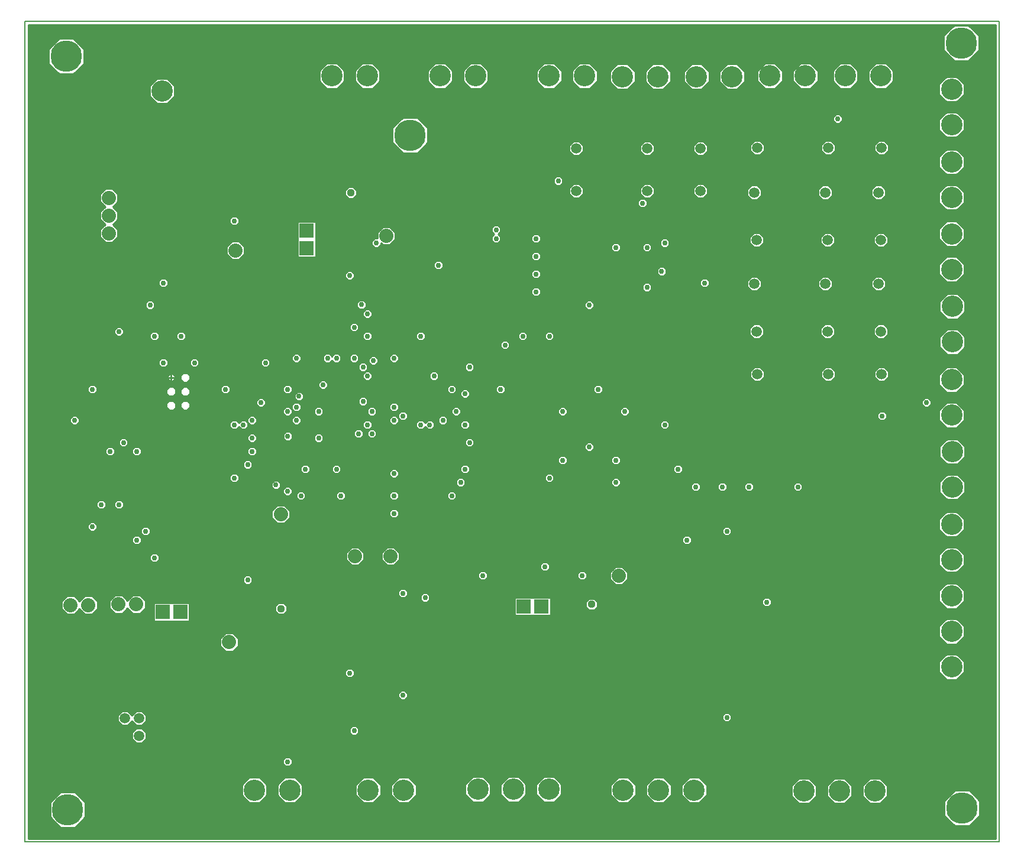
<source format=gbr>
G04 PROTEUS GERBER X2 FILE*
%TF.GenerationSoftware,Labcenter,Proteus,8.9-SP0-Build27865*%
%TF.CreationDate,2020-09-22T21:26:54+00:00*%
%TF.FileFunction,Copper,L2,Inr*%
%TF.FilePolarity,Positive*%
%TF.Part,Single*%
%TF.SameCoordinates,{f185f003-b8c0-4bff-ac61-c446508f75ad}*%
%FSLAX45Y45*%
%MOMM*%
G01*
%TA.AperFunction,ViaPad*%
%ADD13C,0.762000*%
%TA.AperFunction,Conductor*%
%ADD11C,0.254000*%
%TA.AperFunction,ComponentPad*%
%ADD70C,2.032000*%
%TA.AperFunction,ComponentPad*%
%ADD22C,3.048000*%
%TA.AperFunction,WasherPad*%
%ADD39C,1.120000*%
%TA.AperFunction,ComponentPad*%
%ADD27C,1.120000*%
%ADD29R,2.032000X2.032000*%
%TA.AperFunction,ComponentPad*%
%ADD31C,1.500000*%
%TA.AperFunction,ComponentPad*%
%ADD34C,3.570000*%
%TA.AperFunction,OtherPad,Unknown*%
%ADD36C,4.500000*%
%TA.AperFunction,Profile*%
%ADD37C,0.203200*%
%TD.AperFunction*%
G36*
X+3914280Y-2244280D02*
X-9934280Y-2244280D01*
X-9934280Y+9414280D01*
X+3914280Y+9414280D01*
X+3914280Y-2244280D01*
G37*
%LPC*%
G36*
X-7661594Y+3891421D02*
X-7718406Y+3891421D01*
X-7758579Y+3931594D01*
X-7758579Y+3988406D01*
X-7718406Y+4028579D01*
X-7661594Y+4028579D01*
X-7621421Y+3988406D01*
X-7621421Y+3931594D01*
X-7661594Y+3891421D01*
G37*
G36*
X-7861594Y+3891421D02*
X-7918406Y+3891421D01*
X-7958579Y+3931594D01*
X-7958579Y+3988406D01*
X-7918406Y+4028579D01*
X-7861594Y+4028579D01*
X-7821421Y+3988406D01*
X-7821421Y+3931594D01*
X-7861594Y+3891421D01*
G37*
G36*
X-7661594Y+4091421D02*
X-7718406Y+4091421D01*
X-7758579Y+4131594D01*
X-7758579Y+4188406D01*
X-7718406Y+4228579D01*
X-7661594Y+4228579D01*
X-7621421Y+4188406D01*
X-7621421Y+4131594D01*
X-7661594Y+4091421D01*
G37*
G36*
X-7861594Y+4091421D02*
X-7918406Y+4091421D01*
X-7958579Y+4131594D01*
X-7958579Y+4188406D01*
X-7918406Y+4228579D01*
X-7861594Y+4228579D01*
X-7821421Y+4188406D01*
X-7821421Y+4131594D01*
X-7861594Y+4091421D01*
G37*
G36*
X-7661594Y+4291421D02*
X-7718406Y+4291421D01*
X-7758579Y+4331594D01*
X-7758579Y+4388406D01*
X-7718406Y+4428579D01*
X-7661594Y+4428579D01*
X-7621421Y+4388406D01*
X-7621421Y+4331594D01*
X-7661594Y+4291421D01*
G37*
G36*
X-7867906Y+4306660D02*
X-7912094Y+4306660D01*
X-7943340Y+4337906D01*
X-7943340Y+4382094D01*
X-7912094Y+4413340D01*
X-7867906Y+4413340D01*
X-7836660Y+4382094D01*
X-7836660Y+4337906D01*
X-7867906Y+4306660D01*
G37*
G36*
X-8806303Y+7251500D02*
X-8753697Y+7251500D01*
X-8716500Y+7214303D01*
X-8716500Y+7161697D01*
X-8753697Y+7124500D01*
X-8806303Y+7124500D01*
X-8843500Y+7161697D01*
X-8843500Y+7214303D01*
X-8806303Y+7251500D01*
G37*
G36*
X-8650461Y+6987657D02*
X-8650461Y+6880343D01*
X-8723804Y+6807000D01*
X-8650461Y+6733657D01*
X-8650461Y+6626343D01*
X-8723804Y+6553000D01*
X-8650461Y+6479657D01*
X-8650461Y+6372343D01*
X-8726343Y+6296461D01*
X-8833657Y+6296461D01*
X-8909539Y+6372343D01*
X-8909539Y+6479657D01*
X-8836196Y+6553000D01*
X-8909539Y+6626343D01*
X-8909539Y+6733657D01*
X-8836196Y+6807000D01*
X-8909539Y+6880343D01*
X-8909539Y+6987657D01*
X-8833657Y+7063539D01*
X-8726343Y+7063539D01*
X-8650461Y+6987657D01*
G37*
G36*
X-5389539Y+1746343D02*
X-5389539Y+1853657D01*
X-5313657Y+1929539D01*
X-5206343Y+1929539D01*
X-5130461Y+1853657D01*
X-5130461Y+1746343D01*
X-5206343Y+1670461D01*
X-5313657Y+1670461D01*
X-5389539Y+1746343D01*
G37*
G36*
X-4881539Y+1746343D02*
X-4881539Y+1853657D01*
X-4805657Y+1929539D01*
X-4698343Y+1929539D01*
X-4622461Y+1853657D01*
X-4622461Y+1746343D01*
X-4698343Y+1670461D01*
X-4805657Y+1670461D01*
X-4881539Y+1746343D01*
G37*
G36*
X-6840461Y+6233657D02*
X-6840461Y+6126343D01*
X-6916343Y+6050461D01*
X-7023657Y+6050461D01*
X-7099539Y+6126343D01*
X-7099539Y+6233657D01*
X-7023657Y+6309539D01*
X-6916343Y+6309539D01*
X-6840461Y+6233657D01*
G37*
G36*
X-7173200Y+6201042D02*
X-7173200Y+6158958D01*
X-7202958Y+6129200D01*
X-7245042Y+6129200D01*
X-7274800Y+6158958D01*
X-7274800Y+6201042D01*
X-7245042Y+6230800D01*
X-7202958Y+6230800D01*
X-7173200Y+6201042D01*
G37*
G36*
X-6449539Y+2346343D02*
X-6449539Y+2453657D01*
X-6373657Y+2529539D01*
X-6266343Y+2529539D01*
X-6190461Y+2453657D01*
X-6190461Y+2346343D01*
X-6266343Y+2270461D01*
X-6373657Y+2270461D01*
X-6449539Y+2346343D01*
G37*
G36*
X-6116800Y+2378958D02*
X-6116800Y+2421042D01*
X-6087042Y+2450800D01*
X-6044958Y+2450800D01*
X-6015200Y+2421042D01*
X-6015200Y+2378958D01*
X-6044958Y+2349200D01*
X-6087042Y+2349200D01*
X-6116800Y+2378958D01*
G37*
G36*
X-8199762Y+8388386D02*
X-8199762Y+8537784D01*
X-8094122Y+8643424D01*
X-7944724Y+8643424D01*
X-7839084Y+8537784D01*
X-7839084Y+8388386D01*
X-7944724Y+8282746D01*
X-8094122Y+8282746D01*
X-8199762Y+8388386D01*
G37*
G36*
X-7600323Y+8426261D02*
X-7600323Y+8499909D01*
X-7548247Y+8551985D01*
X-7474599Y+8551985D01*
X-7422523Y+8499909D01*
X-7422523Y+8426261D01*
X-7474599Y+8374185D01*
X-7548247Y+8374185D01*
X-7600323Y+8426261D01*
G37*
G36*
X-5236061Y+7044769D02*
X-5236061Y+6975231D01*
X-5285231Y+6926061D01*
X-5354769Y+6926061D01*
X-5403939Y+6975231D01*
X-5403939Y+7044769D01*
X-5354769Y+7093939D01*
X-5285231Y+7093939D01*
X-5236061Y+7044769D01*
G37*
G36*
X-5170200Y+6989206D02*
X-5170200Y+7030794D01*
X-5140794Y+7060200D01*
X-5099206Y+7060200D01*
X-5069800Y+7030794D01*
X-5069800Y+6989206D01*
X-5099206Y+6959800D01*
X-5140794Y+6959800D01*
X-5170200Y+6989206D01*
G37*
G36*
X-5820461Y+6334461D02*
X-5820461Y+6080461D01*
X-6079539Y+6080461D01*
X-6079539Y+6593539D01*
X-5820461Y+6593539D01*
X-5820461Y+6334461D01*
G37*
G36*
X-4680461Y+6443657D02*
X-4680461Y+6336343D01*
X-4756343Y+6260461D01*
X-4863657Y+6260461D01*
X-4886961Y+6283765D01*
X-4886961Y+6259146D01*
X-4925646Y+6220461D01*
X-4980354Y+6220461D01*
X-5019039Y+6259146D01*
X-5019039Y+6313854D01*
X-4980354Y+6352539D01*
X-4939539Y+6352539D01*
X-4939539Y+6443657D01*
X-4863657Y+6519539D01*
X-4756343Y+6519539D01*
X-4680461Y+6443657D01*
G37*
G36*
X-4831042Y+6186800D02*
X-4788958Y+6186800D01*
X-4759200Y+6157042D01*
X-4759200Y+6114958D01*
X-4788958Y+6085200D01*
X-4831042Y+6085200D01*
X-4860800Y+6114958D01*
X-4860800Y+6157042D01*
X-4831042Y+6186800D01*
G37*
G36*
X-7626461Y+870461D02*
X-8139539Y+870461D01*
X-8139539Y+1129539D01*
X-7626461Y+1129539D01*
X-7626461Y+870461D01*
G37*
G36*
X-6930461Y+623657D02*
X-6930461Y+516343D01*
X-7006343Y+440461D01*
X-7113657Y+440461D01*
X-7189539Y+516343D01*
X-7189539Y+623657D01*
X-7113657Y+699539D01*
X-7006343Y+699539D01*
X-6930461Y+623657D01*
G37*
G36*
X-7263200Y+591042D02*
X-7263200Y+548958D01*
X-7292958Y+519200D01*
X-7335042Y+519200D01*
X-7364800Y+548958D01*
X-7364800Y+591042D01*
X-7335042Y+620800D01*
X-7292958Y+620800D01*
X-7263200Y+591042D01*
G37*
G36*
X-6236061Y+1084769D02*
X-6236061Y+1015231D01*
X-6285231Y+966061D01*
X-6354769Y+966061D01*
X-6403939Y+1015231D01*
X-6403939Y+1084769D01*
X-6354769Y+1133939D01*
X-6285231Y+1133939D01*
X-6236061Y+1084769D01*
G37*
G36*
X-6469800Y+1070794D02*
X-6469800Y+1029206D01*
X-6499206Y+999800D01*
X-6540794Y+999800D01*
X-6570200Y+1029206D01*
X-6570200Y+1070794D01*
X-6540794Y+1100200D01*
X-6499206Y+1100200D01*
X-6469800Y+1070794D01*
G37*
G36*
X-2460461Y+950461D02*
X-2973539Y+950461D01*
X-2973539Y+1209539D01*
X-2460461Y+1209539D01*
X-2460461Y+950461D01*
G37*
G36*
X-1613539Y+1466343D02*
X-1613539Y+1573657D01*
X-1537657Y+1649539D01*
X-1430343Y+1649539D01*
X-1354461Y+1573657D01*
X-1354461Y+1466343D01*
X-1430343Y+1390461D01*
X-1537657Y+1390461D01*
X-1613539Y+1466343D01*
G37*
G36*
X-1280800Y+1498958D02*
X-1280800Y+1541042D01*
X-1251042Y+1570800D01*
X-1208958Y+1570800D01*
X-1179200Y+1541042D01*
X-1179200Y+1498958D01*
X-1208958Y+1469200D01*
X-1251042Y+1469200D01*
X-1280800Y+1498958D01*
G37*
G36*
X-1790061Y+1144769D02*
X-1790061Y+1075231D01*
X-1839231Y+1026061D01*
X-1908769Y+1026061D01*
X-1957939Y+1075231D01*
X-1957939Y+1144769D01*
X-1908769Y+1193939D01*
X-1839231Y+1193939D01*
X-1790061Y+1144769D01*
G37*
G36*
X-2023800Y+1130794D02*
X-2023800Y+1089206D01*
X-2053206Y+1059800D01*
X-2094794Y+1059800D01*
X-2124200Y+1089206D01*
X-2124200Y+1130794D01*
X-2094794Y+1160200D01*
X-2053206Y+1160200D01*
X-2023800Y+1130794D01*
G37*
G36*
X+3354699Y+1569661D02*
X+3205301Y+1569661D01*
X+3099661Y+1675301D01*
X+3099661Y+1824699D01*
X+3205301Y+1930339D01*
X+3354699Y+1930339D01*
X+3460339Y+1824699D01*
X+3460339Y+1675301D01*
X+3354699Y+1569661D01*
G37*
G36*
X+3354699Y+2077661D02*
X+3205301Y+2077661D01*
X+3099661Y+2183301D01*
X+3099661Y+2332699D01*
X+3205301Y+2438339D01*
X+3354699Y+2438339D01*
X+3460339Y+2332699D01*
X+3460339Y+2183301D01*
X+3354699Y+2077661D01*
G37*
G36*
X+3364699Y+2609661D02*
X+3215301Y+2609661D01*
X+3109661Y+2715301D01*
X+3109661Y+2864699D01*
X+3215301Y+2970339D01*
X+3364699Y+2970339D01*
X+3470339Y+2864699D01*
X+3470339Y+2715301D01*
X+3364699Y+2609661D01*
G37*
G36*
X+3364699Y+3117661D02*
X+3215301Y+3117661D01*
X+3109661Y+3223301D01*
X+3109661Y+3372699D01*
X+3215301Y+3478339D01*
X+3364699Y+3478339D01*
X+3470339Y+3372699D01*
X+3470339Y+3223301D01*
X+3364699Y+3117661D01*
G37*
G36*
X+3354699Y+3639661D02*
X+3205301Y+3639661D01*
X+3099661Y+3745301D01*
X+3099661Y+3894699D01*
X+3205301Y+4000339D01*
X+3354699Y+4000339D01*
X+3460339Y+3894699D01*
X+3460339Y+3745301D01*
X+3354699Y+3639661D01*
G37*
G36*
X+3354699Y+4147661D02*
X+3205301Y+4147661D01*
X+3099661Y+4253301D01*
X+3099661Y+4402699D01*
X+3205301Y+4508339D01*
X+3354699Y+4508339D01*
X+3460339Y+4402699D01*
X+3460339Y+4253301D01*
X+3354699Y+4147661D01*
G37*
G36*
X+3364699Y+4689661D02*
X+3215301Y+4689661D01*
X+3109661Y+4795301D01*
X+3109661Y+4944699D01*
X+3215301Y+5050339D01*
X+3364699Y+5050339D01*
X+3470339Y+4944699D01*
X+3470339Y+4795301D01*
X+3364699Y+4689661D01*
G37*
G36*
X+3364699Y+5197661D02*
X+3215301Y+5197661D01*
X+3109661Y+5303301D01*
X+3109661Y+5452699D01*
X+3215301Y+5558339D01*
X+3364699Y+5558339D01*
X+3470339Y+5452699D01*
X+3470339Y+5303301D01*
X+3364699Y+5197661D01*
G37*
G36*
X+2133061Y+6967361D02*
X+2133061Y+7052639D01*
X+2193361Y+7112939D01*
X+2278639Y+7112939D01*
X+2338939Y+7052639D01*
X+2338939Y+6967361D01*
X+2278639Y+6907061D01*
X+2193361Y+6907061D01*
X+2133061Y+6967361D01*
G37*
G36*
X+1371061Y+6967361D02*
X+1371061Y+7052639D01*
X+1431361Y+7112939D01*
X+1516639Y+7112939D01*
X+1576939Y+7052639D01*
X+1576939Y+6967361D01*
X+1516639Y+6907061D01*
X+1431361Y+6907061D01*
X+1371061Y+6967361D01*
G37*
G36*
X+355061Y+6967361D02*
X+355061Y+7052639D01*
X+415361Y+7112939D01*
X+500639Y+7112939D01*
X+560939Y+7052639D01*
X+560939Y+6967361D01*
X+500639Y+6907061D01*
X+415361Y+6907061D01*
X+355061Y+6967361D01*
G37*
G36*
X+141300Y+6984029D02*
X+141300Y+7035971D01*
X+178029Y+7072700D01*
X+229971Y+7072700D01*
X+266700Y+7035971D01*
X+266700Y+6984029D01*
X+229971Y+6947300D01*
X+178029Y+6947300D01*
X+141300Y+6984029D01*
G37*
G36*
X+2173061Y+7607361D02*
X+2173061Y+7692639D01*
X+2233361Y+7752939D01*
X+2318639Y+7752939D01*
X+2378939Y+7692639D01*
X+2378939Y+7607361D01*
X+2318639Y+7547061D01*
X+2233361Y+7547061D01*
X+2173061Y+7607361D01*
G37*
G36*
X+1411061Y+7607361D02*
X+1411061Y+7692639D01*
X+1471361Y+7752939D01*
X+1556639Y+7752939D01*
X+1616939Y+7692639D01*
X+1616939Y+7607361D01*
X+1556639Y+7547061D01*
X+1471361Y+7547061D01*
X+1411061Y+7607361D01*
G37*
G36*
X+395061Y+7607361D02*
X+395061Y+7692639D01*
X+455361Y+7752939D01*
X+540639Y+7752939D01*
X+600939Y+7692639D01*
X+600939Y+7607361D01*
X+540639Y+7547061D01*
X+455361Y+7547061D01*
X+395061Y+7607361D01*
G37*
G36*
X+181300Y+7624029D02*
X+181300Y+7675971D01*
X+218029Y+7712700D01*
X+269971Y+7712700D01*
X+306700Y+7675971D01*
X+306700Y+7624029D01*
X+269971Y+7587300D01*
X+218029Y+7587300D01*
X+181300Y+7624029D01*
G37*
G36*
X+2163061Y+6287361D02*
X+2163061Y+6372639D01*
X+2223361Y+6432939D01*
X+2308639Y+6432939D01*
X+2368939Y+6372639D01*
X+2368939Y+6287361D01*
X+2308639Y+6227061D01*
X+2223361Y+6227061D01*
X+2163061Y+6287361D01*
G37*
G36*
X+1401061Y+6287361D02*
X+1401061Y+6372639D01*
X+1461361Y+6432939D01*
X+1546639Y+6432939D01*
X+1606939Y+6372639D01*
X+1606939Y+6287361D01*
X+1546639Y+6227061D01*
X+1461361Y+6227061D01*
X+1401061Y+6287361D01*
G37*
G36*
X+385061Y+6287361D02*
X+385061Y+6372639D01*
X+445361Y+6432939D01*
X+530639Y+6432939D01*
X+590939Y+6372639D01*
X+590939Y+6287361D01*
X+530639Y+6227061D01*
X+445361Y+6227061D01*
X+385061Y+6287361D01*
G37*
G36*
X+171300Y+6304029D02*
X+171300Y+6355971D01*
X+208029Y+6392700D01*
X+259971Y+6392700D01*
X+296700Y+6355971D01*
X+296700Y+6304029D01*
X+259971Y+6267300D01*
X+208029Y+6267300D01*
X+171300Y+6304029D01*
G37*
G36*
X+2133061Y+5657361D02*
X+2133061Y+5742639D01*
X+2193361Y+5802939D01*
X+2278639Y+5802939D01*
X+2338939Y+5742639D01*
X+2338939Y+5657361D01*
X+2278639Y+5597061D01*
X+2193361Y+5597061D01*
X+2133061Y+5657361D01*
G37*
G36*
X+1371061Y+5657361D02*
X+1371061Y+5742639D01*
X+1431361Y+5802939D01*
X+1516639Y+5802939D01*
X+1576939Y+5742639D01*
X+1576939Y+5657361D01*
X+1516639Y+5597061D01*
X+1431361Y+5597061D01*
X+1371061Y+5657361D01*
G37*
G36*
X+355061Y+5657361D02*
X+355061Y+5742639D01*
X+415361Y+5802939D01*
X+500639Y+5802939D01*
X+560939Y+5742639D01*
X+560939Y+5657361D01*
X+500639Y+5597061D01*
X+415361Y+5597061D01*
X+355061Y+5657361D01*
G37*
G36*
X+141300Y+5674029D02*
X+141300Y+5725971D01*
X+178029Y+5762700D01*
X+229971Y+5762700D01*
X+266700Y+5725971D01*
X+266700Y+5674029D01*
X+229971Y+5637300D01*
X+178029Y+5637300D01*
X+141300Y+5674029D01*
G37*
G36*
X+2163061Y+4977361D02*
X+2163061Y+5062639D01*
X+2223361Y+5122939D01*
X+2308639Y+5122939D01*
X+2368939Y+5062639D01*
X+2368939Y+4977361D01*
X+2308639Y+4917061D01*
X+2223361Y+4917061D01*
X+2163061Y+4977361D01*
G37*
G36*
X+1401061Y+4977361D02*
X+1401061Y+5062639D01*
X+1461361Y+5122939D01*
X+1546639Y+5122939D01*
X+1606939Y+5062639D01*
X+1606939Y+4977361D01*
X+1546639Y+4917061D01*
X+1461361Y+4917061D01*
X+1401061Y+4977361D01*
G37*
G36*
X+385061Y+4977361D02*
X+385061Y+5062639D01*
X+445361Y+5122939D01*
X+530639Y+5122939D01*
X+590939Y+5062639D01*
X+590939Y+4977361D01*
X+530639Y+4917061D01*
X+445361Y+4917061D01*
X+385061Y+4977361D01*
G37*
G36*
X+171300Y+4994029D02*
X+171300Y+5045971D01*
X+208029Y+5082700D01*
X+259971Y+5082700D01*
X+296700Y+5045971D01*
X+296700Y+4994029D01*
X+259971Y+4957300D01*
X+208029Y+4957300D01*
X+171300Y+4994029D01*
G37*
G36*
X+2173061Y+4367361D02*
X+2173061Y+4452639D01*
X+2233361Y+4512939D01*
X+2318639Y+4512939D01*
X+2378939Y+4452639D01*
X+2378939Y+4367361D01*
X+2318639Y+4307061D01*
X+2233361Y+4307061D01*
X+2173061Y+4367361D01*
G37*
G36*
X+1411061Y+4367361D02*
X+1411061Y+4452639D01*
X+1471361Y+4512939D01*
X+1556639Y+4512939D01*
X+1616939Y+4452639D01*
X+1616939Y+4367361D01*
X+1556639Y+4307061D01*
X+1471361Y+4307061D01*
X+1411061Y+4367361D01*
G37*
G36*
X+395061Y+4367361D02*
X+395061Y+4452639D01*
X+455361Y+4512939D01*
X+540639Y+4512939D01*
X+600939Y+4452639D01*
X+600939Y+4367361D01*
X+540639Y+4307061D01*
X+455361Y+4307061D01*
X+395061Y+4367361D01*
G37*
G36*
X+181300Y+4384029D02*
X+181300Y+4435971D01*
X+218029Y+4472700D01*
X+269971Y+4472700D01*
X+306700Y+4435971D01*
X+306700Y+4384029D01*
X+269971Y+4347300D01*
X+218029Y+4347300D01*
X+181300Y+4384029D01*
G37*
G36*
X-416939Y+7597361D02*
X-416939Y+7682639D01*
X-356639Y+7742939D01*
X-271361Y+7742939D01*
X-211061Y+7682639D01*
X-211061Y+7597361D01*
X-271361Y+7537061D01*
X-356639Y+7537061D01*
X-416939Y+7597361D01*
G37*
G36*
X-1178939Y+7597361D02*
X-1178939Y+7682639D01*
X-1118639Y+7742939D01*
X-1033361Y+7742939D01*
X-973061Y+7682639D01*
X-973061Y+7597361D01*
X-1033361Y+7537061D01*
X-1118639Y+7537061D01*
X-1178939Y+7597361D01*
G37*
G36*
X-2194939Y+7597361D02*
X-2194939Y+7682639D01*
X-2134639Y+7742939D01*
X-2049361Y+7742939D01*
X-1989061Y+7682639D01*
X-1989061Y+7597361D01*
X-2049361Y+7537061D01*
X-2134639Y+7537061D01*
X-2194939Y+7597361D01*
G37*
G36*
X-2408700Y+7614029D02*
X-2408700Y+7665971D01*
X-2371971Y+7702700D01*
X-2320029Y+7702700D01*
X-2283300Y+7665971D01*
X-2283300Y+7614029D01*
X-2320029Y+7577300D01*
X-2371971Y+7577300D01*
X-2408700Y+7614029D01*
G37*
G36*
X-416939Y+6987361D02*
X-416939Y+7072639D01*
X-356639Y+7132939D01*
X-271361Y+7132939D01*
X-211061Y+7072639D01*
X-211061Y+6987361D01*
X-271361Y+6927061D01*
X-356639Y+6927061D01*
X-416939Y+6987361D01*
G37*
G36*
X-1178939Y+6987361D02*
X-1178939Y+7072639D01*
X-1118639Y+7132939D01*
X-1033361Y+7132939D01*
X-973061Y+7072639D01*
X-973061Y+6987361D01*
X-1033361Y+6927061D01*
X-1118639Y+6927061D01*
X-1178939Y+6987361D01*
G37*
G36*
X-2194939Y+6987361D02*
X-2194939Y+7072639D01*
X-2134639Y+7132939D01*
X-2049361Y+7132939D01*
X-1989061Y+7072639D01*
X-1989061Y+6987361D01*
X-2049361Y+6927061D01*
X-2134639Y+6927061D01*
X-2194939Y+6987361D01*
G37*
G36*
X-2408700Y+7004029D02*
X-2408700Y+7055971D01*
X-2371971Y+7092700D01*
X-2320029Y+7092700D01*
X-2283300Y+7055971D01*
X-2283300Y+7004029D01*
X-2320029Y+6967300D01*
X-2371971Y+6967300D01*
X-2408700Y+7004029D01*
G37*
G36*
X+3354699Y+5729661D02*
X+3205301Y+5729661D01*
X+3099661Y+5835301D01*
X+3099661Y+5984699D01*
X+3205301Y+6090339D01*
X+3354699Y+6090339D01*
X+3460339Y+5984699D01*
X+3460339Y+5835301D01*
X+3354699Y+5729661D01*
G37*
G36*
X+3354699Y+6237661D02*
X+3205301Y+6237661D01*
X+3099661Y+6343301D01*
X+3099661Y+6492699D01*
X+3205301Y+6598339D01*
X+3354699Y+6598339D01*
X+3460339Y+6492699D01*
X+3460339Y+6343301D01*
X+3354699Y+6237661D01*
G37*
G36*
X+3354699Y+6759661D02*
X+3205301Y+6759661D01*
X+3099661Y+6865301D01*
X+3099661Y+7014699D01*
X+3205301Y+7120339D01*
X+3354699Y+7120339D01*
X+3460339Y+7014699D01*
X+3460339Y+6865301D01*
X+3354699Y+6759661D01*
G37*
G36*
X+3354699Y+7267661D02*
X+3205301Y+7267661D01*
X+3099661Y+7373301D01*
X+3099661Y+7522699D01*
X+3205301Y+7628339D01*
X+3354699Y+7628339D01*
X+3460339Y+7522699D01*
X+3460339Y+7373301D01*
X+3354699Y+7267661D01*
G37*
G36*
X+3354699Y+7799661D02*
X+3205301Y+7799661D01*
X+3099661Y+7905301D01*
X+3099661Y+8054699D01*
X+3205301Y+8160339D01*
X+3354699Y+8160339D01*
X+3460339Y+8054699D01*
X+3460339Y+7905301D01*
X+3354699Y+7799661D01*
G37*
G36*
X+3354699Y+8307661D02*
X+3205301Y+8307661D01*
X+3099661Y+8413301D01*
X+3099661Y+8562699D01*
X+3205301Y+8668339D01*
X+3354699Y+8668339D01*
X+3460339Y+8562699D01*
X+3460339Y+8413301D01*
X+3354699Y+8307661D01*
G37*
G36*
X+1579661Y+8605301D02*
X+1579661Y+8754699D01*
X+1685301Y+8860339D01*
X+1834699Y+8860339D01*
X+1940339Y+8754699D01*
X+1940339Y+8605301D01*
X+1834699Y+8499661D01*
X+1685301Y+8499661D01*
X+1579661Y+8605301D01*
G37*
G36*
X+2087661Y+8605301D02*
X+2087661Y+8754699D01*
X+2193301Y+8860339D01*
X+2342699Y+8860339D01*
X+2448339Y+8754699D01*
X+2448339Y+8605301D01*
X+2342699Y+8499661D01*
X+2193301Y+8499661D01*
X+2087661Y+8605301D01*
G37*
G36*
X+499661Y+8605301D02*
X+499661Y+8754699D01*
X+605301Y+8860339D01*
X+754699Y+8860339D01*
X+860339Y+8754699D01*
X+860339Y+8605301D01*
X+754699Y+8499661D01*
X+605301Y+8499661D01*
X+499661Y+8605301D01*
G37*
G36*
X+1007661Y+8605301D02*
X+1007661Y+8754699D01*
X+1113301Y+8860339D01*
X+1262699Y+8860339D01*
X+1368339Y+8754699D01*
X+1368339Y+8605301D01*
X+1262699Y+8499661D01*
X+1113301Y+8499661D01*
X+1007661Y+8605301D01*
G37*
G36*
X-550339Y+8595301D02*
X-550339Y+8744699D01*
X-444699Y+8850339D01*
X-295301Y+8850339D01*
X-189661Y+8744699D01*
X-189661Y+8595301D01*
X-295301Y+8489661D01*
X-444699Y+8489661D01*
X-550339Y+8595301D01*
G37*
G36*
X-42339Y+8595301D02*
X-42339Y+8744699D01*
X+63301Y+8850339D01*
X+212699Y+8850339D01*
X+318339Y+8744699D01*
X+318339Y+8595301D01*
X+212699Y+8489661D01*
X+63301Y+8489661D01*
X-42339Y+8595301D01*
G37*
G36*
X-1610339Y+8595301D02*
X-1610339Y+8744699D01*
X-1504699Y+8850339D01*
X-1355301Y+8850339D01*
X-1249661Y+8744699D01*
X-1249661Y+8595301D01*
X-1355301Y+8489661D01*
X-1504699Y+8489661D01*
X-1610339Y+8595301D01*
G37*
G36*
X-1102339Y+8595301D02*
X-1102339Y+8744699D01*
X-996699Y+8850339D01*
X-847301Y+8850339D01*
X-741661Y+8744699D01*
X-741661Y+8595301D01*
X-847301Y+8489661D01*
X-996699Y+8489661D01*
X-1102339Y+8595301D01*
G37*
G36*
X-2660339Y+8605301D02*
X-2660339Y+8754699D01*
X-2554699Y+8860339D01*
X-2405301Y+8860339D01*
X-2299661Y+8754699D01*
X-2299661Y+8605301D01*
X-2405301Y+8499661D01*
X-2554699Y+8499661D01*
X-2660339Y+8605301D01*
G37*
G36*
X-2152339Y+8605301D02*
X-2152339Y+8754699D01*
X-2046699Y+8860339D01*
X-1897301Y+8860339D01*
X-1791661Y+8754699D01*
X-1791661Y+8605301D01*
X-1897301Y+8499661D01*
X-2046699Y+8499661D01*
X-2152339Y+8605301D01*
G37*
G36*
X+3205301Y+1410339D02*
X+3354699Y+1410339D01*
X+3460339Y+1304699D01*
X+3460339Y+1155301D01*
X+3354699Y+1049661D01*
X+3205301Y+1049661D01*
X+3099661Y+1155301D01*
X+3099661Y+1304699D01*
X+3205301Y+1410339D01*
G37*
G36*
X+3205301Y+902339D02*
X+3354699Y+902339D01*
X+3460339Y+796699D01*
X+3460339Y+647301D01*
X+3354699Y+541661D01*
X+3205301Y+541661D01*
X+3099661Y+647301D01*
X+3099661Y+796699D01*
X+3205301Y+902339D01*
G37*
G36*
X+3205301Y+394339D02*
X+3354699Y+394339D01*
X+3460339Y+288699D01*
X+3460339Y+139301D01*
X+3354699Y+33661D01*
X+3205301Y+33661D01*
X+3099661Y+139301D01*
X+3099661Y+288699D01*
X+3205301Y+394339D01*
G37*
G36*
X+3243176Y-205100D02*
X+3316824Y-205100D01*
X+3368900Y-257176D01*
X+3368900Y-330824D01*
X+3316824Y-382900D01*
X+3243176Y-382900D01*
X+3191100Y-330824D01*
X+3191100Y-257176D01*
X+3243176Y-205100D01*
G37*
G36*
X-4220339Y+8605301D02*
X-4220339Y+8754699D01*
X-4114699Y+8860339D01*
X-3965301Y+8860339D01*
X-3859661Y+8754699D01*
X-3859661Y+8605301D01*
X-3965301Y+8499661D01*
X-4114699Y+8499661D01*
X-4220339Y+8605301D01*
G37*
G36*
X-3712339Y+8605301D02*
X-3712339Y+8754699D01*
X-3606699Y+8860339D01*
X-3457301Y+8860339D01*
X-3351661Y+8754699D01*
X-3351661Y+8605301D01*
X-3457301Y+8499661D01*
X-3606699Y+8499661D01*
X-3712339Y+8605301D01*
G37*
G36*
X-3112900Y+8643176D02*
X-3112900Y+8716824D01*
X-3060824Y+8768900D01*
X-2987176Y+8768900D01*
X-2935100Y+8716824D01*
X-2935100Y+8643176D01*
X-2987176Y+8591100D01*
X-3060824Y+8591100D01*
X-3112900Y+8643176D01*
G37*
G36*
X-5770339Y+8605301D02*
X-5770339Y+8754699D01*
X-5664699Y+8860339D01*
X-5515301Y+8860339D01*
X-5409661Y+8754699D01*
X-5409661Y+8605301D01*
X-5515301Y+8499661D01*
X-5664699Y+8499661D01*
X-5770339Y+8605301D01*
G37*
G36*
X-5262339Y+8605301D02*
X-5262339Y+8754699D01*
X-5156699Y+8860339D01*
X-5007301Y+8860339D01*
X-4901661Y+8754699D01*
X-4901661Y+8605301D01*
X-5007301Y+8499661D01*
X-5156699Y+8499661D01*
X-5262339Y+8605301D01*
G37*
G36*
X-4662900Y+8643176D02*
X-4662900Y+8716824D01*
X-4610824Y+8768900D01*
X-4537176Y+8768900D01*
X-4485100Y+8716824D01*
X-4485100Y+8643176D01*
X-4537176Y+8591100D01*
X-4610824Y+8591100D01*
X-4662900Y+8643176D01*
G37*
G36*
X+571100Y-1596824D02*
X+571100Y-1523176D01*
X+623176Y-1471100D01*
X+696824Y-1471100D01*
X+748900Y-1523176D01*
X+748900Y-1596824D01*
X+696824Y-1648900D01*
X+623176Y-1648900D01*
X+571100Y-1596824D01*
G37*
G36*
X+987661Y-1634699D02*
X+987661Y-1485301D01*
X+1093301Y-1379661D01*
X+1242699Y-1379661D01*
X+1348339Y-1485301D01*
X+1348339Y-1634699D01*
X+1242699Y-1740339D01*
X+1093301Y-1740339D01*
X+987661Y-1634699D01*
G37*
G36*
X+1495661Y-1634699D02*
X+1495661Y-1485301D01*
X+1601301Y-1379661D01*
X+1750699Y-1379661D01*
X+1856339Y-1485301D01*
X+1856339Y-1634699D01*
X+1750699Y-1740339D01*
X+1601301Y-1740339D01*
X+1495661Y-1634699D01*
G37*
G36*
X+2003661Y-1634699D02*
X+2003661Y-1485301D01*
X+2109301Y-1379661D01*
X+2258699Y-1379661D01*
X+2364339Y-1485301D01*
X+2364339Y-1634699D01*
X+2258699Y-1740339D01*
X+2109301Y-1740339D01*
X+2003661Y-1634699D01*
G37*
G36*
X-1600339Y-1624699D02*
X-1600339Y-1475301D01*
X-1494699Y-1369661D01*
X-1345301Y-1369661D01*
X-1239661Y-1475301D01*
X-1239661Y-1624699D01*
X-1345301Y-1730339D01*
X-1494699Y-1730339D01*
X-1600339Y-1624699D01*
G37*
G36*
X-1092339Y-1624699D02*
X-1092339Y-1475301D01*
X-986699Y-1369661D01*
X-837301Y-1369661D01*
X-731661Y-1475301D01*
X-731661Y-1624699D01*
X-837301Y-1730339D01*
X-986699Y-1730339D01*
X-1092339Y-1624699D01*
G37*
G36*
X-584339Y-1624699D02*
X-584339Y-1475301D01*
X-478699Y-1369661D01*
X-329301Y-1369661D01*
X-223661Y-1475301D01*
X-223661Y-1624699D01*
X-329301Y-1730339D01*
X-478699Y-1730339D01*
X-584339Y-1624699D01*
G37*
G36*
X+15100Y-1586824D02*
X+15100Y-1513176D01*
X+67176Y-1461100D01*
X+140824Y-1461100D01*
X+192900Y-1513176D01*
X+192900Y-1586824D01*
X+140824Y-1638900D01*
X+67176Y-1638900D01*
X+15100Y-1586824D01*
G37*
G36*
X-3680339Y-1614699D02*
X-3680339Y-1465301D01*
X-3574699Y-1359661D01*
X-3425301Y-1359661D01*
X-3319661Y-1465301D01*
X-3319661Y-1614699D01*
X-3425301Y-1720339D01*
X-3574699Y-1720339D01*
X-3680339Y-1614699D01*
G37*
G36*
X-3172339Y-1614699D02*
X-3172339Y-1465301D01*
X-3066699Y-1359661D01*
X-2917301Y-1359661D01*
X-2811661Y-1465301D01*
X-2811661Y-1614699D01*
X-2917301Y-1720339D01*
X-3066699Y-1720339D01*
X-3172339Y-1614699D01*
G37*
G36*
X-2664339Y-1614699D02*
X-2664339Y-1465301D01*
X-2558699Y-1359661D01*
X-2409301Y-1359661D01*
X-2303661Y-1465301D01*
X-2303661Y-1614699D01*
X-2409301Y-1720339D01*
X-2558699Y-1720339D01*
X-2664339Y-1614699D01*
G37*
G36*
X-2064900Y-1576824D02*
X-2064900Y-1503176D01*
X-2012824Y-1451100D01*
X-1939176Y-1451100D01*
X-1887100Y-1503176D01*
X-1887100Y-1576824D01*
X-1939176Y-1628900D01*
X-2012824Y-1628900D01*
X-2064900Y-1576824D01*
G37*
G36*
X-5250339Y-1624699D02*
X-5250339Y-1475301D01*
X-5144699Y-1369661D01*
X-4995301Y-1369661D01*
X-4889661Y-1475301D01*
X-4889661Y-1624699D01*
X-4995301Y-1730339D01*
X-5144699Y-1730339D01*
X-5250339Y-1624699D01*
G37*
G36*
X-4742339Y-1624699D02*
X-4742339Y-1475301D01*
X-4636699Y-1369661D01*
X-4487301Y-1369661D01*
X-4381661Y-1475301D01*
X-4381661Y-1624699D01*
X-4487301Y-1730339D01*
X-4636699Y-1730339D01*
X-4742339Y-1624699D01*
G37*
G36*
X-4142900Y-1586824D02*
X-4142900Y-1513176D01*
X-4090824Y-1461100D01*
X-4017176Y-1461100D01*
X-3965100Y-1513176D01*
X-3965100Y-1586824D01*
X-4017176Y-1638900D01*
X-4090824Y-1638900D01*
X-4142900Y-1586824D01*
G37*
G36*
X-6880339Y-1624699D02*
X-6880339Y-1475301D01*
X-6774699Y-1369661D01*
X-6625301Y-1369661D01*
X-6519661Y-1475301D01*
X-6519661Y-1624699D01*
X-6625301Y-1730339D01*
X-6774699Y-1730339D01*
X-6880339Y-1624699D01*
G37*
G36*
X-6372339Y-1624699D02*
X-6372339Y-1475301D01*
X-6266699Y-1369661D01*
X-6117301Y-1369661D01*
X-6011661Y-1475301D01*
X-6011661Y-1624699D01*
X-6117301Y-1730339D01*
X-6266699Y-1730339D01*
X-6372339Y-1624699D01*
G37*
G36*
X-5772900Y-1586824D02*
X-5772900Y-1513176D01*
X-5720824Y-1461100D01*
X-5647176Y-1461100D01*
X-5595100Y-1513176D01*
X-5595100Y-1586824D01*
X-5647176Y-1638900D01*
X-5720824Y-1638900D01*
X-5772900Y-1586824D01*
G37*
G36*
X-8946461Y+1153657D02*
X-8946461Y+1046343D01*
X-9022343Y+970461D01*
X-9129657Y+970461D01*
X-9203000Y+1043804D01*
X-9276343Y+970461D01*
X-9383657Y+970461D01*
X-9459539Y+1046343D01*
X-9459539Y+1153657D01*
X-9383657Y+1229539D01*
X-9276343Y+1229539D01*
X-9203000Y+1156196D01*
X-9129657Y+1229539D01*
X-9022343Y+1229539D01*
X-8946461Y+1153657D01*
G37*
G36*
X-8260461Y+1163657D02*
X-8260461Y+1056343D01*
X-8336343Y+980461D01*
X-8443657Y+980461D01*
X-8517000Y+1053804D01*
X-8590343Y+980461D01*
X-8697657Y+980461D01*
X-8773539Y+1056343D01*
X-8773539Y+1163657D01*
X-8697657Y+1239539D01*
X-8590343Y+1239539D01*
X-8517000Y+1166196D01*
X-8443657Y+1239539D01*
X-8336343Y+1239539D01*
X-8260461Y+1163657D01*
G37*
G36*
X-8391639Y-667061D02*
X-8306361Y-667061D01*
X-8246061Y-727361D01*
X-8246061Y-812639D01*
X-8306361Y-872939D01*
X-8391639Y-872939D01*
X-8451939Y-812639D01*
X-8451939Y-727361D01*
X-8391639Y-667061D01*
G37*
G36*
X-8246061Y-477361D02*
X-8246061Y-562639D01*
X-8306361Y-622939D01*
X-8391639Y-622939D01*
X-8449000Y-565578D01*
X-8506361Y-622939D01*
X-8591639Y-622939D01*
X-8651939Y-562639D01*
X-8651939Y-477361D01*
X-8591639Y-417061D01*
X-8506361Y-417061D01*
X-8449000Y-474422D01*
X-8391639Y-417061D01*
X-8306361Y-417061D01*
X-8246061Y-477361D01*
G37*
G36*
X-8574971Y-707300D02*
X-8523029Y-707300D01*
X-8486300Y-744029D01*
X-8486300Y-795971D01*
X-8523029Y-832700D01*
X-8574971Y-832700D01*
X-8611700Y-795971D01*
X-8611700Y-744029D01*
X-8574971Y-707300D01*
G37*
G36*
X-8874552Y-1115300D02*
X-8765448Y-1115300D01*
X-8688300Y-1192448D01*
X-8688300Y-1301552D01*
X-8765448Y-1378700D01*
X-8874552Y-1378700D01*
X-8951700Y-1301552D01*
X-8951700Y-1192448D01*
X-8874552Y-1115300D01*
G37*
G36*
X-8874552Y+88700D02*
X-8765448Y+88700D01*
X-8688300Y+11552D01*
X-8688300Y-97552D01*
X-8765448Y-174700D01*
X-8874552Y-174700D01*
X-8951700Y-97552D01*
X-8951700Y+11552D01*
X-8874552Y+88700D01*
G37*
G36*
X-9642939Y+8855229D02*
X-9642939Y+9064771D01*
X-9494771Y+9212939D01*
X-9285229Y+9212939D01*
X-9137061Y+9064771D01*
X-9137061Y+8855229D01*
X-9285229Y+8707061D01*
X-9494771Y+8707061D01*
X-9642939Y+8855229D01*
G37*
G36*
X-9622939Y-1934771D02*
X-9622939Y-1725229D01*
X-9474771Y-1577061D01*
X-9265229Y-1577061D01*
X-9117061Y-1725229D01*
X-9117061Y-1934771D01*
X-9265229Y-2082939D01*
X-9474771Y-2082939D01*
X-9622939Y-1934771D01*
G37*
G36*
X+3177061Y-1914771D02*
X+3177061Y-1705229D01*
X+3325229Y-1557061D01*
X+3534771Y-1557061D01*
X+3682939Y-1705229D01*
X+3682939Y-1914771D01*
X+3534771Y-2062939D01*
X+3325229Y-2062939D01*
X+3177061Y-1914771D01*
G37*
G36*
X-4722939Y+7725229D02*
X-4722939Y+7934771D01*
X-4574771Y+8082939D01*
X-4365229Y+8082939D01*
X-4217061Y+7934771D01*
X-4217061Y+7725229D01*
X-4365229Y+7577061D01*
X-4574771Y+7577061D01*
X-4722939Y+7725229D01*
G37*
G36*
X+3167061Y+9045229D02*
X+3167061Y+9254771D01*
X+3315229Y+9402939D01*
X+3524771Y+9402939D01*
X+3672939Y+9254771D01*
X+3672939Y+9045229D01*
X+3524771Y+8897061D01*
X+3315229Y+8897061D01*
X+3167061Y+9045229D01*
G37*
G36*
X-8032750Y+2272849D02*
X-8032750Y+2299151D01*
X-8014151Y+2317750D01*
X-7987849Y+2317750D01*
X-7969250Y+2299151D01*
X-7969250Y+2272849D01*
X-7987849Y+2254250D01*
X-8014151Y+2254250D01*
X-8032750Y+2272849D01*
G37*
G36*
X-8667750Y+2209349D02*
X-8667750Y+2235651D01*
X-8649151Y+2254250D01*
X-8622849Y+2254250D01*
X-8604250Y+2235651D01*
X-8604250Y+2209349D01*
X-8622849Y+2190750D01*
X-8649151Y+2190750D01*
X-8667750Y+2209349D01*
G37*
G36*
X-5238750Y+4939849D02*
X-5238750Y+4966151D01*
X-5220151Y+4984750D01*
X-5193849Y+4984750D01*
X-5175250Y+4966151D01*
X-5175250Y+4939849D01*
X-5193849Y+4921250D01*
X-5220151Y+4921250D01*
X-5238750Y+4939849D01*
G37*
G36*
X-7143750Y+4050849D02*
X-7143750Y+4077151D01*
X-7125151Y+4095750D01*
X-7098849Y+4095750D01*
X-7080250Y+4077151D01*
X-7080250Y+4050849D01*
X-7098849Y+4032250D01*
X-7125151Y+4032250D01*
X-7143750Y+4050849D01*
G37*
G36*
X-6572250Y+4177849D02*
X-6572250Y+4204151D01*
X-6553651Y+4222750D01*
X-6527349Y+4222750D01*
X-6508750Y+4204151D01*
X-6508750Y+4177849D01*
X-6527349Y+4159250D01*
X-6553651Y+4159250D01*
X-6572250Y+4177849D01*
G37*
G36*
X-6000750Y+3415849D02*
X-6000750Y+3442151D01*
X-5982151Y+3460750D01*
X-5955849Y+3460750D01*
X-5937250Y+3442151D01*
X-5937250Y+3415849D01*
X-5955849Y+3397250D01*
X-5982151Y+3397250D01*
X-6000750Y+3415849D01*
G37*
G36*
X-4540250Y+2463349D02*
X-4540250Y+2489651D01*
X-4521651Y+2508250D01*
X-4495349Y+2508250D01*
X-4476750Y+2489651D01*
X-4476750Y+2463349D01*
X-4495349Y+2444750D01*
X-4521651Y+2444750D01*
X-4540250Y+2463349D01*
G37*
G36*
X-8032750Y+2145849D02*
X-8032750Y+2172151D01*
X-8014151Y+2190750D01*
X-7987849Y+2190750D01*
X-7969250Y+2172151D01*
X-7969250Y+2145849D01*
X-7987849Y+2127250D01*
X-8014151Y+2127250D01*
X-8032750Y+2145849D01*
G37*
G36*
X+476250Y+1510849D02*
X+476250Y+1537151D01*
X+494849Y+1555750D01*
X+521151Y+1555750D01*
X+539750Y+1537151D01*
X+539750Y+1510849D01*
X+521151Y+1492250D01*
X+494849Y+1492250D01*
X+476250Y+1510849D01*
G37*
G36*
X-6318250Y+5955849D02*
X-6318250Y+5982151D01*
X-6299651Y+6000750D01*
X-6273349Y+6000750D01*
X-6254750Y+5982151D01*
X-6254750Y+5955849D01*
X-6273349Y+5937250D01*
X-6299651Y+5937250D01*
X-6318250Y+5955849D01*
G37*
G36*
X-8540750Y+5384349D02*
X-8540750Y+5410651D01*
X-8522151Y+5429250D01*
X-8495849Y+5429250D01*
X-8477250Y+5410651D01*
X-8477250Y+5384349D01*
X-8495849Y+5365750D01*
X-8522151Y+5365750D01*
X-8540750Y+5384349D01*
G37*
G36*
X+793750Y+1891849D02*
X+793750Y+1918151D01*
X+812349Y+1936750D01*
X+838651Y+1936750D01*
X+857250Y+1918151D01*
X+857250Y+1891849D01*
X+838651Y+1873250D01*
X+812349Y+1873250D01*
X+793750Y+1891849D01*
G37*
G36*
X-5238750Y+2399849D02*
X-5238750Y+2426151D01*
X-5220151Y+2444750D01*
X-5193849Y+2444750D01*
X-5175250Y+2426151D01*
X-5175250Y+2399849D01*
X-5193849Y+2381250D01*
X-5220151Y+2381250D01*
X-5238750Y+2399849D01*
G37*
G36*
X-7016750Y+2653849D02*
X-7016750Y+2680151D01*
X-6998151Y+2698750D01*
X-6971849Y+2698750D01*
X-6953250Y+2680151D01*
X-6953250Y+2653849D01*
X-6971849Y+2635250D01*
X-6998151Y+2635250D01*
X-7016750Y+2653849D01*
G37*
G36*
X-4286250Y+4114349D02*
X-4286250Y+4140651D01*
X-4267651Y+4159250D01*
X-4241349Y+4159250D01*
X-4222750Y+4140651D01*
X-4222750Y+4114349D01*
X-4241349Y+4095750D01*
X-4267651Y+4095750D01*
X-4286250Y+4114349D01*
G37*
G36*
X-8667750Y+1764849D02*
X-8667750Y+1791151D01*
X-8649151Y+1809750D01*
X-8622849Y+1809750D01*
X-8604250Y+1791151D01*
X-8604250Y+1764849D01*
X-8622849Y+1746250D01*
X-8649151Y+1746250D01*
X-8667750Y+1764849D01*
G37*
G36*
X-5619750Y+2399849D02*
X-5619750Y+2426151D01*
X-5601151Y+2444750D01*
X-5574849Y+2444750D01*
X-5556250Y+2426151D01*
X-5556250Y+2399849D01*
X-5574849Y+2381250D01*
X-5601151Y+2381250D01*
X-5619750Y+2399849D01*
G37*
G36*
X-9048750Y+1891849D02*
X-9048750Y+1918151D01*
X-9030151Y+1936750D01*
X-9003849Y+1936750D01*
X-8985250Y+1918151D01*
X-8985250Y+1891849D01*
X-9003849Y+1873250D01*
X-9030151Y+1873250D01*
X-9048750Y+1891849D01*
G37*
G36*
X-7080250Y+4685849D02*
X-7080250Y+4712151D01*
X-7061651Y+4730750D01*
X-7035349Y+4730750D01*
X-7016750Y+4712151D01*
X-7016750Y+4685849D01*
X-7035349Y+4667250D01*
X-7061651Y+4667250D01*
X-7080250Y+4685849D01*
G37*
G36*
X-7905750Y+5701849D02*
X-7905750Y+5728151D01*
X-7887151Y+5746750D01*
X-7860849Y+5746750D01*
X-7842250Y+5728151D01*
X-7842250Y+5701849D01*
X-7860849Y+5683250D01*
X-7887151Y+5683250D01*
X-7905750Y+5701849D01*
G37*
G36*
X-8286750Y+2526849D02*
X-8286750Y+2553151D01*
X-8268151Y+2571750D01*
X-8241849Y+2571750D01*
X-8223250Y+2553151D01*
X-8223250Y+2526849D01*
X-8241849Y+2508250D01*
X-8268151Y+2508250D01*
X-8286750Y+2526849D01*
G37*
G36*
X-6254750Y+7098849D02*
X-6254750Y+7125151D01*
X-6236151Y+7143750D01*
X-6209849Y+7143750D01*
X-6191250Y+7125151D01*
X-6191250Y+7098849D01*
X-6209849Y+7080250D01*
X-6236151Y+7080250D01*
X-6254750Y+7098849D01*
G37*
G36*
X-8540750Y+2907849D02*
X-8540750Y+2934151D01*
X-8522151Y+2952750D01*
X-8495849Y+2952750D01*
X-8477250Y+2934151D01*
X-8477250Y+2907849D01*
X-8495849Y+2889250D01*
X-8522151Y+2889250D01*
X-8540750Y+2907849D01*
G37*
G36*
X-6191250Y+4939849D02*
X-6191250Y+4966151D01*
X-6172651Y+4984750D01*
X-6146349Y+4984750D01*
X-6127750Y+4966151D01*
X-6127750Y+4939849D01*
X-6146349Y+4921250D01*
X-6172651Y+4921250D01*
X-6191250Y+4939849D01*
G37*
G36*
X-9366250Y+3415849D02*
X-9366250Y+3442151D01*
X-9347651Y+3460750D01*
X-9321349Y+3460750D01*
X-9302750Y+3442151D01*
X-9302750Y+3415849D01*
X-9321349Y+3397250D01*
X-9347651Y+3397250D01*
X-9366250Y+3415849D01*
G37*
G36*
X-1174750Y+3034849D02*
X-1174750Y+3061151D01*
X-1156151Y+3079750D01*
X-1129849Y+3079750D01*
X-1111250Y+3061151D01*
X-1111250Y+3034849D01*
X-1129849Y+3016250D01*
X-1156151Y+3016250D01*
X-1174750Y+3034849D01*
G37*
G36*
X-8794750Y+2526849D02*
X-8794750Y+2553151D01*
X-8776151Y+2571750D01*
X-8749849Y+2571750D01*
X-8731250Y+2553151D01*
X-8731250Y+2526849D01*
X-8749849Y+2508250D01*
X-8776151Y+2508250D01*
X-8794750Y+2526849D01*
G37*
G36*
X-2571750Y+1891849D02*
X-2571750Y+1918151D01*
X-2553151Y+1936750D01*
X-2526849Y+1936750D01*
X-2508250Y+1918151D01*
X-2508250Y+1891849D01*
X-2526849Y+1873250D01*
X-2553151Y+1873250D01*
X-2571750Y+1891849D01*
G37*
G36*
X-3206750Y+2018849D02*
X-3206750Y+2045151D01*
X-3188151Y+2063750D01*
X-3161849Y+2063750D01*
X-3143250Y+2045151D01*
X-3143250Y+2018849D01*
X-3161849Y+2000250D01*
X-3188151Y+2000250D01*
X-3206750Y+2018849D01*
G37*
G36*
X-7178039Y+4163646D02*
X-7178039Y+4218354D01*
X-7139354Y+4257039D01*
X-7084646Y+4257039D01*
X-7045961Y+4218354D01*
X-7045961Y+4163646D01*
X-7084646Y+4124961D01*
X-7139354Y+4124961D01*
X-7178039Y+4163646D01*
G37*
G36*
X-8448039Y+2004646D02*
X-8448039Y+2059354D01*
X-8409354Y+2098039D01*
X-8354646Y+2098039D01*
X-8315961Y+2059354D01*
X-8315961Y+2004646D01*
X-8354646Y+1965961D01*
X-8409354Y+1965961D01*
X-8448039Y+2004646D01*
G37*
G36*
X-3749039Y+3655646D02*
X-3749039Y+3710354D01*
X-3710354Y+3749039D01*
X-3655646Y+3749039D01*
X-3616961Y+3710354D01*
X-3616961Y+3655646D01*
X-3655646Y+3616961D01*
X-3710354Y+3616961D01*
X-3749039Y+3655646D01*
G37*
G36*
X+314961Y+2766646D02*
X+314961Y+2821354D01*
X+353646Y+2860039D01*
X+408354Y+2860039D01*
X+447039Y+2821354D01*
X+447039Y+2766646D01*
X+408354Y+2727961D01*
X+353646Y+2727961D01*
X+314961Y+2766646D01*
G37*
G36*
X-4638039Y+1242646D02*
X-4638039Y+1297354D01*
X-4599354Y+1336039D01*
X-4544646Y+1336039D01*
X-4505961Y+1297354D01*
X-4505961Y+1242646D01*
X-4544646Y+1203961D01*
X-4599354Y+1203961D01*
X-4638039Y+1242646D01*
G37*
G36*
X-5336539Y+4608146D02*
X-5336539Y+4662854D01*
X-5297854Y+4701539D01*
X-5243146Y+4701539D01*
X-5204461Y+4662854D01*
X-5204461Y+4608146D01*
X-5243146Y+4569461D01*
X-5297854Y+4569461D01*
X-5336539Y+4608146D01*
G37*
G36*
X-447039Y+2766646D02*
X-447039Y+2821354D01*
X-408354Y+2860039D01*
X-353646Y+2860039D01*
X-314961Y+2821354D01*
X-314961Y+2766646D01*
X-353646Y+2727961D01*
X-408354Y+2727961D01*
X-447039Y+2766646D01*
G37*
G36*
X-8702039Y+4989146D02*
X-8702039Y+5043854D01*
X-8663354Y+5082539D01*
X-8608646Y+5082539D01*
X-8569961Y+5043854D01*
X-8569961Y+4989146D01*
X-8608646Y+4950461D01*
X-8663354Y+4950461D01*
X-8702039Y+4989146D01*
G37*
G36*
X-7051039Y+6576646D02*
X-7051039Y+6631354D01*
X-7012354Y+6670039D01*
X-6957646Y+6670039D01*
X-6918961Y+6631354D01*
X-6918961Y+6576646D01*
X-6957646Y+6537961D01*
X-7012354Y+6537961D01*
X-7051039Y+6576646D01*
G37*
G36*
X-8194039Y+1750646D02*
X-8194039Y+1805354D01*
X-8155354Y+1844039D01*
X-8100646Y+1844039D01*
X-8061961Y+1805354D01*
X-8061961Y+1750646D01*
X-8100646Y+1711961D01*
X-8155354Y+1711961D01*
X-8194039Y+1750646D01*
G37*
G36*
X-8448039Y+3274646D02*
X-8448039Y+3329354D01*
X-8409354Y+3368039D01*
X-8354646Y+3368039D01*
X-8315961Y+3329354D01*
X-8315961Y+3274646D01*
X-8354646Y+3235961D01*
X-8409354Y+3235961D01*
X-8448039Y+3274646D01*
G37*
G36*
X-66039Y+2766646D02*
X-66039Y+2821354D01*
X-27354Y+2860039D01*
X+27354Y+2860039D01*
X+66039Y+2821354D01*
X+66039Y+2766646D01*
X+27354Y+2727961D01*
X-27354Y+2727961D01*
X-66039Y+2766646D01*
G37*
G36*
X+1013461Y+2766646D02*
X+1013461Y+2821354D01*
X+1052146Y+2860039D01*
X+1106854Y+2860039D01*
X+1145539Y+2821354D01*
X+1145539Y+2766646D01*
X+1106854Y+2727961D01*
X+1052146Y+2727961D01*
X+1013461Y+2766646D01*
G37*
G36*
X-3749039Y+4100146D02*
X-3749039Y+4154854D01*
X-3710354Y+4193539D01*
X-3655646Y+4193539D01*
X-3616961Y+4154854D01*
X-3616961Y+4100146D01*
X-3655646Y+4061461D01*
X-3710354Y+4061461D01*
X-3749039Y+4100146D01*
G37*
G36*
X-5336539Y-725854D02*
X-5336539Y-671146D01*
X-5297854Y-632461D01*
X-5243146Y-632461D01*
X-5204461Y-671146D01*
X-5204461Y-725854D01*
X-5243146Y-764539D01*
X-5297854Y-764539D01*
X-5336539Y-725854D01*
G37*
G36*
X-4124961Y+3710354D02*
X-4124961Y+3655646D01*
X-4163646Y+3616961D01*
X-4218354Y+3616961D01*
X-4254500Y+3653107D01*
X-4290646Y+3616961D01*
X-4345354Y+3616961D01*
X-4384039Y+3655646D01*
X-4384039Y+3710354D01*
X-4345354Y+3749039D01*
X-4290646Y+3749039D01*
X-4254500Y+3712893D01*
X-4218354Y+3749039D01*
X-4163646Y+3749039D01*
X-4124961Y+3710354D01*
G37*
G36*
X-2733039Y+5814646D02*
X-2733039Y+5869354D01*
X-2694354Y+5908039D01*
X-2639646Y+5908039D01*
X-2600961Y+5869354D01*
X-2600961Y+5814646D01*
X-2639646Y+5775961D01*
X-2694354Y+5775961D01*
X-2733039Y+5814646D01*
G37*
G36*
X-2733039Y+6068646D02*
X-2733039Y+6123354D01*
X-2694354Y+6162039D01*
X-2639646Y+6162039D01*
X-2600961Y+6123354D01*
X-2600961Y+6068646D01*
X-2639646Y+6029961D01*
X-2694354Y+6029961D01*
X-2733039Y+6068646D01*
G37*
G36*
X-2733039Y+6322646D02*
X-2733039Y+6377354D01*
X-2694354Y+6416039D01*
X-2639646Y+6416039D01*
X-2600961Y+6377354D01*
X-2600961Y+6322646D01*
X-2639646Y+6283961D01*
X-2694354Y+6283961D01*
X-2733039Y+6322646D01*
G37*
G36*
X-2733039Y+5560646D02*
X-2733039Y+5615354D01*
X-2694354Y+5654039D01*
X-2639646Y+5654039D01*
X-2600961Y+5615354D01*
X-2600961Y+5560646D01*
X-2639646Y+5521961D01*
X-2694354Y+5521961D01*
X-2733039Y+5560646D01*
G37*
G36*
X-3749039Y+3020646D02*
X-3749039Y+3075354D01*
X-3710354Y+3114039D01*
X-3655646Y+3114039D01*
X-3616961Y+3075354D01*
X-3616961Y+3020646D01*
X-3655646Y+2981961D01*
X-3710354Y+2981961D01*
X-3749039Y+3020646D01*
G37*
G36*
X-6162039Y+4608146D02*
X-6162039Y+4662854D01*
X-6123354Y+4701539D01*
X-6068646Y+4701539D01*
X-6029961Y+4662854D01*
X-6029961Y+4608146D01*
X-6068646Y+4569461D01*
X-6123354Y+4569461D01*
X-6162039Y+4608146D01*
G37*
G36*
X-8829039Y+3274646D02*
X-8829039Y+3329354D01*
X-8790354Y+3368039D01*
X-8735646Y+3368039D01*
X-8696961Y+3329354D01*
X-8696961Y+3274646D01*
X-8735646Y+3235961D01*
X-8790354Y+3235961D01*
X-8829039Y+3274646D01*
G37*
G36*
X-8067039Y+5687646D02*
X-8067039Y+5742354D01*
X-8028354Y+5781039D01*
X-7973646Y+5781039D01*
X-7934961Y+5742354D01*
X-7934961Y+5687646D01*
X-7973646Y+5648961D01*
X-8028354Y+5648961D01*
X-8067039Y+5687646D01*
G37*
G36*
X-4320539Y+1179146D02*
X-4320539Y+1233854D01*
X-4281854Y+1272539D01*
X-4227146Y+1272539D01*
X-4188461Y+1233854D01*
X-4188461Y+1179146D01*
X-4227146Y+1140461D01*
X-4281854Y+1140461D01*
X-4320539Y+1179146D01*
G37*
G36*
X-7813039Y+4925646D02*
X-7813039Y+4980354D01*
X-7774354Y+5019039D01*
X-7719646Y+5019039D01*
X-7680961Y+4980354D01*
X-7680961Y+4925646D01*
X-7719646Y+4886961D01*
X-7774354Y+4886961D01*
X-7813039Y+4925646D01*
G37*
G36*
X-9337039Y+3719146D02*
X-9337039Y+3773854D01*
X-9298354Y+3812539D01*
X-9243646Y+3812539D01*
X-9204961Y+3773854D01*
X-9204961Y+3719146D01*
X-9243646Y+3680461D01*
X-9298354Y+3680461D01*
X-9337039Y+3719146D01*
G37*
G36*
X-6289039Y+4163646D02*
X-6289039Y+4218354D01*
X-6250354Y+4257039D01*
X-6195646Y+4257039D01*
X-6156961Y+4218354D01*
X-6156961Y+4163646D01*
X-6195646Y+4124961D01*
X-6250354Y+4124961D01*
X-6289039Y+4163646D01*
G37*
G36*
X-9083039Y+4163646D02*
X-9083039Y+4218354D01*
X-9044354Y+4257039D01*
X-8989646Y+4257039D01*
X-8950961Y+4218354D01*
X-8950961Y+4163646D01*
X-8989646Y+4124961D01*
X-9044354Y+4124961D01*
X-9083039Y+4163646D01*
G37*
G36*
X-3685539Y+3401646D02*
X-3685539Y+3456354D01*
X-3646854Y+3495039D01*
X-3592146Y+3495039D01*
X-3553461Y+3456354D01*
X-3553461Y+3401646D01*
X-3592146Y+3362961D01*
X-3646854Y+3362961D01*
X-3685539Y+3401646D01*
G37*
G36*
X-4765039Y+3909646D02*
X-4765039Y+3964354D01*
X-4726354Y+4003039D01*
X-4671646Y+4003039D01*
X-4632961Y+3964354D01*
X-4632961Y+3909646D01*
X-4671646Y+3870961D01*
X-4726354Y+3870961D01*
X-4765039Y+3909646D01*
G37*
G36*
X-8702039Y+2512646D02*
X-8702039Y+2567354D01*
X-8663354Y+2606039D01*
X-8608646Y+2606039D01*
X-8569961Y+2567354D01*
X-8569961Y+2512646D01*
X-8608646Y+2473961D01*
X-8663354Y+2473961D01*
X-8702039Y+2512646D01*
G37*
G36*
X-6035039Y+3020646D02*
X-6035039Y+3075354D01*
X-5996354Y+3114039D01*
X-5941646Y+3114039D01*
X-5902961Y+3075354D01*
X-5902961Y+3020646D01*
X-5941646Y+2981961D01*
X-5996354Y+2981961D01*
X-6035039Y+3020646D01*
G37*
G36*
X-5527039Y+2639646D02*
X-5527039Y+2694354D01*
X-5488354Y+2733039D01*
X-5433646Y+2733039D01*
X-5394961Y+2694354D01*
X-5394961Y+2639646D01*
X-5433646Y+2600961D01*
X-5488354Y+2600961D01*
X-5527039Y+2639646D01*
G37*
G36*
X-1463039Y+3846146D02*
X-1463039Y+3900854D01*
X-1424354Y+3939539D01*
X-1369646Y+3939539D01*
X-1330961Y+3900854D01*
X-1330961Y+3846146D01*
X-1369646Y+3807461D01*
X-1424354Y+3807461D01*
X-1463039Y+3846146D01*
G37*
G36*
X-2352039Y+3846146D02*
X-2352039Y+3900854D01*
X-2313354Y+3939539D01*
X-2258646Y+3939539D01*
X-2219961Y+3900854D01*
X-2219961Y+3846146D01*
X-2258646Y+3807461D01*
X-2313354Y+3807461D01*
X-2352039Y+3846146D01*
G37*
G36*
X-1971039Y+3338146D02*
X-1971039Y+3392854D01*
X-1932354Y+3431539D01*
X-1877646Y+3431539D01*
X-1838961Y+3392854D01*
X-1838961Y+3338146D01*
X-1877646Y+3299461D01*
X-1932354Y+3299461D01*
X-1971039Y+3338146D01*
G37*
G36*
X-891539Y+3655646D02*
X-891539Y+3710354D01*
X-852854Y+3749039D01*
X-798146Y+3749039D01*
X-759461Y+3710354D01*
X-759461Y+3655646D01*
X-798146Y+3616961D01*
X-852854Y+3616961D01*
X-891539Y+3655646D01*
G37*
G36*
X-2352039Y+3147646D02*
X-2352039Y+3202354D01*
X-2313354Y+3241039D01*
X-2258646Y+3241039D01*
X-2219961Y+3202354D01*
X-2219961Y+3147646D01*
X-2258646Y+3108961D01*
X-2313354Y+3108961D01*
X-2352039Y+3147646D01*
G37*
G36*
X-2542539Y+2893646D02*
X-2542539Y+2948354D01*
X-2503854Y+2987039D01*
X-2449146Y+2987039D01*
X-2410461Y+2948354D01*
X-2410461Y+2893646D01*
X-2449146Y+2854961D01*
X-2503854Y+2854961D01*
X-2542539Y+2893646D01*
G37*
G36*
X-1145539Y+5624146D02*
X-1145539Y+5678854D01*
X-1106854Y+5717539D01*
X-1052146Y+5717539D01*
X-1013461Y+5678854D01*
X-1013461Y+5624146D01*
X-1052146Y+5585461D01*
X-1106854Y+5585461D01*
X-1145539Y+5624146D01*
G37*
G36*
X-1209039Y+6830646D02*
X-1209039Y+6885354D01*
X-1170354Y+6924039D01*
X-1115646Y+6924039D01*
X-1076961Y+6885354D01*
X-1076961Y+6830646D01*
X-1115646Y+6791961D01*
X-1170354Y+6791961D01*
X-1209039Y+6830646D01*
G37*
G36*
X-1590039Y+6195646D02*
X-1590039Y+6250354D01*
X-1551354Y+6289039D01*
X-1496646Y+6289039D01*
X-1457961Y+6250354D01*
X-1457961Y+6195646D01*
X-1496646Y+6156961D01*
X-1551354Y+6156961D01*
X-1590039Y+6195646D01*
G37*
G36*
X-1145539Y+6195646D02*
X-1145539Y+6250354D01*
X-1106854Y+6289039D01*
X-1052146Y+6289039D01*
X-1013461Y+6250354D01*
X-1013461Y+6195646D01*
X-1052146Y+6156961D01*
X-1106854Y+6156961D01*
X-1145539Y+6195646D01*
G37*
G36*
X-3172461Y+6504354D02*
X-3172461Y+6449646D01*
X-3208607Y+6413500D01*
X-3172461Y+6377354D01*
X-3172461Y+6322646D01*
X-3211146Y+6283961D01*
X-3265854Y+6283961D01*
X-3304539Y+6322646D01*
X-3304539Y+6377354D01*
X-3268393Y+6413500D01*
X-3304539Y+6449646D01*
X-3304539Y+6504354D01*
X-3265854Y+6543039D01*
X-3211146Y+6543039D01*
X-3172461Y+6504354D01*
G37*
G36*
X-2606039Y+1623646D02*
X-2606039Y+1678354D01*
X-2567354Y+1717039D01*
X-2512646Y+1717039D01*
X-2473961Y+1678354D01*
X-2473961Y+1623646D01*
X-2512646Y+1584961D01*
X-2567354Y+1584961D01*
X-2606039Y+1623646D01*
G37*
G36*
X-8321039Y+2131646D02*
X-8321039Y+2186354D01*
X-8282354Y+2225039D01*
X-8227646Y+2225039D01*
X-8188961Y+2186354D01*
X-8188961Y+2131646D01*
X-8227646Y+2092961D01*
X-8282354Y+2092961D01*
X-8321039Y+2131646D01*
G37*
G36*
X-8638539Y+3401646D02*
X-8638539Y+3456354D01*
X-8599854Y+3495039D01*
X-8545146Y+3495039D01*
X-8506461Y+3456354D01*
X-8506461Y+3401646D01*
X-8545146Y+3362961D01*
X-8599854Y+3362961D01*
X-8638539Y+3401646D01*
G37*
G36*
X-2415539Y+7148146D02*
X-2415539Y+7202854D01*
X-2376854Y+7241539D01*
X-2322146Y+7241539D01*
X-2283461Y+7202854D01*
X-2283461Y+7148146D01*
X-2322146Y+7109461D01*
X-2376854Y+7109461D01*
X-2415539Y+7148146D01*
G37*
G36*
X-2923539Y+4925646D02*
X-2923539Y+4980354D01*
X-2884854Y+5019039D01*
X-2830146Y+5019039D01*
X-2791461Y+4980354D01*
X-2791461Y+4925646D01*
X-2830146Y+4886961D01*
X-2884854Y+4886961D01*
X-2923539Y+4925646D01*
G37*
G36*
X-2542539Y+4925646D02*
X-2542539Y+4980354D01*
X-2503854Y+5019039D01*
X-2449146Y+5019039D01*
X-2410461Y+4980354D01*
X-2410461Y+4925646D01*
X-2449146Y+4886961D01*
X-2503854Y+4886961D01*
X-2542539Y+4925646D01*
G37*
G36*
X-1971039Y+5370146D02*
X-1971039Y+5424854D01*
X-1932354Y+5463539D01*
X-1877646Y+5463539D01*
X-1838961Y+5424854D01*
X-1838961Y+5370146D01*
X-1877646Y+5331461D01*
X-1932354Y+5331461D01*
X-1971039Y+5370146D01*
G37*
G36*
X-1844039Y+4163646D02*
X-1844039Y+4218354D01*
X-1805354Y+4257039D01*
X-1750646Y+4257039D01*
X-1711961Y+4218354D01*
X-1711961Y+4163646D01*
X-1750646Y+4124961D01*
X-1805354Y+4124961D01*
X-1844039Y+4163646D01*
G37*
G36*
X-1590039Y+2830146D02*
X-1590039Y+2884854D01*
X-1551354Y+2923539D01*
X-1496646Y+2923539D01*
X-1457961Y+2884854D01*
X-1457961Y+2830146D01*
X-1496646Y+2791461D01*
X-1551354Y+2791461D01*
X-1590039Y+2830146D01*
G37*
G36*
X+568961Y+1115646D02*
X+568961Y+1170354D01*
X+607646Y+1209039D01*
X+662354Y+1209039D01*
X+701039Y+1170354D01*
X+701039Y+1115646D01*
X+662354Y+1076961D01*
X+607646Y+1076961D01*
X+568961Y+1115646D01*
G37*
G36*
X-4130039Y+5941646D02*
X-4130039Y+5996354D01*
X-4091354Y+6035039D01*
X-4036646Y+6035039D01*
X-3997961Y+5996354D01*
X-3997961Y+5941646D01*
X-4036646Y+5902961D01*
X-4091354Y+5902961D01*
X-4130039Y+5941646D01*
G37*
G36*
X-1590039Y+3147646D02*
X-1590039Y+3202354D01*
X-1551354Y+3241039D01*
X-1496646Y+3241039D01*
X-1457961Y+3202354D01*
X-1457961Y+3147646D01*
X-1496646Y+3108961D01*
X-1551354Y+3108961D01*
X-1590039Y+3147646D01*
G37*
G36*
X-701039Y+3020646D02*
X-701039Y+3075354D01*
X-662354Y+3114039D01*
X-607646Y+3114039D01*
X-568961Y+3075354D01*
X-568961Y+3020646D01*
X-607646Y+2981961D01*
X-662354Y+2981961D01*
X-701039Y+3020646D01*
G37*
G36*
X-2539Y-535354D02*
X-2539Y-480646D01*
X+36146Y-441961D01*
X+90854Y-441961D01*
X+129539Y-480646D01*
X+129539Y-535354D01*
X+90854Y-574039D01*
X+36146Y-574039D01*
X-2539Y-535354D01*
G37*
G36*
X-6797039Y+3719146D02*
X-6797039Y+3773854D01*
X-6758354Y+3812539D01*
X-6703646Y+3812539D01*
X-6664961Y+3773854D01*
X-6664961Y+3719146D01*
X-6703646Y+3680461D01*
X-6758354Y+3680461D01*
X-6797039Y+3719146D01*
G37*
G36*
X-5273039Y+3528646D02*
X-5273039Y+3583354D01*
X-5234354Y+3622039D01*
X-5179646Y+3622039D01*
X-5140961Y+3583354D01*
X-5140961Y+3528646D01*
X-5179646Y+3489961D01*
X-5234354Y+3489961D01*
X-5273039Y+3528646D01*
G37*
G36*
X-5781039Y+4227146D02*
X-5781039Y+4281854D01*
X-5742354Y+4320539D01*
X-5687646Y+4320539D01*
X-5648961Y+4281854D01*
X-5648961Y+4227146D01*
X-5687646Y+4188461D01*
X-5742354Y+4188461D01*
X-5781039Y+4227146D01*
G37*
G36*
X-574039Y+2004646D02*
X-574039Y+2059354D01*
X-535354Y+2098039D01*
X-480646Y+2098039D01*
X-441961Y+2059354D01*
X-441961Y+2004646D01*
X-480646Y+1965961D01*
X-535354Y+1965961D01*
X-574039Y+2004646D01*
G37*
G36*
X-5336539Y+5052646D02*
X-5336539Y+5107354D01*
X-5297854Y+5146039D01*
X-5243146Y+5146039D01*
X-5204461Y+5107354D01*
X-5204461Y+5052646D01*
X-5243146Y+5013961D01*
X-5297854Y+5013961D01*
X-5336539Y+5052646D01*
G37*
G36*
X-6670039Y+3973146D02*
X-6670039Y+4027854D01*
X-6631354Y+4066539D01*
X-6576646Y+4066539D01*
X-6537961Y+4027854D01*
X-6537961Y+3973146D01*
X-6576646Y+3934461D01*
X-6631354Y+3934461D01*
X-6670039Y+3973146D01*
G37*
G36*
X-5146039Y+5243146D02*
X-5146039Y+5297854D01*
X-5107354Y+5336539D01*
X-5052646Y+5336539D01*
X-5013961Y+5297854D01*
X-5013961Y+5243146D01*
X-5052646Y+5204461D01*
X-5107354Y+5204461D01*
X-5146039Y+5243146D01*
G37*
G36*
X-2539Y+2131646D02*
X-2539Y+2186354D01*
X+36146Y+2225039D01*
X+90854Y+2225039D01*
X+129539Y+2186354D01*
X+129539Y+2131646D01*
X+90854Y+2092961D01*
X+36146Y+2092961D01*
X-2539Y+2131646D01*
G37*
G36*
X-3939539Y+2639646D02*
X-3939539Y+2694354D01*
X-3900854Y+2733039D01*
X-3846146Y+2733039D01*
X-3807461Y+2694354D01*
X-3807461Y+2639646D01*
X-3846146Y+2600961D01*
X-3900854Y+2600961D01*
X-3939539Y+2639646D01*
G37*
G36*
X-5458461Y+4662854D02*
X-5458461Y+4608146D01*
X-5497146Y+4569461D01*
X-5551854Y+4569461D01*
X-5588000Y+4605607D01*
X-5624146Y+4569461D01*
X-5678854Y+4569461D01*
X-5717539Y+4608146D01*
X-5717539Y+4662854D01*
X-5678854Y+4701539D01*
X-5624146Y+4701539D01*
X-5588000Y+4665393D01*
X-5551854Y+4701539D01*
X-5497146Y+4701539D01*
X-5458461Y+4662854D01*
G37*
G36*
X-6797039Y+3465146D02*
X-6797039Y+3519854D01*
X-6758354Y+3558539D01*
X-6703646Y+3558539D01*
X-6664961Y+3519854D01*
X-6664961Y+3465146D01*
X-6703646Y+3426461D01*
X-6758354Y+3426461D01*
X-6797039Y+3465146D01*
G37*
G36*
X-6797039Y+3274646D02*
X-6797039Y+3329354D01*
X-6758354Y+3368039D01*
X-6703646Y+3368039D01*
X-6664961Y+3329354D01*
X-6664961Y+3274646D01*
X-6703646Y+3235961D01*
X-6758354Y+3235961D01*
X-6797039Y+3274646D01*
G37*
G36*
X-6791961Y+3710354D02*
X-6791961Y+3655646D01*
X-6830646Y+3616961D01*
X-6885354Y+3616961D01*
X-6921500Y+3653107D01*
X-6957646Y+3616961D01*
X-7012354Y+3616961D01*
X-7051039Y+3655646D01*
X-7051039Y+3710354D01*
X-7012354Y+3749039D01*
X-6957646Y+3749039D01*
X-6921500Y+3712893D01*
X-6885354Y+3749039D01*
X-6830646Y+3749039D01*
X-6791961Y+3710354D01*
G37*
G36*
X+2219961Y+3782646D02*
X+2219961Y+3837354D01*
X+2258646Y+3876039D01*
X+2313354Y+3876039D01*
X+2352039Y+3837354D01*
X+2352039Y+3782646D01*
X+2313354Y+3743961D01*
X+2258646Y+3743961D01*
X+2219961Y+3782646D01*
G37*
G36*
X+2854961Y+3973146D02*
X+2854961Y+4027854D01*
X+2893646Y+4066539D01*
X+2948354Y+4066539D01*
X+2987039Y+4027854D01*
X+2987039Y+3973146D01*
X+2948354Y+3934461D01*
X+2893646Y+3934461D01*
X+2854961Y+3973146D01*
G37*
G36*
X-6162039Y+3719146D02*
X-6162039Y+3773854D01*
X-6123354Y+3812539D01*
X-6068646Y+3812539D01*
X-6029961Y+3773854D01*
X-6029961Y+3719146D01*
X-6068646Y+3680461D01*
X-6123354Y+3680461D01*
X-6162039Y+3719146D01*
G37*
G36*
X-5400039Y+99646D02*
X-5400039Y+154354D01*
X-5361354Y+193039D01*
X-5306646Y+193039D01*
X-5267961Y+154354D01*
X-5267961Y+99646D01*
X-5306646Y+60961D01*
X-5361354Y+60961D01*
X-5400039Y+99646D01*
G37*
G36*
X-4638039Y-217854D02*
X-4638039Y-163146D01*
X-4599354Y-124461D01*
X-4544646Y-124461D01*
X-4505961Y-163146D01*
X-4505961Y-217854D01*
X-4544646Y-256539D01*
X-4599354Y-256539D01*
X-4638039Y-217854D01*
G37*
G36*
X-6289039Y-1170354D02*
X-6289039Y-1115646D01*
X-6250354Y-1076961D01*
X-6195646Y-1076961D01*
X-6156961Y-1115646D01*
X-6156961Y-1170354D01*
X-6195646Y-1209039D01*
X-6250354Y-1209039D01*
X-6289039Y-1170354D01*
G37*
G36*
X-4384039Y+4925646D02*
X-4384039Y+4980354D01*
X-4345354Y+5019039D01*
X-4290646Y+5019039D01*
X-4251961Y+4980354D01*
X-4251961Y+4925646D01*
X-4290646Y+4886961D01*
X-4345354Y+4886961D01*
X-4384039Y+4925646D01*
G37*
G36*
X-5146039Y+4925646D02*
X-5146039Y+4980354D01*
X-5107354Y+5019039D01*
X-5052646Y+5019039D01*
X-5013961Y+4980354D01*
X-5013961Y+4925646D01*
X-5052646Y+4886961D01*
X-5107354Y+4886961D01*
X-5146039Y+4925646D01*
G37*
G36*
X-5146039Y+4354146D02*
X-5146039Y+4408854D01*
X-5107354Y+4447539D01*
X-5052646Y+4447539D01*
X-5013961Y+4408854D01*
X-5013961Y+4354146D01*
X-5052646Y+4315461D01*
X-5107354Y+4315461D01*
X-5146039Y+4354146D01*
G37*
G36*
X-3241039Y+4163646D02*
X-3241039Y+4218354D01*
X-3202354Y+4257039D01*
X-3147646Y+4257039D01*
X-3108961Y+4218354D01*
X-3108961Y+4163646D01*
X-3147646Y+4124961D01*
X-3202354Y+4124961D01*
X-3241039Y+4163646D01*
G37*
G36*
X-4765039Y+4608146D02*
X-4765039Y+4662854D01*
X-4726354Y+4701539D01*
X-4671646Y+4701539D01*
X-4632961Y+4662854D01*
X-4632961Y+4608146D01*
X-4671646Y+4569461D01*
X-4726354Y+4569461D01*
X-4765039Y+4608146D01*
G37*
G36*
X-6606539Y+4544646D02*
X-6606539Y+4599354D01*
X-6567854Y+4638039D01*
X-6513146Y+4638039D01*
X-6474461Y+4599354D01*
X-6474461Y+4544646D01*
X-6513146Y+4505961D01*
X-6567854Y+4505961D01*
X-6606539Y+4544646D01*
G37*
G36*
X-7622539Y+4544646D02*
X-7622539Y+4599354D01*
X-7583854Y+4638039D01*
X-7529146Y+4638039D01*
X-7490461Y+4599354D01*
X-7490461Y+4544646D01*
X-7529146Y+4505961D01*
X-7583854Y+4505961D01*
X-7622539Y+4544646D01*
G37*
G36*
X-7051039Y+2893646D02*
X-7051039Y+2948354D01*
X-7012354Y+2987039D01*
X-6957646Y+2987039D01*
X-6918961Y+2948354D01*
X-6918961Y+2893646D01*
X-6957646Y+2854961D01*
X-7012354Y+2854961D01*
X-7051039Y+2893646D01*
G37*
G36*
X-8194039Y+4925646D02*
X-8194039Y+4980354D01*
X-8155354Y+5019039D01*
X-8100646Y+5019039D01*
X-8061961Y+4980354D01*
X-8061961Y+4925646D01*
X-8100646Y+4886961D01*
X-8155354Y+4886961D01*
X-8194039Y+4925646D01*
G37*
G36*
X-3685539Y+4481146D02*
X-3685539Y+4535854D01*
X-3646854Y+4574539D01*
X-3592146Y+4574539D01*
X-3553461Y+4535854D01*
X-3553461Y+4481146D01*
X-3592146Y+4442461D01*
X-3646854Y+4442461D01*
X-3685539Y+4481146D01*
G37*
G36*
X-5082539Y+3528646D02*
X-5082539Y+3583354D01*
X-5043854Y+3622039D01*
X-4989146Y+3622039D01*
X-4950461Y+3583354D01*
X-4950461Y+3528646D01*
X-4989146Y+3489961D01*
X-5043854Y+3489961D01*
X-5082539Y+3528646D01*
G37*
G36*
X-3177539Y+4798646D02*
X-3177539Y+4853354D01*
X-3138854Y+4892039D01*
X-3084146Y+4892039D01*
X-3045461Y+4853354D01*
X-3045461Y+4798646D01*
X-3084146Y+4759961D01*
X-3138854Y+4759961D01*
X-3177539Y+4798646D01*
G37*
G36*
X-5146039Y+3655646D02*
X-5146039Y+3710354D01*
X-5107354Y+3749039D01*
X-5052646Y+3749039D01*
X-5013961Y+3710354D01*
X-5013961Y+3655646D01*
X-5052646Y+3616961D01*
X-5107354Y+3616961D01*
X-5146039Y+3655646D01*
G37*
G36*
X-4066539Y+3719146D02*
X-4066539Y+3773854D01*
X-4027854Y+3812539D01*
X-3973146Y+3812539D01*
X-3934461Y+3773854D01*
X-3934461Y+3719146D01*
X-3973146Y+3680461D01*
X-4027854Y+3680461D01*
X-4066539Y+3719146D01*
G37*
G36*
X-4765039Y+3719146D02*
X-4765039Y+3773854D01*
X-4726354Y+3812539D01*
X-4671646Y+3812539D01*
X-4632961Y+3773854D01*
X-4632961Y+3719146D01*
X-4671646Y+3680461D01*
X-4726354Y+3680461D01*
X-4765039Y+3719146D01*
G37*
G36*
X-4193539Y+4354146D02*
X-4193539Y+4408854D01*
X-4154854Y+4447539D01*
X-4100146Y+4447539D01*
X-4061461Y+4408854D01*
X-4061461Y+4354146D01*
X-4100146Y+4315461D01*
X-4154854Y+4315461D01*
X-4193539Y+4354146D01*
G37*
G36*
X-4638039Y+3782646D02*
X-4638039Y+3837354D01*
X-4599354Y+3876039D01*
X-4544646Y+3876039D01*
X-4505961Y+3837354D01*
X-4505961Y+3782646D01*
X-4544646Y+3743961D01*
X-4599354Y+3743961D01*
X-4638039Y+3782646D01*
G37*
G36*
X-3939539Y+4163646D02*
X-3939539Y+4218354D01*
X-3900854Y+4257039D01*
X-3846146Y+4257039D01*
X-3807461Y+4218354D01*
X-3807461Y+4163646D01*
X-3846146Y+4124961D01*
X-3900854Y+4124961D01*
X-3939539Y+4163646D01*
G37*
G36*
X-5082539Y+3846146D02*
X-5082539Y+3900854D01*
X-5043854Y+3939539D01*
X-4989146Y+3939539D01*
X-4950461Y+3900854D01*
X-4950461Y+3846146D01*
X-4989146Y+3807461D01*
X-5043854Y+3807461D01*
X-5082539Y+3846146D01*
G37*
G36*
X-8257539Y+5370146D02*
X-8257539Y+5424854D01*
X-8218854Y+5463539D01*
X-8164146Y+5463539D01*
X-8125461Y+5424854D01*
X-8125461Y+5370146D01*
X-8164146Y+5331461D01*
X-8218854Y+5331461D01*
X-8257539Y+5370146D01*
G37*
G36*
X-8956039Y+2512646D02*
X-8956039Y+2567354D01*
X-8917354Y+2606039D01*
X-8862646Y+2606039D01*
X-8823961Y+2567354D01*
X-8823961Y+2512646D01*
X-8862646Y+2473961D01*
X-8917354Y+2473961D01*
X-8956039Y+2512646D01*
G37*
G36*
X-9083039Y+2195146D02*
X-9083039Y+2249854D01*
X-9044354Y+2288539D01*
X-8989646Y+2288539D01*
X-8950961Y+2249854D01*
X-8950961Y+2195146D01*
X-8989646Y+2156461D01*
X-9044354Y+2156461D01*
X-9083039Y+2195146D01*
G37*
G36*
X-2072639Y+1496646D02*
X-2072639Y+1551354D01*
X-2033954Y+1590039D01*
X-1979246Y+1590039D01*
X-1940561Y+1551354D01*
X-1940561Y+1496646D01*
X-1979246Y+1457961D01*
X-2033954Y+1457961D01*
X-2072639Y+1496646D01*
G37*
G36*
X-3495039Y+1496646D02*
X-3495039Y+1551354D01*
X-3456354Y+1590039D01*
X-3401646Y+1590039D01*
X-3362961Y+1551354D01*
X-3362961Y+1496646D01*
X-3401646Y+1457961D01*
X-3456354Y+1457961D01*
X-3495039Y+1496646D01*
G37*
G36*
X-6860539Y+1433146D02*
X-6860539Y+1487854D01*
X-6821854Y+1526539D01*
X-6767146Y+1526539D01*
X-6728461Y+1487854D01*
X-6728461Y+1433146D01*
X-6767146Y+1394461D01*
X-6821854Y+1394461D01*
X-6860539Y+1433146D01*
G37*
G36*
X-5590539Y+3020646D02*
X-5590539Y+3075354D01*
X-5551854Y+3114039D01*
X-5497146Y+3114039D01*
X-5458461Y+3075354D01*
X-5458461Y+3020646D01*
X-5497146Y+2981961D01*
X-5551854Y+2981961D01*
X-5590539Y+3020646D01*
G37*
G36*
X-4765039Y+2957146D02*
X-4765039Y+3011854D01*
X-4726354Y+3050539D01*
X-4671646Y+3050539D01*
X-4632961Y+3011854D01*
X-4632961Y+2957146D01*
X-4671646Y+2918461D01*
X-4726354Y+2918461D01*
X-4765039Y+2957146D01*
G37*
G36*
X-4765039Y+2639646D02*
X-4765039Y+2694354D01*
X-4726354Y+2733039D01*
X-4671646Y+2733039D01*
X-4632961Y+2694354D01*
X-4632961Y+2639646D01*
X-4671646Y+2600961D01*
X-4726354Y+2600961D01*
X-4765039Y+2639646D01*
G37*
G36*
X-4765039Y+2385646D02*
X-4765039Y+2440354D01*
X-4726354Y+2479039D01*
X-4671646Y+2479039D01*
X-4632961Y+2440354D01*
X-4632961Y+2385646D01*
X-4671646Y+2346961D01*
X-4726354Y+2346961D01*
X-4765039Y+2385646D01*
G37*
G36*
X-891539Y+6259146D02*
X-891539Y+6313854D01*
X-852854Y+6352539D01*
X-798146Y+6352539D01*
X-759461Y+6313854D01*
X-759461Y+6259146D01*
X-798146Y+6220461D01*
X-852854Y+6220461D01*
X-891539Y+6259146D01*
G37*
G36*
X-5400861Y+5793602D02*
X-5400861Y+5848310D01*
X-5362176Y+5886995D01*
X-5307468Y+5886995D01*
X-5268783Y+5848310D01*
X-5268783Y+5793602D01*
X-5307468Y+5754917D01*
X-5362176Y+5754917D01*
X-5400861Y+5793602D01*
G37*
G36*
X-936039Y+5852646D02*
X-936039Y+5907354D01*
X-897354Y+5946039D01*
X-842646Y+5946039D01*
X-803961Y+5907354D01*
X-803961Y+5852646D01*
X-842646Y+5813961D01*
X-897354Y+5813961D01*
X-936039Y+5852646D01*
G37*
G36*
X+1584961Y+8037146D02*
X+1584961Y+8091854D01*
X+1623646Y+8130539D01*
X+1678354Y+8130539D01*
X+1717039Y+8091854D01*
X+1717039Y+8037146D01*
X+1678354Y+7998461D01*
X+1623646Y+7998461D01*
X+1584961Y+8037146D01*
G37*
G36*
X-3812539Y+2830146D02*
X-3812539Y+2884854D01*
X-3773854Y+2923539D01*
X-3719146Y+2923539D01*
X-3680461Y+2884854D01*
X-3680461Y+2830146D01*
X-3719146Y+2791461D01*
X-3773854Y+2791461D01*
X-3812539Y+2830146D01*
G37*
G36*
X-6289039Y+3846146D02*
X-6289039Y+3900854D01*
X-6250354Y+3939539D01*
X-6195646Y+3939539D01*
X-6156961Y+3900854D01*
X-6156961Y+3846146D01*
X-6195646Y+3807461D01*
X-6250354Y+3807461D01*
X-6289039Y+3846146D01*
G37*
G36*
X-6289039Y+2703146D02*
X-6289039Y+2757854D01*
X-6250354Y+2796539D01*
X-6195646Y+2796539D01*
X-6156961Y+2757854D01*
X-6156961Y+2703146D01*
X-6195646Y+2664461D01*
X-6250354Y+2664461D01*
X-6289039Y+2703146D01*
G37*
G36*
X-6860539Y+3084146D02*
X-6860539Y+3138854D01*
X-6821854Y+3177539D01*
X-6767146Y+3177539D01*
X-6728461Y+3138854D01*
X-6728461Y+3084146D01*
X-6767146Y+3045461D01*
X-6821854Y+3045461D01*
X-6860539Y+3084146D01*
G37*
G36*
X-5165338Y+4248010D02*
X-5165338Y+4274312D01*
X-5146739Y+4292911D01*
X-5120437Y+4292911D01*
X-5101838Y+4274312D01*
X-5101838Y+4248010D01*
X-5120437Y+4229411D01*
X-5146739Y+4229411D01*
X-5165338Y+4248010D01*
G37*
G36*
X-320039Y+5687646D02*
X-320039Y+5742354D01*
X-281354Y+5781039D01*
X-226646Y+5781039D01*
X-187961Y+5742354D01*
X-187961Y+5687646D01*
X-226646Y+5648961D01*
X-281354Y+5648961D01*
X-320039Y+5687646D01*
G37*
G36*
X-5209539Y+3992646D02*
X-5209539Y+4047354D01*
X-5170854Y+4086039D01*
X-5116146Y+4086039D01*
X-5077461Y+4047354D01*
X-5077461Y+3992646D01*
X-5116146Y+3953961D01*
X-5170854Y+3953961D01*
X-5209539Y+3992646D01*
G37*
G36*
X-5064030Y+4574400D02*
X-5064030Y+4629108D01*
X-5025345Y+4667793D01*
X-4970637Y+4667793D01*
X-4931952Y+4629108D01*
X-4931952Y+4574400D01*
X-4970637Y+4535715D01*
X-5025345Y+4535715D01*
X-5064030Y+4574400D01*
G37*
G36*
X-5231728Y+5376075D02*
X-5231728Y+5430783D01*
X-5193043Y+5469468D01*
X-5138335Y+5469468D01*
X-5099650Y+5430783D01*
X-5099650Y+5376075D01*
X-5138335Y+5337390D01*
X-5193043Y+5337390D01*
X-5231728Y+5376075D01*
G37*
G36*
X-5209539Y+4481146D02*
X-5209539Y+4535854D01*
X-5170854Y+4574539D01*
X-5116146Y+4574539D01*
X-5077461Y+4535854D01*
X-5077461Y+4481146D01*
X-5116146Y+4442461D01*
X-5170854Y+4442461D01*
X-5209539Y+4481146D01*
G37*
G36*
X-3876039Y+3846146D02*
X-3876039Y+3900854D01*
X-3837354Y+3939539D01*
X-3782646Y+3939539D01*
X-3743961Y+3900854D01*
X-3743961Y+3846146D01*
X-3782646Y+3807461D01*
X-3837354Y+3807461D01*
X-3876039Y+3846146D01*
G37*
G36*
X-5844539Y+3465146D02*
X-5844539Y+3519854D01*
X-5805854Y+3558539D01*
X-5751146Y+3558539D01*
X-5712461Y+3519854D01*
X-5712461Y+3465146D01*
X-5751146Y+3426461D01*
X-5805854Y+3426461D01*
X-5844539Y+3465146D01*
G37*
G36*
X-8067039Y+4544646D02*
X-8067039Y+4599354D01*
X-8028354Y+4638039D01*
X-7973646Y+4638039D01*
X-7934961Y+4599354D01*
X-7934961Y+4544646D01*
X-7973646Y+4505961D01*
X-8028354Y+4505961D01*
X-8067039Y+4544646D01*
G37*
G36*
X-6126039Y+4062646D02*
X-6126039Y+4117354D01*
X-6087354Y+4156039D01*
X-6032646Y+4156039D01*
X-5993961Y+4117354D01*
X-5993961Y+4062646D01*
X-6032646Y+4023961D01*
X-6087354Y+4023961D01*
X-6126039Y+4062646D01*
G37*
G36*
X-6162039Y+3909646D02*
X-6162039Y+3964354D01*
X-6123354Y+4003039D01*
X-6068646Y+4003039D01*
X-6029961Y+3964354D01*
X-6029961Y+3909646D01*
X-6068646Y+3870961D01*
X-6123354Y+3870961D01*
X-6162039Y+3909646D01*
G37*
G36*
X-6098539Y+2639646D02*
X-6098539Y+2694354D01*
X-6059854Y+2733039D01*
X-6005146Y+2733039D01*
X-5966461Y+2694354D01*
X-5966461Y+2639646D01*
X-6005146Y+2600961D01*
X-6059854Y+2600961D01*
X-6098539Y+2639646D01*
G37*
G36*
X-5844539Y+3846146D02*
X-5844539Y+3900854D01*
X-5805854Y+3939539D01*
X-5751146Y+3939539D01*
X-5712461Y+3900854D01*
X-5712461Y+3846146D01*
X-5751146Y+3807461D01*
X-5805854Y+3807461D01*
X-5844539Y+3846146D01*
G37*
G36*
X-6287236Y+3489664D02*
X-6287236Y+3544372D01*
X-6248551Y+3583057D01*
X-6193843Y+3583057D01*
X-6155158Y+3544372D01*
X-6155158Y+3489664D01*
X-6193843Y+3450979D01*
X-6248551Y+3450979D01*
X-6287236Y+3489664D01*
G37*
G36*
X-6456039Y+2792646D02*
X-6456039Y+2847354D01*
X-6417354Y+2886039D01*
X-6362646Y+2886039D01*
X-6323961Y+2847354D01*
X-6323961Y+2792646D01*
X-6362646Y+2753961D01*
X-6417354Y+2753961D01*
X-6456039Y+2792646D01*
G37*
%LPD*%
D13*
X-8001000Y+2286000D03*
X-8636000Y+2222500D03*
X-5207000Y+4953000D03*
X-7112000Y+4064000D03*
X-6540500Y+4191000D03*
X-5969000Y+3429000D03*
X-4508500Y+2476500D03*
X-8001000Y+2159000D03*
X+508000Y+1524000D03*
X-6286500Y+5969000D03*
X-8509000Y+5397500D03*
X+825500Y+1905000D03*
X-5207000Y+2413000D03*
X-6985000Y+2667000D03*
X-4254500Y+4127500D03*
X-8636000Y+1778000D03*
X-5588000Y+2413000D03*
X-9017000Y+1905000D03*
X-7048500Y+4699000D03*
X-7874000Y+5715000D03*
X-8255000Y+2540000D03*
X-6223000Y+7112000D03*
X-8509000Y+2921000D03*
X-6159500Y+4953000D03*
X-9334500Y+3429000D03*
X-1143000Y+3048000D03*
X-8763000Y+2540000D03*
X-2540000Y+1905000D03*
X-3175000Y+2032000D03*
X-7112000Y+4191000D03*
X-8382000Y+2032000D03*
X-3683000Y+3683000D03*
X+381000Y+2794000D03*
X-4572000Y+1270000D03*
X-5270500Y+4635500D03*
X-381000Y+2794000D03*
X-8636000Y+5016500D03*
X-6985000Y+6604000D03*
X-8128000Y+1778000D03*
X-8382000Y+3302000D03*
X+0Y+2794000D03*
X+1079500Y+2794000D03*
X-3683000Y+4127500D03*
X-5270500Y-698500D03*
X-4191000Y+3683000D03*
X-2667000Y+5842000D03*
X-2667000Y+6096000D03*
X-2667000Y+6350000D03*
X-2667000Y+5588000D03*
X-3683000Y+3048000D03*
X-6096000Y+4635500D03*
X-8763000Y+3302000D03*
X-8001000Y+5715000D03*
X-4254500Y+1206500D03*
X-7747000Y+4953000D03*
X-9271000Y+3746500D03*
X-6223000Y+4191000D03*
X-9017000Y+4191000D03*
X-3619500Y+3429000D03*
X-4699000Y+3937000D03*
X-8636000Y+2540000D03*
X-5969000Y+3048000D03*
X-5461000Y+2667000D03*
X-4953000Y+6286500D03*
X-1397000Y+3873500D03*
X-2286000Y+3873500D03*
X-1905000Y+3365500D03*
X-825500Y+3683000D03*
X-2286000Y+3175000D03*
X-2476500Y+2921000D03*
X-1079500Y+5651500D03*
X-1143000Y+6858000D03*
X-1524000Y+6223000D03*
X-1079500Y+6223000D03*
X-3238500Y+6350000D03*
X-3238500Y+6477000D03*
X-2540000Y+1651000D03*
X-8255000Y+2159000D03*
X-8572500Y+3429000D03*
X-2349500Y+7175500D03*
X-2857500Y+4953000D03*
X-2476500Y+4953000D03*
X-1905000Y+5397500D03*
X-1778000Y+4191000D03*
X-1524000Y+2857500D03*
X+635000Y+1143000D03*
X-4064000Y+5969000D03*
X-1524000Y+3175000D03*
X-635000Y+3048000D03*
X+63500Y-508000D03*
X-6731000Y+3746500D03*
X-5207000Y+3556000D03*
X-5715000Y+4254500D03*
X-508000Y+2032000D03*
X-5270500Y+5080000D03*
X-6604000Y+4000500D03*
X-5080000Y+5270500D03*
X+63500Y+2159000D03*
X-3873500Y+2667000D03*
X-5651500Y+4635500D03*
X-6731000Y+3492500D03*
X-6731000Y+3302000D03*
X-6985000Y+3683000D03*
X-6858000Y+3683000D03*
X+2286000Y+3810000D03*
X+2921000Y+4000500D03*
X-6096000Y+3746500D03*
X-5334000Y+127000D03*
X-4572000Y-190500D03*
X-6223000Y-1143000D03*
X-4318000Y+4953000D03*
X-5080000Y+4953000D03*
X-5080000Y+4381500D03*
X-4318000Y+3683000D03*
X-3175000Y+4191000D03*
X-4699000Y+4635500D03*
X-6540500Y+4572000D03*
X-7556500Y+4572000D03*
X-6985000Y+2921000D03*
X-8128000Y+4953000D03*
X-3619500Y+4508500D03*
X-5016500Y+3556000D03*
X-3111500Y+4826000D03*
X-5080000Y+3683000D03*
X-4000500Y+3746500D03*
X-4699000Y+3746500D03*
X-4127500Y+4381500D03*
X-4572000Y+3810000D03*
X-3873500Y+4191000D03*
X-5016500Y+3873500D03*
X-8191500Y+5397500D03*
X-8890000Y+2540000D03*
X-9017000Y+2222500D03*
X-2006600Y+1524000D03*
X-3429000Y+1524000D03*
X-6794500Y+1460500D03*
X-5524500Y+3048000D03*
X-4699000Y+2984500D03*
X-4699000Y+2667000D03*
X-4699000Y+2413000D03*
X-825500Y+6286500D03*
X-5334822Y+5820956D03*
X-870000Y+5880000D03*
X+1651000Y+8064500D03*
X-5524500Y+4635500D03*
X-3746500Y+2857500D03*
X-6223000Y+3873500D03*
X-6223000Y+2730500D03*
X-6794500Y+3111500D03*
X-5133588Y+4261161D03*
X-254000Y+5715000D03*
X-5143500Y+4020000D03*
X-4997991Y+4601754D03*
X-5165689Y+5403429D03*
X-5143500Y+4508500D03*
X-3810000Y+3873500D03*
X-5778500Y+3492500D03*
X-8001000Y+4572000D03*
X-6060000Y+4090000D03*
X-6096000Y+3937000D03*
X-6032500Y+2667000D03*
X-5778500Y+3873500D03*
X-6221197Y+3517018D03*
X-6390000Y+2820000D03*
D11*
X+3914280Y-2244280D02*
X-9934280Y-2244280D01*
X-9934280Y+9414280D01*
X+3914280Y+9414280D01*
X+3914280Y-2244280D01*
X-7661594Y+3891421D02*
X-7718406Y+3891421D01*
X-7758579Y+3931594D01*
X-7758579Y+3988406D01*
X-7718406Y+4028579D01*
X-7661594Y+4028579D01*
X-7621421Y+3988406D01*
X-7621421Y+3931594D01*
X-7661594Y+3891421D01*
X-7861594Y+3891421D02*
X-7918406Y+3891421D01*
X-7958579Y+3931594D01*
X-7958579Y+3988406D01*
X-7918406Y+4028579D01*
X-7861594Y+4028579D01*
X-7821421Y+3988406D01*
X-7821421Y+3931594D01*
X-7861594Y+3891421D01*
X-7661594Y+4091421D02*
X-7718406Y+4091421D01*
X-7758579Y+4131594D01*
X-7758579Y+4188406D01*
X-7718406Y+4228579D01*
X-7661594Y+4228579D01*
X-7621421Y+4188406D01*
X-7621421Y+4131594D01*
X-7661594Y+4091421D01*
X-7861594Y+4091421D02*
X-7918406Y+4091421D01*
X-7958579Y+4131594D01*
X-7958579Y+4188406D01*
X-7918406Y+4228579D01*
X-7861594Y+4228579D01*
X-7821421Y+4188406D01*
X-7821421Y+4131594D01*
X-7861594Y+4091421D01*
X-7661594Y+4291421D02*
X-7718406Y+4291421D01*
X-7758579Y+4331594D01*
X-7758579Y+4388406D01*
X-7718406Y+4428579D01*
X-7661594Y+4428579D01*
X-7621421Y+4388406D01*
X-7621421Y+4331594D01*
X-7661594Y+4291421D01*
X-7867906Y+4306660D02*
X-7912094Y+4306660D01*
X-7943340Y+4337906D01*
X-7943340Y+4382094D01*
X-7912094Y+4413340D01*
X-7867906Y+4413340D01*
X-7836660Y+4382094D01*
X-7836660Y+4337906D01*
X-7867906Y+4306660D01*
X-8806303Y+7251500D02*
X-8753697Y+7251500D01*
X-8716500Y+7214303D01*
X-8716500Y+7161697D01*
X-8753697Y+7124500D01*
X-8806303Y+7124500D01*
X-8843500Y+7161697D01*
X-8843500Y+7214303D01*
X-8806303Y+7251500D01*
X-8650461Y+6987657D02*
X-8650461Y+6880343D01*
X-8723804Y+6807000D01*
X-8650461Y+6733657D01*
X-8650461Y+6626343D01*
X-8723804Y+6553000D01*
X-8650461Y+6479657D01*
X-8650461Y+6372343D01*
X-8726343Y+6296461D01*
X-8833657Y+6296461D01*
X-8909539Y+6372343D01*
X-8909539Y+6479657D01*
X-8836196Y+6553000D01*
X-8909539Y+6626343D01*
X-8909539Y+6733657D01*
X-8836196Y+6807000D01*
X-8909539Y+6880343D01*
X-8909539Y+6987657D01*
X-8833657Y+7063539D01*
X-8726343Y+7063539D01*
X-8650461Y+6987657D01*
X-5389539Y+1746343D02*
X-5389539Y+1853657D01*
X-5313657Y+1929539D01*
X-5206343Y+1929539D01*
X-5130461Y+1853657D01*
X-5130461Y+1746343D01*
X-5206343Y+1670461D01*
X-5313657Y+1670461D01*
X-5389539Y+1746343D01*
X-4881539Y+1746343D02*
X-4881539Y+1853657D01*
X-4805657Y+1929539D01*
X-4698343Y+1929539D01*
X-4622461Y+1853657D01*
X-4622461Y+1746343D01*
X-4698343Y+1670461D01*
X-4805657Y+1670461D01*
X-4881539Y+1746343D01*
X-6840461Y+6233657D02*
X-6840461Y+6126343D01*
X-6916343Y+6050461D01*
X-7023657Y+6050461D01*
X-7099539Y+6126343D01*
X-7099539Y+6233657D01*
X-7023657Y+6309539D01*
X-6916343Y+6309539D01*
X-6840461Y+6233657D01*
X-7173200Y+6201042D02*
X-7173200Y+6158958D01*
X-7202958Y+6129200D01*
X-7245042Y+6129200D01*
X-7274800Y+6158958D01*
X-7274800Y+6201042D01*
X-7245042Y+6230800D01*
X-7202958Y+6230800D01*
X-7173200Y+6201042D01*
X-6449539Y+2346343D02*
X-6449539Y+2453657D01*
X-6373657Y+2529539D01*
X-6266343Y+2529539D01*
X-6190461Y+2453657D01*
X-6190461Y+2346343D01*
X-6266343Y+2270461D01*
X-6373657Y+2270461D01*
X-6449539Y+2346343D01*
X-6116800Y+2378958D02*
X-6116800Y+2421042D01*
X-6087042Y+2450800D01*
X-6044958Y+2450800D01*
X-6015200Y+2421042D01*
X-6015200Y+2378958D01*
X-6044958Y+2349200D01*
X-6087042Y+2349200D01*
X-6116800Y+2378958D01*
X-8199762Y+8388386D02*
X-8199762Y+8537784D01*
X-8094122Y+8643424D01*
X-7944724Y+8643424D01*
X-7839084Y+8537784D01*
X-7839084Y+8388386D01*
X-7944724Y+8282746D01*
X-8094122Y+8282746D01*
X-8199762Y+8388386D01*
X-7600323Y+8426261D02*
X-7600323Y+8499909D01*
X-7548247Y+8551985D01*
X-7474599Y+8551985D01*
X-7422523Y+8499909D01*
X-7422523Y+8426261D01*
X-7474599Y+8374185D01*
X-7548247Y+8374185D01*
X-7600323Y+8426261D01*
X-5236061Y+7044769D02*
X-5236061Y+6975231D01*
X-5285231Y+6926061D01*
X-5354769Y+6926061D01*
X-5403939Y+6975231D01*
X-5403939Y+7044769D01*
X-5354769Y+7093939D01*
X-5285231Y+7093939D01*
X-5236061Y+7044769D01*
X-5170200Y+6989206D02*
X-5170200Y+7030794D01*
X-5140794Y+7060200D01*
X-5099206Y+7060200D01*
X-5069800Y+7030794D01*
X-5069800Y+6989206D01*
X-5099206Y+6959800D01*
X-5140794Y+6959800D01*
X-5170200Y+6989206D01*
X-5820461Y+6334461D02*
X-5820461Y+6080461D01*
X-6079539Y+6080461D01*
X-6079539Y+6593539D01*
X-5820461Y+6593539D01*
X-5820461Y+6334461D01*
X-4680461Y+6443657D02*
X-4680461Y+6336343D01*
X-4756343Y+6260461D01*
X-4863657Y+6260461D01*
X-4886961Y+6283765D01*
X-4886961Y+6259146D01*
X-4925646Y+6220461D01*
X-4980354Y+6220461D01*
X-5019039Y+6259146D01*
X-5019039Y+6313854D01*
X-4980354Y+6352539D01*
X-4939539Y+6352539D01*
X-4939539Y+6443657D01*
X-4863657Y+6519539D01*
X-4756343Y+6519539D01*
X-4680461Y+6443657D01*
X-4831042Y+6186800D02*
X-4788958Y+6186800D01*
X-4759200Y+6157042D01*
X-4759200Y+6114958D01*
X-4788958Y+6085200D01*
X-4831042Y+6085200D01*
X-4860800Y+6114958D01*
X-4860800Y+6157042D01*
X-4831042Y+6186800D01*
X-7626461Y+870461D02*
X-8139539Y+870461D01*
X-8139539Y+1129539D01*
X-7626461Y+1129539D01*
X-7626461Y+870461D01*
X-6930461Y+623657D02*
X-6930461Y+516343D01*
X-7006343Y+440461D01*
X-7113657Y+440461D01*
X-7189539Y+516343D01*
X-7189539Y+623657D01*
X-7113657Y+699539D01*
X-7006343Y+699539D01*
X-6930461Y+623657D01*
X-7263200Y+591042D02*
X-7263200Y+548958D01*
X-7292958Y+519200D01*
X-7335042Y+519200D01*
X-7364800Y+548958D01*
X-7364800Y+591042D01*
X-7335042Y+620800D01*
X-7292958Y+620800D01*
X-7263200Y+591042D01*
X-6236061Y+1084769D02*
X-6236061Y+1015231D01*
X-6285231Y+966061D01*
X-6354769Y+966061D01*
X-6403939Y+1015231D01*
X-6403939Y+1084769D01*
X-6354769Y+1133939D01*
X-6285231Y+1133939D01*
X-6236061Y+1084769D01*
X-6469800Y+1070794D02*
X-6469800Y+1029206D01*
X-6499206Y+999800D01*
X-6540794Y+999800D01*
X-6570200Y+1029206D01*
X-6570200Y+1070794D01*
X-6540794Y+1100200D01*
X-6499206Y+1100200D01*
X-6469800Y+1070794D01*
X-2460461Y+950461D02*
X-2973539Y+950461D01*
X-2973539Y+1209539D01*
X-2460461Y+1209539D01*
X-2460461Y+950461D01*
X-1613539Y+1466343D02*
X-1613539Y+1573657D01*
X-1537657Y+1649539D01*
X-1430343Y+1649539D01*
X-1354461Y+1573657D01*
X-1354461Y+1466343D01*
X-1430343Y+1390461D01*
X-1537657Y+1390461D01*
X-1613539Y+1466343D01*
X-1280800Y+1498958D02*
X-1280800Y+1541042D01*
X-1251042Y+1570800D01*
X-1208958Y+1570800D01*
X-1179200Y+1541042D01*
X-1179200Y+1498958D01*
X-1208958Y+1469200D01*
X-1251042Y+1469200D01*
X-1280800Y+1498958D01*
X-1790061Y+1144769D02*
X-1790061Y+1075231D01*
X-1839231Y+1026061D01*
X-1908769Y+1026061D01*
X-1957939Y+1075231D01*
X-1957939Y+1144769D01*
X-1908769Y+1193939D01*
X-1839231Y+1193939D01*
X-1790061Y+1144769D01*
X-2023800Y+1130794D02*
X-2023800Y+1089206D01*
X-2053206Y+1059800D01*
X-2094794Y+1059800D01*
X-2124200Y+1089206D01*
X-2124200Y+1130794D01*
X-2094794Y+1160200D01*
X-2053206Y+1160200D01*
X-2023800Y+1130794D01*
X+3354699Y+1569661D02*
X+3205301Y+1569661D01*
X+3099661Y+1675301D01*
X+3099661Y+1824699D01*
X+3205301Y+1930339D01*
X+3354699Y+1930339D01*
X+3460339Y+1824699D01*
X+3460339Y+1675301D01*
X+3354699Y+1569661D01*
X+3354699Y+2077661D02*
X+3205301Y+2077661D01*
X+3099661Y+2183301D01*
X+3099661Y+2332699D01*
X+3205301Y+2438339D01*
X+3354699Y+2438339D01*
X+3460339Y+2332699D01*
X+3460339Y+2183301D01*
X+3354699Y+2077661D01*
X+3364699Y+2609661D02*
X+3215301Y+2609661D01*
X+3109661Y+2715301D01*
X+3109661Y+2864699D01*
X+3215301Y+2970339D01*
X+3364699Y+2970339D01*
X+3470339Y+2864699D01*
X+3470339Y+2715301D01*
X+3364699Y+2609661D01*
X+3364699Y+3117661D02*
X+3215301Y+3117661D01*
X+3109661Y+3223301D01*
X+3109661Y+3372699D01*
X+3215301Y+3478339D01*
X+3364699Y+3478339D01*
X+3470339Y+3372699D01*
X+3470339Y+3223301D01*
X+3364699Y+3117661D01*
X+3354699Y+3639661D02*
X+3205301Y+3639661D01*
X+3099661Y+3745301D01*
X+3099661Y+3894699D01*
X+3205301Y+4000339D01*
X+3354699Y+4000339D01*
X+3460339Y+3894699D01*
X+3460339Y+3745301D01*
X+3354699Y+3639661D01*
X+3354699Y+4147661D02*
X+3205301Y+4147661D01*
X+3099661Y+4253301D01*
X+3099661Y+4402699D01*
X+3205301Y+4508339D01*
X+3354699Y+4508339D01*
X+3460339Y+4402699D01*
X+3460339Y+4253301D01*
X+3354699Y+4147661D01*
X+3364699Y+4689661D02*
X+3215301Y+4689661D01*
X+3109661Y+4795301D01*
X+3109661Y+4944699D01*
X+3215301Y+5050339D01*
X+3364699Y+5050339D01*
X+3470339Y+4944699D01*
X+3470339Y+4795301D01*
X+3364699Y+4689661D01*
X+3364699Y+5197661D02*
X+3215301Y+5197661D01*
X+3109661Y+5303301D01*
X+3109661Y+5452699D01*
X+3215301Y+5558339D01*
X+3364699Y+5558339D01*
X+3470339Y+5452699D01*
X+3470339Y+5303301D01*
X+3364699Y+5197661D01*
X+2133061Y+6967361D02*
X+2133061Y+7052639D01*
X+2193361Y+7112939D01*
X+2278639Y+7112939D01*
X+2338939Y+7052639D01*
X+2338939Y+6967361D01*
X+2278639Y+6907061D01*
X+2193361Y+6907061D01*
X+2133061Y+6967361D01*
X+1371061Y+6967361D02*
X+1371061Y+7052639D01*
X+1431361Y+7112939D01*
X+1516639Y+7112939D01*
X+1576939Y+7052639D01*
X+1576939Y+6967361D01*
X+1516639Y+6907061D01*
X+1431361Y+6907061D01*
X+1371061Y+6967361D01*
X+355061Y+6967361D02*
X+355061Y+7052639D01*
X+415361Y+7112939D01*
X+500639Y+7112939D01*
X+560939Y+7052639D01*
X+560939Y+6967361D01*
X+500639Y+6907061D01*
X+415361Y+6907061D01*
X+355061Y+6967361D01*
X+141300Y+6984029D02*
X+141300Y+7035971D01*
X+178029Y+7072700D01*
X+229971Y+7072700D01*
X+266700Y+7035971D01*
X+266700Y+6984029D01*
X+229971Y+6947300D01*
X+178029Y+6947300D01*
X+141300Y+6984029D01*
X+2173061Y+7607361D02*
X+2173061Y+7692639D01*
X+2233361Y+7752939D01*
X+2318639Y+7752939D01*
X+2378939Y+7692639D01*
X+2378939Y+7607361D01*
X+2318639Y+7547061D01*
X+2233361Y+7547061D01*
X+2173061Y+7607361D01*
X+1411061Y+7607361D02*
X+1411061Y+7692639D01*
X+1471361Y+7752939D01*
X+1556639Y+7752939D01*
X+1616939Y+7692639D01*
X+1616939Y+7607361D01*
X+1556639Y+7547061D01*
X+1471361Y+7547061D01*
X+1411061Y+7607361D01*
X+395061Y+7607361D02*
X+395061Y+7692639D01*
X+455361Y+7752939D01*
X+540639Y+7752939D01*
X+600939Y+7692639D01*
X+600939Y+7607361D01*
X+540639Y+7547061D01*
X+455361Y+7547061D01*
X+395061Y+7607361D01*
X+181300Y+7624029D02*
X+181300Y+7675971D01*
X+218029Y+7712700D01*
X+269971Y+7712700D01*
X+306700Y+7675971D01*
X+306700Y+7624029D01*
X+269971Y+7587300D01*
X+218029Y+7587300D01*
X+181300Y+7624029D01*
X+2163061Y+6287361D02*
X+2163061Y+6372639D01*
X+2223361Y+6432939D01*
X+2308639Y+6432939D01*
X+2368939Y+6372639D01*
X+2368939Y+6287361D01*
X+2308639Y+6227061D01*
X+2223361Y+6227061D01*
X+2163061Y+6287361D01*
X+1401061Y+6287361D02*
X+1401061Y+6372639D01*
X+1461361Y+6432939D01*
X+1546639Y+6432939D01*
X+1606939Y+6372639D01*
X+1606939Y+6287361D01*
X+1546639Y+6227061D01*
X+1461361Y+6227061D01*
X+1401061Y+6287361D01*
X+385061Y+6287361D02*
X+385061Y+6372639D01*
X+445361Y+6432939D01*
X+530639Y+6432939D01*
X+590939Y+6372639D01*
X+590939Y+6287361D01*
X+530639Y+6227061D01*
X+445361Y+6227061D01*
X+385061Y+6287361D01*
X+171300Y+6304029D02*
X+171300Y+6355971D01*
X+208029Y+6392700D01*
X+259971Y+6392700D01*
X+296700Y+6355971D01*
X+296700Y+6304029D01*
X+259971Y+6267300D01*
X+208029Y+6267300D01*
X+171300Y+6304029D01*
X+2133061Y+5657361D02*
X+2133061Y+5742639D01*
X+2193361Y+5802939D01*
X+2278639Y+5802939D01*
X+2338939Y+5742639D01*
X+2338939Y+5657361D01*
X+2278639Y+5597061D01*
X+2193361Y+5597061D01*
X+2133061Y+5657361D01*
X+1371061Y+5657361D02*
X+1371061Y+5742639D01*
X+1431361Y+5802939D01*
X+1516639Y+5802939D01*
X+1576939Y+5742639D01*
X+1576939Y+5657361D01*
X+1516639Y+5597061D01*
X+1431361Y+5597061D01*
X+1371061Y+5657361D01*
X+355061Y+5657361D02*
X+355061Y+5742639D01*
X+415361Y+5802939D01*
X+500639Y+5802939D01*
X+560939Y+5742639D01*
X+560939Y+5657361D01*
X+500639Y+5597061D01*
X+415361Y+5597061D01*
X+355061Y+5657361D01*
X+141300Y+5674029D02*
X+141300Y+5725971D01*
X+178029Y+5762700D01*
X+229971Y+5762700D01*
X+266700Y+5725971D01*
X+266700Y+5674029D01*
X+229971Y+5637300D01*
X+178029Y+5637300D01*
X+141300Y+5674029D01*
X+2163061Y+4977361D02*
X+2163061Y+5062639D01*
X+2223361Y+5122939D01*
X+2308639Y+5122939D01*
X+2368939Y+5062639D01*
X+2368939Y+4977361D01*
X+2308639Y+4917061D01*
X+2223361Y+4917061D01*
X+2163061Y+4977361D01*
X+1401061Y+4977361D02*
X+1401061Y+5062639D01*
X+1461361Y+5122939D01*
X+1546639Y+5122939D01*
X+1606939Y+5062639D01*
X+1606939Y+4977361D01*
X+1546639Y+4917061D01*
X+1461361Y+4917061D01*
X+1401061Y+4977361D01*
X+385061Y+4977361D02*
X+385061Y+5062639D01*
X+445361Y+5122939D01*
X+530639Y+5122939D01*
X+590939Y+5062639D01*
X+590939Y+4977361D01*
X+530639Y+4917061D01*
X+445361Y+4917061D01*
X+385061Y+4977361D01*
X+171300Y+4994029D02*
X+171300Y+5045971D01*
X+208029Y+5082700D01*
X+259971Y+5082700D01*
X+296700Y+5045971D01*
X+296700Y+4994029D01*
X+259971Y+4957300D01*
X+208029Y+4957300D01*
X+171300Y+4994029D01*
X+2173061Y+4367361D02*
X+2173061Y+4452639D01*
X+2233361Y+4512939D01*
X+2318639Y+4512939D01*
X+2378939Y+4452639D01*
X+2378939Y+4367361D01*
X+2318639Y+4307061D01*
X+2233361Y+4307061D01*
X+2173061Y+4367361D01*
X+1411061Y+4367361D02*
X+1411061Y+4452639D01*
X+1471361Y+4512939D01*
X+1556639Y+4512939D01*
X+1616939Y+4452639D01*
X+1616939Y+4367361D01*
X+1556639Y+4307061D01*
X+1471361Y+4307061D01*
X+1411061Y+4367361D01*
X+395061Y+4367361D02*
X+395061Y+4452639D01*
X+455361Y+4512939D01*
X+540639Y+4512939D01*
X+600939Y+4452639D01*
X+600939Y+4367361D01*
X+540639Y+4307061D01*
X+455361Y+4307061D01*
X+395061Y+4367361D01*
X+181300Y+4384029D02*
X+181300Y+4435971D01*
X+218029Y+4472700D01*
X+269971Y+4472700D01*
X+306700Y+4435971D01*
X+306700Y+4384029D01*
X+269971Y+4347300D01*
X+218029Y+4347300D01*
X+181300Y+4384029D01*
X-416939Y+7597361D02*
X-416939Y+7682639D01*
X-356639Y+7742939D01*
X-271361Y+7742939D01*
X-211061Y+7682639D01*
X-211061Y+7597361D01*
X-271361Y+7537061D01*
X-356639Y+7537061D01*
X-416939Y+7597361D01*
X-1178939Y+7597361D02*
X-1178939Y+7682639D01*
X-1118639Y+7742939D01*
X-1033361Y+7742939D01*
X-973061Y+7682639D01*
X-973061Y+7597361D01*
X-1033361Y+7537061D01*
X-1118639Y+7537061D01*
X-1178939Y+7597361D01*
X-2194939Y+7597361D02*
X-2194939Y+7682639D01*
X-2134639Y+7742939D01*
X-2049361Y+7742939D01*
X-1989061Y+7682639D01*
X-1989061Y+7597361D01*
X-2049361Y+7537061D01*
X-2134639Y+7537061D01*
X-2194939Y+7597361D01*
X-2408700Y+7614029D02*
X-2408700Y+7665971D01*
X-2371971Y+7702700D01*
X-2320029Y+7702700D01*
X-2283300Y+7665971D01*
X-2283300Y+7614029D01*
X-2320029Y+7577300D01*
X-2371971Y+7577300D01*
X-2408700Y+7614029D01*
X-416939Y+6987361D02*
X-416939Y+7072639D01*
X-356639Y+7132939D01*
X-271361Y+7132939D01*
X-211061Y+7072639D01*
X-211061Y+6987361D01*
X-271361Y+6927061D01*
X-356639Y+6927061D01*
X-416939Y+6987361D01*
X-1178939Y+6987361D02*
X-1178939Y+7072639D01*
X-1118639Y+7132939D01*
X-1033361Y+7132939D01*
X-973061Y+7072639D01*
X-973061Y+6987361D01*
X-1033361Y+6927061D01*
X-1118639Y+6927061D01*
X-1178939Y+6987361D01*
X-2194939Y+6987361D02*
X-2194939Y+7072639D01*
X-2134639Y+7132939D01*
X-2049361Y+7132939D01*
X-1989061Y+7072639D01*
X-1989061Y+6987361D01*
X-2049361Y+6927061D01*
X-2134639Y+6927061D01*
X-2194939Y+6987361D01*
X-2408700Y+7004029D02*
X-2408700Y+7055971D01*
X-2371971Y+7092700D01*
X-2320029Y+7092700D01*
X-2283300Y+7055971D01*
X-2283300Y+7004029D01*
X-2320029Y+6967300D01*
X-2371971Y+6967300D01*
X-2408700Y+7004029D01*
X+3354699Y+5729661D02*
X+3205301Y+5729661D01*
X+3099661Y+5835301D01*
X+3099661Y+5984699D01*
X+3205301Y+6090339D01*
X+3354699Y+6090339D01*
X+3460339Y+5984699D01*
X+3460339Y+5835301D01*
X+3354699Y+5729661D01*
X+3354699Y+6237661D02*
X+3205301Y+6237661D01*
X+3099661Y+6343301D01*
X+3099661Y+6492699D01*
X+3205301Y+6598339D01*
X+3354699Y+6598339D01*
X+3460339Y+6492699D01*
X+3460339Y+6343301D01*
X+3354699Y+6237661D01*
X+3354699Y+6759661D02*
X+3205301Y+6759661D01*
X+3099661Y+6865301D01*
X+3099661Y+7014699D01*
X+3205301Y+7120339D01*
X+3354699Y+7120339D01*
X+3460339Y+7014699D01*
X+3460339Y+6865301D01*
X+3354699Y+6759661D01*
X+3354699Y+7267661D02*
X+3205301Y+7267661D01*
X+3099661Y+7373301D01*
X+3099661Y+7522699D01*
X+3205301Y+7628339D01*
X+3354699Y+7628339D01*
X+3460339Y+7522699D01*
X+3460339Y+7373301D01*
X+3354699Y+7267661D01*
X+3354699Y+7799661D02*
X+3205301Y+7799661D01*
X+3099661Y+7905301D01*
X+3099661Y+8054699D01*
X+3205301Y+8160339D01*
X+3354699Y+8160339D01*
X+3460339Y+8054699D01*
X+3460339Y+7905301D01*
X+3354699Y+7799661D01*
X+3354699Y+8307661D02*
X+3205301Y+8307661D01*
X+3099661Y+8413301D01*
X+3099661Y+8562699D01*
X+3205301Y+8668339D01*
X+3354699Y+8668339D01*
X+3460339Y+8562699D01*
X+3460339Y+8413301D01*
X+3354699Y+8307661D01*
X+1579661Y+8605301D02*
X+1579661Y+8754699D01*
X+1685301Y+8860339D01*
X+1834699Y+8860339D01*
X+1940339Y+8754699D01*
X+1940339Y+8605301D01*
X+1834699Y+8499661D01*
X+1685301Y+8499661D01*
X+1579661Y+8605301D01*
X+2087661Y+8605301D02*
X+2087661Y+8754699D01*
X+2193301Y+8860339D01*
X+2342699Y+8860339D01*
X+2448339Y+8754699D01*
X+2448339Y+8605301D01*
X+2342699Y+8499661D01*
X+2193301Y+8499661D01*
X+2087661Y+8605301D01*
X+499661Y+8605301D02*
X+499661Y+8754699D01*
X+605301Y+8860339D01*
X+754699Y+8860339D01*
X+860339Y+8754699D01*
X+860339Y+8605301D01*
X+754699Y+8499661D01*
X+605301Y+8499661D01*
X+499661Y+8605301D01*
X+1007661Y+8605301D02*
X+1007661Y+8754699D01*
X+1113301Y+8860339D01*
X+1262699Y+8860339D01*
X+1368339Y+8754699D01*
X+1368339Y+8605301D01*
X+1262699Y+8499661D01*
X+1113301Y+8499661D01*
X+1007661Y+8605301D01*
X-550339Y+8595301D02*
X-550339Y+8744699D01*
X-444699Y+8850339D01*
X-295301Y+8850339D01*
X-189661Y+8744699D01*
X-189661Y+8595301D01*
X-295301Y+8489661D01*
X-444699Y+8489661D01*
X-550339Y+8595301D01*
X-42339Y+8595301D02*
X-42339Y+8744699D01*
X+63301Y+8850339D01*
X+212699Y+8850339D01*
X+318339Y+8744699D01*
X+318339Y+8595301D01*
X+212699Y+8489661D01*
X+63301Y+8489661D01*
X-42339Y+8595301D01*
X-1610339Y+8595301D02*
X-1610339Y+8744699D01*
X-1504699Y+8850339D01*
X-1355301Y+8850339D01*
X-1249661Y+8744699D01*
X-1249661Y+8595301D01*
X-1355301Y+8489661D01*
X-1504699Y+8489661D01*
X-1610339Y+8595301D01*
X-1102339Y+8595301D02*
X-1102339Y+8744699D01*
X-996699Y+8850339D01*
X-847301Y+8850339D01*
X-741661Y+8744699D01*
X-741661Y+8595301D01*
X-847301Y+8489661D01*
X-996699Y+8489661D01*
X-1102339Y+8595301D01*
X-2660339Y+8605301D02*
X-2660339Y+8754699D01*
X-2554699Y+8860339D01*
X-2405301Y+8860339D01*
X-2299661Y+8754699D01*
X-2299661Y+8605301D01*
X-2405301Y+8499661D01*
X-2554699Y+8499661D01*
X-2660339Y+8605301D01*
X-2152339Y+8605301D02*
X-2152339Y+8754699D01*
X-2046699Y+8860339D01*
X-1897301Y+8860339D01*
X-1791661Y+8754699D01*
X-1791661Y+8605301D01*
X-1897301Y+8499661D01*
X-2046699Y+8499661D01*
X-2152339Y+8605301D01*
X+3205301Y+1410339D02*
X+3354699Y+1410339D01*
X+3460339Y+1304699D01*
X+3460339Y+1155301D01*
X+3354699Y+1049661D01*
X+3205301Y+1049661D01*
X+3099661Y+1155301D01*
X+3099661Y+1304699D01*
X+3205301Y+1410339D01*
X+3205301Y+902339D02*
X+3354699Y+902339D01*
X+3460339Y+796699D01*
X+3460339Y+647301D01*
X+3354699Y+541661D01*
X+3205301Y+541661D01*
X+3099661Y+647301D01*
X+3099661Y+796699D01*
X+3205301Y+902339D01*
X+3205301Y+394339D02*
X+3354699Y+394339D01*
X+3460339Y+288699D01*
X+3460339Y+139301D01*
X+3354699Y+33661D01*
X+3205301Y+33661D01*
X+3099661Y+139301D01*
X+3099661Y+288699D01*
X+3205301Y+394339D01*
X+3243176Y-205100D02*
X+3316824Y-205100D01*
X+3368900Y-257176D01*
X+3368900Y-330824D01*
X+3316824Y-382900D01*
X+3243176Y-382900D01*
X+3191100Y-330824D01*
X+3191100Y-257176D01*
X+3243176Y-205100D01*
X-4220339Y+8605301D02*
X-4220339Y+8754699D01*
X-4114699Y+8860339D01*
X-3965301Y+8860339D01*
X-3859661Y+8754699D01*
X-3859661Y+8605301D01*
X-3965301Y+8499661D01*
X-4114699Y+8499661D01*
X-4220339Y+8605301D01*
X-3712339Y+8605301D02*
X-3712339Y+8754699D01*
X-3606699Y+8860339D01*
X-3457301Y+8860339D01*
X-3351661Y+8754699D01*
X-3351661Y+8605301D01*
X-3457301Y+8499661D01*
X-3606699Y+8499661D01*
X-3712339Y+8605301D01*
X-3112900Y+8643176D02*
X-3112900Y+8716824D01*
X-3060824Y+8768900D01*
X-2987176Y+8768900D01*
X-2935100Y+8716824D01*
X-2935100Y+8643176D01*
X-2987176Y+8591100D01*
X-3060824Y+8591100D01*
X-3112900Y+8643176D01*
X-5770339Y+8605301D02*
X-5770339Y+8754699D01*
X-5664699Y+8860339D01*
X-5515301Y+8860339D01*
X-5409661Y+8754699D01*
X-5409661Y+8605301D01*
X-5515301Y+8499661D01*
X-5664699Y+8499661D01*
X-5770339Y+8605301D01*
X-5262339Y+8605301D02*
X-5262339Y+8754699D01*
X-5156699Y+8860339D01*
X-5007301Y+8860339D01*
X-4901661Y+8754699D01*
X-4901661Y+8605301D01*
X-5007301Y+8499661D01*
X-5156699Y+8499661D01*
X-5262339Y+8605301D01*
X-4662900Y+8643176D02*
X-4662900Y+8716824D01*
X-4610824Y+8768900D01*
X-4537176Y+8768900D01*
X-4485100Y+8716824D01*
X-4485100Y+8643176D01*
X-4537176Y+8591100D01*
X-4610824Y+8591100D01*
X-4662900Y+8643176D01*
X+571100Y-1596824D02*
X+571100Y-1523176D01*
X+623176Y-1471100D01*
X+696824Y-1471100D01*
X+748900Y-1523176D01*
X+748900Y-1596824D01*
X+696824Y-1648900D01*
X+623176Y-1648900D01*
X+571100Y-1596824D01*
X+987661Y-1634699D02*
X+987661Y-1485301D01*
X+1093301Y-1379661D01*
X+1242699Y-1379661D01*
X+1348339Y-1485301D01*
X+1348339Y-1634699D01*
X+1242699Y-1740339D01*
X+1093301Y-1740339D01*
X+987661Y-1634699D01*
X+1495661Y-1634699D02*
X+1495661Y-1485301D01*
X+1601301Y-1379661D01*
X+1750699Y-1379661D01*
X+1856339Y-1485301D01*
X+1856339Y-1634699D01*
X+1750699Y-1740339D01*
X+1601301Y-1740339D01*
X+1495661Y-1634699D01*
X+2003661Y-1634699D02*
X+2003661Y-1485301D01*
X+2109301Y-1379661D01*
X+2258699Y-1379661D01*
X+2364339Y-1485301D01*
X+2364339Y-1634699D01*
X+2258699Y-1740339D01*
X+2109301Y-1740339D01*
X+2003661Y-1634699D01*
X-1600339Y-1624699D02*
X-1600339Y-1475301D01*
X-1494699Y-1369661D01*
X-1345301Y-1369661D01*
X-1239661Y-1475301D01*
X-1239661Y-1624699D01*
X-1345301Y-1730339D01*
X-1494699Y-1730339D01*
X-1600339Y-1624699D01*
X-1092339Y-1624699D02*
X-1092339Y-1475301D01*
X-986699Y-1369661D01*
X-837301Y-1369661D01*
X-731661Y-1475301D01*
X-731661Y-1624699D01*
X-837301Y-1730339D01*
X-986699Y-1730339D01*
X-1092339Y-1624699D01*
X-584339Y-1624699D02*
X-584339Y-1475301D01*
X-478699Y-1369661D01*
X-329301Y-1369661D01*
X-223661Y-1475301D01*
X-223661Y-1624699D01*
X-329301Y-1730339D01*
X-478699Y-1730339D01*
X-584339Y-1624699D01*
X+15100Y-1586824D02*
X+15100Y-1513176D01*
X+67176Y-1461100D01*
X+140824Y-1461100D01*
X+192900Y-1513176D01*
X+192900Y-1586824D01*
X+140824Y-1638900D01*
X+67176Y-1638900D01*
X+15100Y-1586824D01*
X-3680339Y-1614699D02*
X-3680339Y-1465301D01*
X-3574699Y-1359661D01*
X-3425301Y-1359661D01*
X-3319661Y-1465301D01*
X-3319661Y-1614699D01*
X-3425301Y-1720339D01*
X-3574699Y-1720339D01*
X-3680339Y-1614699D01*
X-3172339Y-1614699D02*
X-3172339Y-1465301D01*
X-3066699Y-1359661D01*
X-2917301Y-1359661D01*
X-2811661Y-1465301D01*
X-2811661Y-1614699D01*
X-2917301Y-1720339D01*
X-3066699Y-1720339D01*
X-3172339Y-1614699D01*
X-2664339Y-1614699D02*
X-2664339Y-1465301D01*
X-2558699Y-1359661D01*
X-2409301Y-1359661D01*
X-2303661Y-1465301D01*
X-2303661Y-1614699D01*
X-2409301Y-1720339D01*
X-2558699Y-1720339D01*
X-2664339Y-1614699D01*
X-2064900Y-1576824D02*
X-2064900Y-1503176D01*
X-2012824Y-1451100D01*
X-1939176Y-1451100D01*
X-1887100Y-1503176D01*
X-1887100Y-1576824D01*
X-1939176Y-1628900D01*
X-2012824Y-1628900D01*
X-2064900Y-1576824D01*
X-5250339Y-1624699D02*
X-5250339Y-1475301D01*
X-5144699Y-1369661D01*
X-4995301Y-1369661D01*
X-4889661Y-1475301D01*
X-4889661Y-1624699D01*
X-4995301Y-1730339D01*
X-5144699Y-1730339D01*
X-5250339Y-1624699D01*
X-4742339Y-1624699D02*
X-4742339Y-1475301D01*
X-4636699Y-1369661D01*
X-4487301Y-1369661D01*
X-4381661Y-1475301D01*
X-4381661Y-1624699D01*
X-4487301Y-1730339D01*
X-4636699Y-1730339D01*
X-4742339Y-1624699D01*
X-4142900Y-1586824D02*
X-4142900Y-1513176D01*
X-4090824Y-1461100D01*
X-4017176Y-1461100D01*
X-3965100Y-1513176D01*
X-3965100Y-1586824D01*
X-4017176Y-1638900D01*
X-4090824Y-1638900D01*
X-4142900Y-1586824D01*
X-6880339Y-1624699D02*
X-6880339Y-1475301D01*
X-6774699Y-1369661D01*
X-6625301Y-1369661D01*
X-6519661Y-1475301D01*
X-6519661Y-1624699D01*
X-6625301Y-1730339D01*
X-6774699Y-1730339D01*
X-6880339Y-1624699D01*
X-6372339Y-1624699D02*
X-6372339Y-1475301D01*
X-6266699Y-1369661D01*
X-6117301Y-1369661D01*
X-6011661Y-1475301D01*
X-6011661Y-1624699D01*
X-6117301Y-1730339D01*
X-6266699Y-1730339D01*
X-6372339Y-1624699D01*
X-5772900Y-1586824D02*
X-5772900Y-1513176D01*
X-5720824Y-1461100D01*
X-5647176Y-1461100D01*
X-5595100Y-1513176D01*
X-5595100Y-1586824D01*
X-5647176Y-1638900D01*
X-5720824Y-1638900D01*
X-5772900Y-1586824D01*
X-8946461Y+1153657D02*
X-8946461Y+1046343D01*
X-9022343Y+970461D01*
X-9129657Y+970461D01*
X-9203000Y+1043804D01*
X-9276343Y+970461D01*
X-9383657Y+970461D01*
X-9459539Y+1046343D01*
X-9459539Y+1153657D01*
X-9383657Y+1229539D01*
X-9276343Y+1229539D01*
X-9203000Y+1156196D01*
X-9129657Y+1229539D01*
X-9022343Y+1229539D01*
X-8946461Y+1153657D01*
X-8260461Y+1163657D02*
X-8260461Y+1056343D01*
X-8336343Y+980461D01*
X-8443657Y+980461D01*
X-8517000Y+1053804D01*
X-8590343Y+980461D01*
X-8697657Y+980461D01*
X-8773539Y+1056343D01*
X-8773539Y+1163657D01*
X-8697657Y+1239539D01*
X-8590343Y+1239539D01*
X-8517000Y+1166196D01*
X-8443657Y+1239539D01*
X-8336343Y+1239539D01*
X-8260461Y+1163657D01*
X-8391639Y-667061D02*
X-8306361Y-667061D01*
X-8246061Y-727361D01*
X-8246061Y-812639D01*
X-8306361Y-872939D01*
X-8391639Y-872939D01*
X-8451939Y-812639D01*
X-8451939Y-727361D01*
X-8391639Y-667061D01*
X-8246061Y-477361D02*
X-8246061Y-562639D01*
X-8306361Y-622939D01*
X-8391639Y-622939D01*
X-8449000Y-565578D01*
X-8506361Y-622939D01*
X-8591639Y-622939D01*
X-8651939Y-562639D01*
X-8651939Y-477361D01*
X-8591639Y-417061D01*
X-8506361Y-417061D01*
X-8449000Y-474422D01*
X-8391639Y-417061D01*
X-8306361Y-417061D01*
X-8246061Y-477361D01*
X-8574971Y-707300D02*
X-8523029Y-707300D01*
X-8486300Y-744029D01*
X-8486300Y-795971D01*
X-8523029Y-832700D01*
X-8574971Y-832700D01*
X-8611700Y-795971D01*
X-8611700Y-744029D01*
X-8574971Y-707300D01*
X-8874552Y-1115300D02*
X-8765448Y-1115300D01*
X-8688300Y-1192448D01*
X-8688300Y-1301552D01*
X-8765448Y-1378700D01*
X-8874552Y-1378700D01*
X-8951700Y-1301552D01*
X-8951700Y-1192448D01*
X-8874552Y-1115300D01*
X-8874552Y+88700D02*
X-8765448Y+88700D01*
X-8688300Y+11552D01*
X-8688300Y-97552D01*
X-8765448Y-174700D01*
X-8874552Y-174700D01*
X-8951700Y-97552D01*
X-8951700Y+11552D01*
X-8874552Y+88700D01*
X-9642939Y+8855229D02*
X-9642939Y+9064771D01*
X-9494771Y+9212939D01*
X-9285229Y+9212939D01*
X-9137061Y+9064771D01*
X-9137061Y+8855229D01*
X-9285229Y+8707061D01*
X-9494771Y+8707061D01*
X-9642939Y+8855229D01*
X-9622939Y-1934771D02*
X-9622939Y-1725229D01*
X-9474771Y-1577061D01*
X-9265229Y-1577061D01*
X-9117061Y-1725229D01*
X-9117061Y-1934771D01*
X-9265229Y-2082939D01*
X-9474771Y-2082939D01*
X-9622939Y-1934771D01*
X+3177061Y-1914771D02*
X+3177061Y-1705229D01*
X+3325229Y-1557061D01*
X+3534771Y-1557061D01*
X+3682939Y-1705229D01*
X+3682939Y-1914771D01*
X+3534771Y-2062939D01*
X+3325229Y-2062939D01*
X+3177061Y-1914771D01*
X-4722939Y+7725229D02*
X-4722939Y+7934771D01*
X-4574771Y+8082939D01*
X-4365229Y+8082939D01*
X-4217061Y+7934771D01*
X-4217061Y+7725229D01*
X-4365229Y+7577061D01*
X-4574771Y+7577061D01*
X-4722939Y+7725229D01*
X+3167061Y+9045229D02*
X+3167061Y+9254771D01*
X+3315229Y+9402939D01*
X+3524771Y+9402939D01*
X+3672939Y+9254771D01*
X+3672939Y+9045229D01*
X+3524771Y+8897061D01*
X+3315229Y+8897061D01*
X+3167061Y+9045229D01*
X-8032750Y+2272849D02*
X-8032750Y+2299151D01*
X-8014151Y+2317750D01*
X-7987849Y+2317750D01*
X-7969250Y+2299151D01*
X-7969250Y+2272849D01*
X-7987849Y+2254250D01*
X-8014151Y+2254250D01*
X-8032750Y+2272849D01*
X-8667750Y+2209349D02*
X-8667750Y+2235651D01*
X-8649151Y+2254250D01*
X-8622849Y+2254250D01*
X-8604250Y+2235651D01*
X-8604250Y+2209349D01*
X-8622849Y+2190750D01*
X-8649151Y+2190750D01*
X-8667750Y+2209349D01*
X-5238750Y+4939849D02*
X-5238750Y+4966151D01*
X-5220151Y+4984750D01*
X-5193849Y+4984750D01*
X-5175250Y+4966151D01*
X-5175250Y+4939849D01*
X-5193849Y+4921250D01*
X-5220151Y+4921250D01*
X-5238750Y+4939849D01*
X-7143750Y+4050849D02*
X-7143750Y+4077151D01*
X-7125151Y+4095750D01*
X-7098849Y+4095750D01*
X-7080250Y+4077151D01*
X-7080250Y+4050849D01*
X-7098849Y+4032250D01*
X-7125151Y+4032250D01*
X-7143750Y+4050849D01*
X-6572250Y+4177849D02*
X-6572250Y+4204151D01*
X-6553651Y+4222750D01*
X-6527349Y+4222750D01*
X-6508750Y+4204151D01*
X-6508750Y+4177849D01*
X-6527349Y+4159250D01*
X-6553651Y+4159250D01*
X-6572250Y+4177849D01*
X-6000750Y+3415849D02*
X-6000750Y+3442151D01*
X-5982151Y+3460750D01*
X-5955849Y+3460750D01*
X-5937250Y+3442151D01*
X-5937250Y+3415849D01*
X-5955849Y+3397250D01*
X-5982151Y+3397250D01*
X-6000750Y+3415849D01*
X-4540250Y+2463349D02*
X-4540250Y+2489651D01*
X-4521651Y+2508250D01*
X-4495349Y+2508250D01*
X-4476750Y+2489651D01*
X-4476750Y+2463349D01*
X-4495349Y+2444750D01*
X-4521651Y+2444750D01*
X-4540250Y+2463349D01*
X-8032750Y+2145849D02*
X-8032750Y+2172151D01*
X-8014151Y+2190750D01*
X-7987849Y+2190750D01*
X-7969250Y+2172151D01*
X-7969250Y+2145849D01*
X-7987849Y+2127250D01*
X-8014151Y+2127250D01*
X-8032750Y+2145849D01*
X+476250Y+1510849D02*
X+476250Y+1537151D01*
X+494849Y+1555750D01*
X+521151Y+1555750D01*
X+539750Y+1537151D01*
X+539750Y+1510849D01*
X+521151Y+1492250D01*
X+494849Y+1492250D01*
X+476250Y+1510849D01*
X-6318250Y+5955849D02*
X-6318250Y+5982151D01*
X-6299651Y+6000750D01*
X-6273349Y+6000750D01*
X-6254750Y+5982151D01*
X-6254750Y+5955849D01*
X-6273349Y+5937250D01*
X-6299651Y+5937250D01*
X-6318250Y+5955849D01*
X-8540750Y+5384349D02*
X-8540750Y+5410651D01*
X-8522151Y+5429250D01*
X-8495849Y+5429250D01*
X-8477250Y+5410651D01*
X-8477250Y+5384349D01*
X-8495849Y+5365750D01*
X-8522151Y+5365750D01*
X-8540750Y+5384349D01*
X+793750Y+1891849D02*
X+793750Y+1918151D01*
X+812349Y+1936750D01*
X+838651Y+1936750D01*
X+857250Y+1918151D01*
X+857250Y+1891849D01*
X+838651Y+1873250D01*
X+812349Y+1873250D01*
X+793750Y+1891849D01*
X-5238750Y+2399849D02*
X-5238750Y+2426151D01*
X-5220151Y+2444750D01*
X-5193849Y+2444750D01*
X-5175250Y+2426151D01*
X-5175250Y+2399849D01*
X-5193849Y+2381250D01*
X-5220151Y+2381250D01*
X-5238750Y+2399849D01*
X-7016750Y+2653849D02*
X-7016750Y+2680151D01*
X-6998151Y+2698750D01*
X-6971849Y+2698750D01*
X-6953250Y+2680151D01*
X-6953250Y+2653849D01*
X-6971849Y+2635250D01*
X-6998151Y+2635250D01*
X-7016750Y+2653849D01*
X-4286250Y+4114349D02*
X-4286250Y+4140651D01*
X-4267651Y+4159250D01*
X-4241349Y+4159250D01*
X-4222750Y+4140651D01*
X-4222750Y+4114349D01*
X-4241349Y+4095750D01*
X-4267651Y+4095750D01*
X-4286250Y+4114349D01*
X-8667750Y+1764849D02*
X-8667750Y+1791151D01*
X-8649151Y+1809750D01*
X-8622849Y+1809750D01*
X-8604250Y+1791151D01*
X-8604250Y+1764849D01*
X-8622849Y+1746250D01*
X-8649151Y+1746250D01*
X-8667750Y+1764849D01*
X-5619750Y+2399849D02*
X-5619750Y+2426151D01*
X-5601151Y+2444750D01*
X-5574849Y+2444750D01*
X-5556250Y+2426151D01*
X-5556250Y+2399849D01*
X-5574849Y+2381250D01*
X-5601151Y+2381250D01*
X-5619750Y+2399849D01*
X-9048750Y+1891849D02*
X-9048750Y+1918151D01*
X-9030151Y+1936750D01*
X-9003849Y+1936750D01*
X-8985250Y+1918151D01*
X-8985250Y+1891849D01*
X-9003849Y+1873250D01*
X-9030151Y+1873250D01*
X-9048750Y+1891849D01*
X-7080250Y+4685849D02*
X-7080250Y+4712151D01*
X-7061651Y+4730750D01*
X-7035349Y+4730750D01*
X-7016750Y+4712151D01*
X-7016750Y+4685849D01*
X-7035349Y+4667250D01*
X-7061651Y+4667250D01*
X-7080250Y+4685849D01*
X-7905750Y+5701849D02*
X-7905750Y+5728151D01*
X-7887151Y+5746750D01*
X-7860849Y+5746750D01*
X-7842250Y+5728151D01*
X-7842250Y+5701849D01*
X-7860849Y+5683250D01*
X-7887151Y+5683250D01*
X-7905750Y+5701849D01*
X-8286750Y+2526849D02*
X-8286750Y+2553151D01*
X-8268151Y+2571750D01*
X-8241849Y+2571750D01*
X-8223250Y+2553151D01*
X-8223250Y+2526849D01*
X-8241849Y+2508250D01*
X-8268151Y+2508250D01*
X-8286750Y+2526849D01*
X-6254750Y+7098849D02*
X-6254750Y+7125151D01*
X-6236151Y+7143750D01*
X-6209849Y+7143750D01*
X-6191250Y+7125151D01*
X-6191250Y+7098849D01*
X-6209849Y+7080250D01*
X-6236151Y+7080250D01*
X-6254750Y+7098849D01*
X-8540750Y+2907849D02*
X-8540750Y+2934151D01*
X-8522151Y+2952750D01*
X-8495849Y+2952750D01*
X-8477250Y+2934151D01*
X-8477250Y+2907849D01*
X-8495849Y+2889250D01*
X-8522151Y+2889250D01*
X-8540750Y+2907849D01*
X-6191250Y+4939849D02*
X-6191250Y+4966151D01*
X-6172651Y+4984750D01*
X-6146349Y+4984750D01*
X-6127750Y+4966151D01*
X-6127750Y+4939849D01*
X-6146349Y+4921250D01*
X-6172651Y+4921250D01*
X-6191250Y+4939849D01*
X-9366250Y+3415849D02*
X-9366250Y+3442151D01*
X-9347651Y+3460750D01*
X-9321349Y+3460750D01*
X-9302750Y+3442151D01*
X-9302750Y+3415849D01*
X-9321349Y+3397250D01*
X-9347651Y+3397250D01*
X-9366250Y+3415849D01*
X-1174750Y+3034849D02*
X-1174750Y+3061151D01*
X-1156151Y+3079750D01*
X-1129849Y+3079750D01*
X-1111250Y+3061151D01*
X-1111250Y+3034849D01*
X-1129849Y+3016250D01*
X-1156151Y+3016250D01*
X-1174750Y+3034849D01*
X-8794750Y+2526849D02*
X-8794750Y+2553151D01*
X-8776151Y+2571750D01*
X-8749849Y+2571750D01*
X-8731250Y+2553151D01*
X-8731250Y+2526849D01*
X-8749849Y+2508250D01*
X-8776151Y+2508250D01*
X-8794750Y+2526849D01*
X-2571750Y+1891849D02*
X-2571750Y+1918151D01*
X-2553151Y+1936750D01*
X-2526849Y+1936750D01*
X-2508250Y+1918151D01*
X-2508250Y+1891849D01*
X-2526849Y+1873250D01*
X-2553151Y+1873250D01*
X-2571750Y+1891849D01*
X-3206750Y+2018849D02*
X-3206750Y+2045151D01*
X-3188151Y+2063750D01*
X-3161849Y+2063750D01*
X-3143250Y+2045151D01*
X-3143250Y+2018849D01*
X-3161849Y+2000250D01*
X-3188151Y+2000250D01*
X-3206750Y+2018849D01*
X-7178039Y+4163646D02*
X-7178039Y+4218354D01*
X-7139354Y+4257039D01*
X-7084646Y+4257039D01*
X-7045961Y+4218354D01*
X-7045961Y+4163646D01*
X-7084646Y+4124961D01*
X-7139354Y+4124961D01*
X-7178039Y+4163646D01*
X-8448039Y+2004646D02*
X-8448039Y+2059354D01*
X-8409354Y+2098039D01*
X-8354646Y+2098039D01*
X-8315961Y+2059354D01*
X-8315961Y+2004646D01*
X-8354646Y+1965961D01*
X-8409354Y+1965961D01*
X-8448039Y+2004646D01*
X-3749039Y+3655646D02*
X-3749039Y+3710354D01*
X-3710354Y+3749039D01*
X-3655646Y+3749039D01*
X-3616961Y+3710354D01*
X-3616961Y+3655646D01*
X-3655646Y+3616961D01*
X-3710354Y+3616961D01*
X-3749039Y+3655646D01*
X+314961Y+2766646D02*
X+314961Y+2821354D01*
X+353646Y+2860039D01*
X+408354Y+2860039D01*
X+447039Y+2821354D01*
X+447039Y+2766646D01*
X+408354Y+2727961D01*
X+353646Y+2727961D01*
X+314961Y+2766646D01*
X-4638039Y+1242646D02*
X-4638039Y+1297354D01*
X-4599354Y+1336039D01*
X-4544646Y+1336039D01*
X-4505961Y+1297354D01*
X-4505961Y+1242646D01*
X-4544646Y+1203961D01*
X-4599354Y+1203961D01*
X-4638039Y+1242646D01*
X-5336539Y+4608146D02*
X-5336539Y+4662854D01*
X-5297854Y+4701539D01*
X-5243146Y+4701539D01*
X-5204461Y+4662854D01*
X-5204461Y+4608146D01*
X-5243146Y+4569461D01*
X-5297854Y+4569461D01*
X-5336539Y+4608146D01*
X-447039Y+2766646D02*
X-447039Y+2821354D01*
X-408354Y+2860039D01*
X-353646Y+2860039D01*
X-314961Y+2821354D01*
X-314961Y+2766646D01*
X-353646Y+2727961D01*
X-408354Y+2727961D01*
X-447039Y+2766646D01*
X-8702039Y+4989146D02*
X-8702039Y+5043854D01*
X-8663354Y+5082539D01*
X-8608646Y+5082539D01*
X-8569961Y+5043854D01*
X-8569961Y+4989146D01*
X-8608646Y+4950461D01*
X-8663354Y+4950461D01*
X-8702039Y+4989146D01*
X-7051039Y+6576646D02*
X-7051039Y+6631354D01*
X-7012354Y+6670039D01*
X-6957646Y+6670039D01*
X-6918961Y+6631354D01*
X-6918961Y+6576646D01*
X-6957646Y+6537961D01*
X-7012354Y+6537961D01*
X-7051039Y+6576646D01*
X-8194039Y+1750646D02*
X-8194039Y+1805354D01*
X-8155354Y+1844039D01*
X-8100646Y+1844039D01*
X-8061961Y+1805354D01*
X-8061961Y+1750646D01*
X-8100646Y+1711961D01*
X-8155354Y+1711961D01*
X-8194039Y+1750646D01*
X-8448039Y+3274646D02*
X-8448039Y+3329354D01*
X-8409354Y+3368039D01*
X-8354646Y+3368039D01*
X-8315961Y+3329354D01*
X-8315961Y+3274646D01*
X-8354646Y+3235961D01*
X-8409354Y+3235961D01*
X-8448039Y+3274646D01*
X-66039Y+2766646D02*
X-66039Y+2821354D01*
X-27354Y+2860039D01*
X+27354Y+2860039D01*
X+66039Y+2821354D01*
X+66039Y+2766646D01*
X+27354Y+2727961D01*
X-27354Y+2727961D01*
X-66039Y+2766646D01*
X+1013461Y+2766646D02*
X+1013461Y+2821354D01*
X+1052146Y+2860039D01*
X+1106854Y+2860039D01*
X+1145539Y+2821354D01*
X+1145539Y+2766646D01*
X+1106854Y+2727961D01*
X+1052146Y+2727961D01*
X+1013461Y+2766646D01*
X-3749039Y+4100146D02*
X-3749039Y+4154854D01*
X-3710354Y+4193539D01*
X-3655646Y+4193539D01*
X-3616961Y+4154854D01*
X-3616961Y+4100146D01*
X-3655646Y+4061461D01*
X-3710354Y+4061461D01*
X-3749039Y+4100146D01*
X-5336539Y-725854D02*
X-5336539Y-671146D01*
X-5297854Y-632461D01*
X-5243146Y-632461D01*
X-5204461Y-671146D01*
X-5204461Y-725854D01*
X-5243146Y-764539D01*
X-5297854Y-764539D01*
X-5336539Y-725854D01*
X-4124961Y+3710354D02*
X-4124961Y+3655646D01*
X-4163646Y+3616961D01*
X-4218354Y+3616961D01*
X-4254500Y+3653107D01*
X-4290646Y+3616961D01*
X-4345354Y+3616961D01*
X-4384039Y+3655646D01*
X-4384039Y+3710354D01*
X-4345354Y+3749039D01*
X-4290646Y+3749039D01*
X-4254500Y+3712893D01*
X-4218354Y+3749039D01*
X-4163646Y+3749039D01*
X-4124961Y+3710354D01*
X-2733039Y+5814646D02*
X-2733039Y+5869354D01*
X-2694354Y+5908039D01*
X-2639646Y+5908039D01*
X-2600961Y+5869354D01*
X-2600961Y+5814646D01*
X-2639646Y+5775961D01*
X-2694354Y+5775961D01*
X-2733039Y+5814646D01*
X-2733039Y+6068646D02*
X-2733039Y+6123354D01*
X-2694354Y+6162039D01*
X-2639646Y+6162039D01*
X-2600961Y+6123354D01*
X-2600961Y+6068646D01*
X-2639646Y+6029961D01*
X-2694354Y+6029961D01*
X-2733039Y+6068646D01*
X-2733039Y+6322646D02*
X-2733039Y+6377354D01*
X-2694354Y+6416039D01*
X-2639646Y+6416039D01*
X-2600961Y+6377354D01*
X-2600961Y+6322646D01*
X-2639646Y+6283961D01*
X-2694354Y+6283961D01*
X-2733039Y+6322646D01*
X-2733039Y+5560646D02*
X-2733039Y+5615354D01*
X-2694354Y+5654039D01*
X-2639646Y+5654039D01*
X-2600961Y+5615354D01*
X-2600961Y+5560646D01*
X-2639646Y+5521961D01*
X-2694354Y+5521961D01*
X-2733039Y+5560646D01*
X-3749039Y+3020646D02*
X-3749039Y+3075354D01*
X-3710354Y+3114039D01*
X-3655646Y+3114039D01*
X-3616961Y+3075354D01*
X-3616961Y+3020646D01*
X-3655646Y+2981961D01*
X-3710354Y+2981961D01*
X-3749039Y+3020646D01*
X-6162039Y+4608146D02*
X-6162039Y+4662854D01*
X-6123354Y+4701539D01*
X-6068646Y+4701539D01*
X-6029961Y+4662854D01*
X-6029961Y+4608146D01*
X-6068646Y+4569461D01*
X-6123354Y+4569461D01*
X-6162039Y+4608146D01*
X-8829039Y+3274646D02*
X-8829039Y+3329354D01*
X-8790354Y+3368039D01*
X-8735646Y+3368039D01*
X-8696961Y+3329354D01*
X-8696961Y+3274646D01*
X-8735646Y+3235961D01*
X-8790354Y+3235961D01*
X-8829039Y+3274646D01*
X-8067039Y+5687646D02*
X-8067039Y+5742354D01*
X-8028354Y+5781039D01*
X-7973646Y+5781039D01*
X-7934961Y+5742354D01*
X-7934961Y+5687646D01*
X-7973646Y+5648961D01*
X-8028354Y+5648961D01*
X-8067039Y+5687646D01*
X-4320539Y+1179146D02*
X-4320539Y+1233854D01*
X-4281854Y+1272539D01*
X-4227146Y+1272539D01*
X-4188461Y+1233854D01*
X-4188461Y+1179146D01*
X-4227146Y+1140461D01*
X-4281854Y+1140461D01*
X-4320539Y+1179146D01*
X-7813039Y+4925646D02*
X-7813039Y+4980354D01*
X-7774354Y+5019039D01*
X-7719646Y+5019039D01*
X-7680961Y+4980354D01*
X-7680961Y+4925646D01*
X-7719646Y+4886961D01*
X-7774354Y+4886961D01*
X-7813039Y+4925646D01*
X-9337039Y+3719146D02*
X-9337039Y+3773854D01*
X-9298354Y+3812539D01*
X-9243646Y+3812539D01*
X-9204961Y+3773854D01*
X-9204961Y+3719146D01*
X-9243646Y+3680461D01*
X-9298354Y+3680461D01*
X-9337039Y+3719146D01*
X-6289039Y+4163646D02*
X-6289039Y+4218354D01*
X-6250354Y+4257039D01*
X-6195646Y+4257039D01*
X-6156961Y+4218354D01*
X-6156961Y+4163646D01*
X-6195646Y+4124961D01*
X-6250354Y+4124961D01*
X-6289039Y+4163646D01*
X-9083039Y+4163646D02*
X-9083039Y+4218354D01*
X-9044354Y+4257039D01*
X-8989646Y+4257039D01*
X-8950961Y+4218354D01*
X-8950961Y+4163646D01*
X-8989646Y+4124961D01*
X-9044354Y+4124961D01*
X-9083039Y+4163646D01*
X-3685539Y+3401646D02*
X-3685539Y+3456354D01*
X-3646854Y+3495039D01*
X-3592146Y+3495039D01*
X-3553461Y+3456354D01*
X-3553461Y+3401646D01*
X-3592146Y+3362961D01*
X-3646854Y+3362961D01*
X-3685539Y+3401646D01*
X-4765039Y+3909646D02*
X-4765039Y+3964354D01*
X-4726354Y+4003039D01*
X-4671646Y+4003039D01*
X-4632961Y+3964354D01*
X-4632961Y+3909646D01*
X-4671646Y+3870961D01*
X-4726354Y+3870961D01*
X-4765039Y+3909646D01*
X-8702039Y+2512646D02*
X-8702039Y+2567354D01*
X-8663354Y+2606039D01*
X-8608646Y+2606039D01*
X-8569961Y+2567354D01*
X-8569961Y+2512646D01*
X-8608646Y+2473961D01*
X-8663354Y+2473961D01*
X-8702039Y+2512646D01*
X-6035039Y+3020646D02*
X-6035039Y+3075354D01*
X-5996354Y+3114039D01*
X-5941646Y+3114039D01*
X-5902961Y+3075354D01*
X-5902961Y+3020646D01*
X-5941646Y+2981961D01*
X-5996354Y+2981961D01*
X-6035039Y+3020646D01*
X-5527039Y+2639646D02*
X-5527039Y+2694354D01*
X-5488354Y+2733039D01*
X-5433646Y+2733039D01*
X-5394961Y+2694354D01*
X-5394961Y+2639646D01*
X-5433646Y+2600961D01*
X-5488354Y+2600961D01*
X-5527039Y+2639646D01*
X-1463039Y+3846146D02*
X-1463039Y+3900854D01*
X-1424354Y+3939539D01*
X-1369646Y+3939539D01*
X-1330961Y+3900854D01*
X-1330961Y+3846146D01*
X-1369646Y+3807461D01*
X-1424354Y+3807461D01*
X-1463039Y+3846146D01*
X-2352039Y+3846146D02*
X-2352039Y+3900854D01*
X-2313354Y+3939539D01*
X-2258646Y+3939539D01*
X-2219961Y+3900854D01*
X-2219961Y+3846146D01*
X-2258646Y+3807461D01*
X-2313354Y+3807461D01*
X-2352039Y+3846146D01*
X-1971039Y+3338146D02*
X-1971039Y+3392854D01*
X-1932354Y+3431539D01*
X-1877646Y+3431539D01*
X-1838961Y+3392854D01*
X-1838961Y+3338146D01*
X-1877646Y+3299461D01*
X-1932354Y+3299461D01*
X-1971039Y+3338146D01*
X-891539Y+3655646D02*
X-891539Y+3710354D01*
X-852854Y+3749039D01*
X-798146Y+3749039D01*
X-759461Y+3710354D01*
X-759461Y+3655646D01*
X-798146Y+3616961D01*
X-852854Y+3616961D01*
X-891539Y+3655646D01*
X-2352039Y+3147646D02*
X-2352039Y+3202354D01*
X-2313354Y+3241039D01*
X-2258646Y+3241039D01*
X-2219961Y+3202354D01*
X-2219961Y+3147646D01*
X-2258646Y+3108961D01*
X-2313354Y+3108961D01*
X-2352039Y+3147646D01*
X-2542539Y+2893646D02*
X-2542539Y+2948354D01*
X-2503854Y+2987039D01*
X-2449146Y+2987039D01*
X-2410461Y+2948354D01*
X-2410461Y+2893646D01*
X-2449146Y+2854961D01*
X-2503854Y+2854961D01*
X-2542539Y+2893646D01*
X-1145539Y+5624146D02*
X-1145539Y+5678854D01*
X-1106854Y+5717539D01*
X-1052146Y+5717539D01*
X-1013461Y+5678854D01*
X-1013461Y+5624146D01*
X-1052146Y+5585461D01*
X-1106854Y+5585461D01*
X-1145539Y+5624146D01*
X-1209039Y+6830646D02*
X-1209039Y+6885354D01*
X-1170354Y+6924039D01*
X-1115646Y+6924039D01*
X-1076961Y+6885354D01*
X-1076961Y+6830646D01*
X-1115646Y+6791961D01*
X-1170354Y+6791961D01*
X-1209039Y+6830646D01*
X-1590039Y+6195646D02*
X-1590039Y+6250354D01*
X-1551354Y+6289039D01*
X-1496646Y+6289039D01*
X-1457961Y+6250354D01*
X-1457961Y+6195646D01*
X-1496646Y+6156961D01*
X-1551354Y+6156961D01*
X-1590039Y+6195646D01*
X-1145539Y+6195646D02*
X-1145539Y+6250354D01*
X-1106854Y+6289039D01*
X-1052146Y+6289039D01*
X-1013461Y+6250354D01*
X-1013461Y+6195646D01*
X-1052146Y+6156961D01*
X-1106854Y+6156961D01*
X-1145539Y+6195646D01*
X-3172461Y+6504354D02*
X-3172461Y+6449646D01*
X-3208607Y+6413500D01*
X-3172461Y+6377354D01*
X-3172461Y+6322646D01*
X-3211146Y+6283961D01*
X-3265854Y+6283961D01*
X-3304539Y+6322646D01*
X-3304539Y+6377354D01*
X-3268393Y+6413500D01*
X-3304539Y+6449646D01*
X-3304539Y+6504354D01*
X-3265854Y+6543039D01*
X-3211146Y+6543039D01*
X-3172461Y+6504354D01*
X-2606039Y+1623646D02*
X-2606039Y+1678354D01*
X-2567354Y+1717039D01*
X-2512646Y+1717039D01*
X-2473961Y+1678354D01*
X-2473961Y+1623646D01*
X-2512646Y+1584961D01*
X-2567354Y+1584961D01*
X-2606039Y+1623646D01*
X-8321039Y+2131646D02*
X-8321039Y+2186354D01*
X-8282354Y+2225039D01*
X-8227646Y+2225039D01*
X-8188961Y+2186354D01*
X-8188961Y+2131646D01*
X-8227646Y+2092961D01*
X-8282354Y+2092961D01*
X-8321039Y+2131646D01*
X-8638539Y+3401646D02*
X-8638539Y+3456354D01*
X-8599854Y+3495039D01*
X-8545146Y+3495039D01*
X-8506461Y+3456354D01*
X-8506461Y+3401646D01*
X-8545146Y+3362961D01*
X-8599854Y+3362961D01*
X-8638539Y+3401646D01*
X-2415539Y+7148146D02*
X-2415539Y+7202854D01*
X-2376854Y+7241539D01*
X-2322146Y+7241539D01*
X-2283461Y+7202854D01*
X-2283461Y+7148146D01*
X-2322146Y+7109461D01*
X-2376854Y+7109461D01*
X-2415539Y+7148146D01*
X-2923539Y+4925646D02*
X-2923539Y+4980354D01*
X-2884854Y+5019039D01*
X-2830146Y+5019039D01*
X-2791461Y+4980354D01*
X-2791461Y+4925646D01*
X-2830146Y+4886961D01*
X-2884854Y+4886961D01*
X-2923539Y+4925646D01*
X-2542539Y+4925646D02*
X-2542539Y+4980354D01*
X-2503854Y+5019039D01*
X-2449146Y+5019039D01*
X-2410461Y+4980354D01*
X-2410461Y+4925646D01*
X-2449146Y+4886961D01*
X-2503854Y+4886961D01*
X-2542539Y+4925646D01*
X-1971039Y+5370146D02*
X-1971039Y+5424854D01*
X-1932354Y+5463539D01*
X-1877646Y+5463539D01*
X-1838961Y+5424854D01*
X-1838961Y+5370146D01*
X-1877646Y+5331461D01*
X-1932354Y+5331461D01*
X-1971039Y+5370146D01*
X-1844039Y+4163646D02*
X-1844039Y+4218354D01*
X-1805354Y+4257039D01*
X-1750646Y+4257039D01*
X-1711961Y+4218354D01*
X-1711961Y+4163646D01*
X-1750646Y+4124961D01*
X-1805354Y+4124961D01*
X-1844039Y+4163646D01*
X-1590039Y+2830146D02*
X-1590039Y+2884854D01*
X-1551354Y+2923539D01*
X-1496646Y+2923539D01*
X-1457961Y+2884854D01*
X-1457961Y+2830146D01*
X-1496646Y+2791461D01*
X-1551354Y+2791461D01*
X-1590039Y+2830146D01*
X+568961Y+1115646D02*
X+568961Y+1170354D01*
X+607646Y+1209039D01*
X+662354Y+1209039D01*
X+701039Y+1170354D01*
X+701039Y+1115646D01*
X+662354Y+1076961D01*
X+607646Y+1076961D01*
X+568961Y+1115646D01*
X-4130039Y+5941646D02*
X-4130039Y+5996354D01*
X-4091354Y+6035039D01*
X-4036646Y+6035039D01*
X-3997961Y+5996354D01*
X-3997961Y+5941646D01*
X-4036646Y+5902961D01*
X-4091354Y+5902961D01*
X-4130039Y+5941646D01*
X-1590039Y+3147646D02*
X-1590039Y+3202354D01*
X-1551354Y+3241039D01*
X-1496646Y+3241039D01*
X-1457961Y+3202354D01*
X-1457961Y+3147646D01*
X-1496646Y+3108961D01*
X-1551354Y+3108961D01*
X-1590039Y+3147646D01*
X-701039Y+3020646D02*
X-701039Y+3075354D01*
X-662354Y+3114039D01*
X-607646Y+3114039D01*
X-568961Y+3075354D01*
X-568961Y+3020646D01*
X-607646Y+2981961D01*
X-662354Y+2981961D01*
X-701039Y+3020646D01*
X-2539Y-535354D02*
X-2539Y-480646D01*
X+36146Y-441961D01*
X+90854Y-441961D01*
X+129539Y-480646D01*
X+129539Y-535354D01*
X+90854Y-574039D01*
X+36146Y-574039D01*
X-2539Y-535354D01*
X-6797039Y+3719146D02*
X-6797039Y+3773854D01*
X-6758354Y+3812539D01*
X-6703646Y+3812539D01*
X-6664961Y+3773854D01*
X-6664961Y+3719146D01*
X-6703646Y+3680461D01*
X-6758354Y+3680461D01*
X-6797039Y+3719146D01*
X-5273039Y+3528646D02*
X-5273039Y+3583354D01*
X-5234354Y+3622039D01*
X-5179646Y+3622039D01*
X-5140961Y+3583354D01*
X-5140961Y+3528646D01*
X-5179646Y+3489961D01*
X-5234354Y+3489961D01*
X-5273039Y+3528646D01*
X-5781039Y+4227146D02*
X-5781039Y+4281854D01*
X-5742354Y+4320539D01*
X-5687646Y+4320539D01*
X-5648961Y+4281854D01*
X-5648961Y+4227146D01*
X-5687646Y+4188461D01*
X-5742354Y+4188461D01*
X-5781039Y+4227146D01*
X-574039Y+2004646D02*
X-574039Y+2059354D01*
X-535354Y+2098039D01*
X-480646Y+2098039D01*
X-441961Y+2059354D01*
X-441961Y+2004646D01*
X-480646Y+1965961D01*
X-535354Y+1965961D01*
X-574039Y+2004646D01*
X-5336539Y+5052646D02*
X-5336539Y+5107354D01*
X-5297854Y+5146039D01*
X-5243146Y+5146039D01*
X-5204461Y+5107354D01*
X-5204461Y+5052646D01*
X-5243146Y+5013961D01*
X-5297854Y+5013961D01*
X-5336539Y+5052646D01*
X-6670039Y+3973146D02*
X-6670039Y+4027854D01*
X-6631354Y+4066539D01*
X-6576646Y+4066539D01*
X-6537961Y+4027854D01*
X-6537961Y+3973146D01*
X-6576646Y+3934461D01*
X-6631354Y+3934461D01*
X-6670039Y+3973146D01*
X-5146039Y+5243146D02*
X-5146039Y+5297854D01*
X-5107354Y+5336539D01*
X-5052646Y+5336539D01*
X-5013961Y+5297854D01*
X-5013961Y+5243146D01*
X-5052646Y+5204461D01*
X-5107354Y+5204461D01*
X-5146039Y+5243146D01*
X-2539Y+2131646D02*
X-2539Y+2186354D01*
X+36146Y+2225039D01*
X+90854Y+2225039D01*
X+129539Y+2186354D01*
X+129539Y+2131646D01*
X+90854Y+2092961D01*
X+36146Y+2092961D01*
X-2539Y+2131646D01*
X-3939539Y+2639646D02*
X-3939539Y+2694354D01*
X-3900854Y+2733039D01*
X-3846146Y+2733039D01*
X-3807461Y+2694354D01*
X-3807461Y+2639646D01*
X-3846146Y+2600961D01*
X-3900854Y+2600961D01*
X-3939539Y+2639646D01*
X-5458461Y+4662854D02*
X-5458461Y+4608146D01*
X-5497146Y+4569461D01*
X-5551854Y+4569461D01*
X-5588000Y+4605607D01*
X-5624146Y+4569461D01*
X-5678854Y+4569461D01*
X-5717539Y+4608146D01*
X-5717539Y+4662854D01*
X-5678854Y+4701539D01*
X-5624146Y+4701539D01*
X-5588000Y+4665393D01*
X-5551854Y+4701539D01*
X-5497146Y+4701539D01*
X-5458461Y+4662854D01*
X-6797039Y+3465146D02*
X-6797039Y+3519854D01*
X-6758354Y+3558539D01*
X-6703646Y+3558539D01*
X-6664961Y+3519854D01*
X-6664961Y+3465146D01*
X-6703646Y+3426461D01*
X-6758354Y+3426461D01*
X-6797039Y+3465146D01*
X-6797039Y+3274646D02*
X-6797039Y+3329354D01*
X-6758354Y+3368039D01*
X-6703646Y+3368039D01*
X-6664961Y+3329354D01*
X-6664961Y+3274646D01*
X-6703646Y+3235961D01*
X-6758354Y+3235961D01*
X-6797039Y+3274646D01*
X-6791961Y+3710354D02*
X-6791961Y+3655646D01*
X-6830646Y+3616961D01*
X-6885354Y+3616961D01*
X-6921500Y+3653107D01*
X-6957646Y+3616961D01*
X-7012354Y+3616961D01*
X-7051039Y+3655646D01*
X-7051039Y+3710354D01*
X-7012354Y+3749039D01*
X-6957646Y+3749039D01*
X-6921500Y+3712893D01*
X-6885354Y+3749039D01*
X-6830646Y+3749039D01*
X-6791961Y+3710354D01*
X+2219961Y+3782646D02*
X+2219961Y+3837354D01*
X+2258646Y+3876039D01*
X+2313354Y+3876039D01*
X+2352039Y+3837354D01*
X+2352039Y+3782646D01*
X+2313354Y+3743961D01*
X+2258646Y+3743961D01*
X+2219961Y+3782646D01*
X+2854961Y+3973146D02*
X+2854961Y+4027854D01*
X+2893646Y+4066539D01*
X+2948354Y+4066539D01*
X+2987039Y+4027854D01*
X+2987039Y+3973146D01*
X+2948354Y+3934461D01*
X+2893646Y+3934461D01*
X+2854961Y+3973146D01*
X-6162039Y+3719146D02*
X-6162039Y+3773854D01*
X-6123354Y+3812539D01*
X-6068646Y+3812539D01*
X-6029961Y+3773854D01*
X-6029961Y+3719146D01*
X-6068646Y+3680461D01*
X-6123354Y+3680461D01*
X-6162039Y+3719146D01*
X-5400039Y+99646D02*
X-5400039Y+154354D01*
X-5361354Y+193039D01*
X-5306646Y+193039D01*
X-5267961Y+154354D01*
X-5267961Y+99646D01*
X-5306646Y+60961D01*
X-5361354Y+60961D01*
X-5400039Y+99646D01*
X-4638039Y-217854D02*
X-4638039Y-163146D01*
X-4599354Y-124461D01*
X-4544646Y-124461D01*
X-4505961Y-163146D01*
X-4505961Y-217854D01*
X-4544646Y-256539D01*
X-4599354Y-256539D01*
X-4638039Y-217854D01*
X-6289039Y-1170354D02*
X-6289039Y-1115646D01*
X-6250354Y-1076961D01*
X-6195646Y-1076961D01*
X-6156961Y-1115646D01*
X-6156961Y-1170354D01*
X-6195646Y-1209039D01*
X-6250354Y-1209039D01*
X-6289039Y-1170354D01*
X-4384039Y+4925646D02*
X-4384039Y+4980354D01*
X-4345354Y+5019039D01*
X-4290646Y+5019039D01*
X-4251961Y+4980354D01*
X-4251961Y+4925646D01*
X-4290646Y+4886961D01*
X-4345354Y+4886961D01*
X-4384039Y+4925646D01*
X-5146039Y+4925646D02*
X-5146039Y+4980354D01*
X-5107354Y+5019039D01*
X-5052646Y+5019039D01*
X-5013961Y+4980354D01*
X-5013961Y+4925646D01*
X-5052646Y+4886961D01*
X-5107354Y+4886961D01*
X-5146039Y+4925646D01*
X-5146039Y+4354146D02*
X-5146039Y+4408854D01*
X-5107354Y+4447539D01*
X-5052646Y+4447539D01*
X-5013961Y+4408854D01*
X-5013961Y+4354146D01*
X-5052646Y+4315461D01*
X-5107354Y+4315461D01*
X-5146039Y+4354146D01*
X-3241039Y+4163646D02*
X-3241039Y+4218354D01*
X-3202354Y+4257039D01*
X-3147646Y+4257039D01*
X-3108961Y+4218354D01*
X-3108961Y+4163646D01*
X-3147646Y+4124961D01*
X-3202354Y+4124961D01*
X-3241039Y+4163646D01*
X-4765039Y+4608146D02*
X-4765039Y+4662854D01*
X-4726354Y+4701539D01*
X-4671646Y+4701539D01*
X-4632961Y+4662854D01*
X-4632961Y+4608146D01*
X-4671646Y+4569461D01*
X-4726354Y+4569461D01*
X-4765039Y+4608146D01*
X-6606539Y+4544646D02*
X-6606539Y+4599354D01*
X-6567854Y+4638039D01*
X-6513146Y+4638039D01*
X-6474461Y+4599354D01*
X-6474461Y+4544646D01*
X-6513146Y+4505961D01*
X-6567854Y+4505961D01*
X-6606539Y+4544646D01*
X-7622539Y+4544646D02*
X-7622539Y+4599354D01*
X-7583854Y+4638039D01*
X-7529146Y+4638039D01*
X-7490461Y+4599354D01*
X-7490461Y+4544646D01*
X-7529146Y+4505961D01*
X-7583854Y+4505961D01*
X-7622539Y+4544646D01*
X-7051039Y+2893646D02*
X-7051039Y+2948354D01*
X-7012354Y+2987039D01*
X-6957646Y+2987039D01*
X-6918961Y+2948354D01*
X-6918961Y+2893646D01*
X-6957646Y+2854961D01*
X-7012354Y+2854961D01*
X-7051039Y+2893646D01*
X-8194039Y+4925646D02*
X-8194039Y+4980354D01*
X-8155354Y+5019039D01*
X-8100646Y+5019039D01*
X-8061961Y+4980354D01*
X-8061961Y+4925646D01*
X-8100646Y+4886961D01*
X-8155354Y+4886961D01*
X-8194039Y+4925646D01*
X-3685539Y+4481146D02*
X-3685539Y+4535854D01*
X-3646854Y+4574539D01*
X-3592146Y+4574539D01*
X-3553461Y+4535854D01*
X-3553461Y+4481146D01*
X-3592146Y+4442461D01*
X-3646854Y+4442461D01*
X-3685539Y+4481146D01*
X-5082539Y+3528646D02*
X-5082539Y+3583354D01*
X-5043854Y+3622039D01*
X-4989146Y+3622039D01*
X-4950461Y+3583354D01*
X-4950461Y+3528646D01*
X-4989146Y+3489961D01*
X-5043854Y+3489961D01*
X-5082539Y+3528646D01*
X-3177539Y+4798646D02*
X-3177539Y+4853354D01*
X-3138854Y+4892039D01*
X-3084146Y+4892039D01*
X-3045461Y+4853354D01*
X-3045461Y+4798646D01*
X-3084146Y+4759961D01*
X-3138854Y+4759961D01*
X-3177539Y+4798646D01*
X-5146039Y+3655646D02*
X-5146039Y+3710354D01*
X-5107354Y+3749039D01*
X-5052646Y+3749039D01*
X-5013961Y+3710354D01*
X-5013961Y+3655646D01*
X-5052646Y+3616961D01*
X-5107354Y+3616961D01*
X-5146039Y+3655646D01*
X-4066539Y+3719146D02*
X-4066539Y+3773854D01*
X-4027854Y+3812539D01*
X-3973146Y+3812539D01*
X-3934461Y+3773854D01*
X-3934461Y+3719146D01*
X-3973146Y+3680461D01*
X-4027854Y+3680461D01*
X-4066539Y+3719146D01*
X-4765039Y+3719146D02*
X-4765039Y+3773854D01*
X-4726354Y+3812539D01*
X-4671646Y+3812539D01*
X-4632961Y+3773854D01*
X-4632961Y+3719146D01*
X-4671646Y+3680461D01*
X-4726354Y+3680461D01*
X-4765039Y+3719146D01*
X-4193539Y+4354146D02*
X-4193539Y+4408854D01*
X-4154854Y+4447539D01*
X-4100146Y+4447539D01*
X-4061461Y+4408854D01*
X-4061461Y+4354146D01*
X-4100146Y+4315461D01*
X-4154854Y+4315461D01*
X-4193539Y+4354146D01*
X-4638039Y+3782646D02*
X-4638039Y+3837354D01*
X-4599354Y+3876039D01*
X-4544646Y+3876039D01*
X-4505961Y+3837354D01*
X-4505961Y+3782646D01*
X-4544646Y+3743961D01*
X-4599354Y+3743961D01*
X-4638039Y+3782646D01*
X-3939539Y+4163646D02*
X-3939539Y+4218354D01*
X-3900854Y+4257039D01*
X-3846146Y+4257039D01*
X-3807461Y+4218354D01*
X-3807461Y+4163646D01*
X-3846146Y+4124961D01*
X-3900854Y+4124961D01*
X-3939539Y+4163646D01*
X-5082539Y+3846146D02*
X-5082539Y+3900854D01*
X-5043854Y+3939539D01*
X-4989146Y+3939539D01*
X-4950461Y+3900854D01*
X-4950461Y+3846146D01*
X-4989146Y+3807461D01*
X-5043854Y+3807461D01*
X-5082539Y+3846146D01*
X-8257539Y+5370146D02*
X-8257539Y+5424854D01*
X-8218854Y+5463539D01*
X-8164146Y+5463539D01*
X-8125461Y+5424854D01*
X-8125461Y+5370146D01*
X-8164146Y+5331461D01*
X-8218854Y+5331461D01*
X-8257539Y+5370146D01*
X-8956039Y+2512646D02*
X-8956039Y+2567354D01*
X-8917354Y+2606039D01*
X-8862646Y+2606039D01*
X-8823961Y+2567354D01*
X-8823961Y+2512646D01*
X-8862646Y+2473961D01*
X-8917354Y+2473961D01*
X-8956039Y+2512646D01*
X-9083039Y+2195146D02*
X-9083039Y+2249854D01*
X-9044354Y+2288539D01*
X-8989646Y+2288539D01*
X-8950961Y+2249854D01*
X-8950961Y+2195146D01*
X-8989646Y+2156461D01*
X-9044354Y+2156461D01*
X-9083039Y+2195146D01*
X-2072639Y+1496646D02*
X-2072639Y+1551354D01*
X-2033954Y+1590039D01*
X-1979246Y+1590039D01*
X-1940561Y+1551354D01*
X-1940561Y+1496646D01*
X-1979246Y+1457961D01*
X-2033954Y+1457961D01*
X-2072639Y+1496646D01*
X-3495039Y+1496646D02*
X-3495039Y+1551354D01*
X-3456354Y+1590039D01*
X-3401646Y+1590039D01*
X-3362961Y+1551354D01*
X-3362961Y+1496646D01*
X-3401646Y+1457961D01*
X-3456354Y+1457961D01*
X-3495039Y+1496646D01*
X-6860539Y+1433146D02*
X-6860539Y+1487854D01*
X-6821854Y+1526539D01*
X-6767146Y+1526539D01*
X-6728461Y+1487854D01*
X-6728461Y+1433146D01*
X-6767146Y+1394461D01*
X-6821854Y+1394461D01*
X-6860539Y+1433146D01*
X-5590539Y+3020646D02*
X-5590539Y+3075354D01*
X-5551854Y+3114039D01*
X-5497146Y+3114039D01*
X-5458461Y+3075354D01*
X-5458461Y+3020646D01*
X-5497146Y+2981961D01*
X-5551854Y+2981961D01*
X-5590539Y+3020646D01*
X-4765039Y+2957146D02*
X-4765039Y+3011854D01*
X-4726354Y+3050539D01*
X-4671646Y+3050539D01*
X-4632961Y+3011854D01*
X-4632961Y+2957146D01*
X-4671646Y+2918461D01*
X-4726354Y+2918461D01*
X-4765039Y+2957146D01*
X-4765039Y+2639646D02*
X-4765039Y+2694354D01*
X-4726354Y+2733039D01*
X-4671646Y+2733039D01*
X-4632961Y+2694354D01*
X-4632961Y+2639646D01*
X-4671646Y+2600961D01*
X-4726354Y+2600961D01*
X-4765039Y+2639646D01*
X-4765039Y+2385646D02*
X-4765039Y+2440354D01*
X-4726354Y+2479039D01*
X-4671646Y+2479039D01*
X-4632961Y+2440354D01*
X-4632961Y+2385646D01*
X-4671646Y+2346961D01*
X-4726354Y+2346961D01*
X-4765039Y+2385646D01*
X-891539Y+6259146D02*
X-891539Y+6313854D01*
X-852854Y+6352539D01*
X-798146Y+6352539D01*
X-759461Y+6313854D01*
X-759461Y+6259146D01*
X-798146Y+6220461D01*
X-852854Y+6220461D01*
X-891539Y+6259146D01*
X-5400861Y+5793602D02*
X-5400861Y+5848310D01*
X-5362176Y+5886995D01*
X-5307468Y+5886995D01*
X-5268783Y+5848310D01*
X-5268783Y+5793602D01*
X-5307468Y+5754917D01*
X-5362176Y+5754917D01*
X-5400861Y+5793602D01*
X-936039Y+5852646D02*
X-936039Y+5907354D01*
X-897354Y+5946039D01*
X-842646Y+5946039D01*
X-803961Y+5907354D01*
X-803961Y+5852646D01*
X-842646Y+5813961D01*
X-897354Y+5813961D01*
X-936039Y+5852646D01*
X+1584961Y+8037146D02*
X+1584961Y+8091854D01*
X+1623646Y+8130539D01*
X+1678354Y+8130539D01*
X+1717039Y+8091854D01*
X+1717039Y+8037146D01*
X+1678354Y+7998461D01*
X+1623646Y+7998461D01*
X+1584961Y+8037146D01*
X-3812539Y+2830146D02*
X-3812539Y+2884854D01*
X-3773854Y+2923539D01*
X-3719146Y+2923539D01*
X-3680461Y+2884854D01*
X-3680461Y+2830146D01*
X-3719146Y+2791461D01*
X-3773854Y+2791461D01*
X-3812539Y+2830146D01*
X-6289039Y+3846146D02*
X-6289039Y+3900854D01*
X-6250354Y+3939539D01*
X-6195646Y+3939539D01*
X-6156961Y+3900854D01*
X-6156961Y+3846146D01*
X-6195646Y+3807461D01*
X-6250354Y+3807461D01*
X-6289039Y+3846146D01*
X-6289039Y+2703146D02*
X-6289039Y+2757854D01*
X-6250354Y+2796539D01*
X-6195646Y+2796539D01*
X-6156961Y+2757854D01*
X-6156961Y+2703146D01*
X-6195646Y+2664461D01*
X-6250354Y+2664461D01*
X-6289039Y+2703146D01*
X-6860539Y+3084146D02*
X-6860539Y+3138854D01*
X-6821854Y+3177539D01*
X-6767146Y+3177539D01*
X-6728461Y+3138854D01*
X-6728461Y+3084146D01*
X-6767146Y+3045461D01*
X-6821854Y+3045461D01*
X-6860539Y+3084146D01*
X-5165338Y+4248010D02*
X-5165338Y+4274312D01*
X-5146739Y+4292911D01*
X-5120437Y+4292911D01*
X-5101838Y+4274312D01*
X-5101838Y+4248010D01*
X-5120437Y+4229411D01*
X-5146739Y+4229411D01*
X-5165338Y+4248010D01*
X-320039Y+5687646D02*
X-320039Y+5742354D01*
X-281354Y+5781039D01*
X-226646Y+5781039D01*
X-187961Y+5742354D01*
X-187961Y+5687646D01*
X-226646Y+5648961D01*
X-281354Y+5648961D01*
X-320039Y+5687646D01*
X-5209539Y+3992646D02*
X-5209539Y+4047354D01*
X-5170854Y+4086039D01*
X-5116146Y+4086039D01*
X-5077461Y+4047354D01*
X-5077461Y+3992646D01*
X-5116146Y+3953961D01*
X-5170854Y+3953961D01*
X-5209539Y+3992646D01*
X-5064030Y+4574400D02*
X-5064030Y+4629108D01*
X-5025345Y+4667793D01*
X-4970637Y+4667793D01*
X-4931952Y+4629108D01*
X-4931952Y+4574400D01*
X-4970637Y+4535715D01*
X-5025345Y+4535715D01*
X-5064030Y+4574400D01*
X-5231728Y+5376075D02*
X-5231728Y+5430783D01*
X-5193043Y+5469468D01*
X-5138335Y+5469468D01*
X-5099650Y+5430783D01*
X-5099650Y+5376075D01*
X-5138335Y+5337390D01*
X-5193043Y+5337390D01*
X-5231728Y+5376075D01*
X-5209539Y+4481146D02*
X-5209539Y+4535854D01*
X-5170854Y+4574539D01*
X-5116146Y+4574539D01*
X-5077461Y+4535854D01*
X-5077461Y+4481146D01*
X-5116146Y+4442461D01*
X-5170854Y+4442461D01*
X-5209539Y+4481146D01*
X-3876039Y+3846146D02*
X-3876039Y+3900854D01*
X-3837354Y+3939539D01*
X-3782646Y+3939539D01*
X-3743961Y+3900854D01*
X-3743961Y+3846146D01*
X-3782646Y+3807461D01*
X-3837354Y+3807461D01*
X-3876039Y+3846146D01*
X-5844539Y+3465146D02*
X-5844539Y+3519854D01*
X-5805854Y+3558539D01*
X-5751146Y+3558539D01*
X-5712461Y+3519854D01*
X-5712461Y+3465146D01*
X-5751146Y+3426461D01*
X-5805854Y+3426461D01*
X-5844539Y+3465146D01*
X-8067039Y+4544646D02*
X-8067039Y+4599354D01*
X-8028354Y+4638039D01*
X-7973646Y+4638039D01*
X-7934961Y+4599354D01*
X-7934961Y+4544646D01*
X-7973646Y+4505961D01*
X-8028354Y+4505961D01*
X-8067039Y+4544646D01*
X-6126039Y+4062646D02*
X-6126039Y+4117354D01*
X-6087354Y+4156039D01*
X-6032646Y+4156039D01*
X-5993961Y+4117354D01*
X-5993961Y+4062646D01*
X-6032646Y+4023961D01*
X-6087354Y+4023961D01*
X-6126039Y+4062646D01*
X-6162039Y+3909646D02*
X-6162039Y+3964354D01*
X-6123354Y+4003039D01*
X-6068646Y+4003039D01*
X-6029961Y+3964354D01*
X-6029961Y+3909646D01*
X-6068646Y+3870961D01*
X-6123354Y+3870961D01*
X-6162039Y+3909646D01*
X-6098539Y+2639646D02*
X-6098539Y+2694354D01*
X-6059854Y+2733039D01*
X-6005146Y+2733039D01*
X-5966461Y+2694354D01*
X-5966461Y+2639646D01*
X-6005146Y+2600961D01*
X-6059854Y+2600961D01*
X-6098539Y+2639646D01*
X-5844539Y+3846146D02*
X-5844539Y+3900854D01*
X-5805854Y+3939539D01*
X-5751146Y+3939539D01*
X-5712461Y+3900854D01*
X-5712461Y+3846146D01*
X-5751146Y+3807461D01*
X-5805854Y+3807461D01*
X-5844539Y+3846146D01*
X-6287236Y+3489664D02*
X-6287236Y+3544372D01*
X-6248551Y+3583057D01*
X-6193843Y+3583057D01*
X-6155158Y+3544372D01*
X-6155158Y+3489664D01*
X-6193843Y+3450979D01*
X-6248551Y+3450979D01*
X-6287236Y+3489664D01*
X-6456039Y+2792646D02*
X-6456039Y+2847354D01*
X-6417354Y+2886039D01*
X-6362646Y+2886039D01*
X-6323961Y+2847354D01*
X-6323961Y+2792646D01*
X-6362646Y+2753961D01*
X-6417354Y+2753961D01*
X-6456039Y+2792646D01*
X-7890000Y+4306660D02*
X-7890000Y+4360000D01*
X-7890000Y+4413340D02*
X-7890000Y+4360000D01*
X-7836660Y+4360000D02*
X-7890000Y+4360000D01*
X-7943340Y+4360000D02*
X-7890000Y+4360000D01*
X-8780000Y+7251500D02*
X-8780000Y+7188000D01*
X-8780000Y+7124500D02*
X-8780000Y+7188000D01*
X-8843500Y+7188000D02*
X-8780000Y+7188000D01*
X-8716500Y+7188000D02*
X-8780000Y+7188000D01*
X-7173200Y+6180000D02*
X-7224000Y+6180000D01*
X-7274800Y+6180000D02*
X-7224000Y+6180000D01*
X-7224000Y+6230800D02*
X-7224000Y+6180000D01*
X-7224000Y+6129200D02*
X-7224000Y+6180000D01*
X-6116800Y+2400000D02*
X-6066000Y+2400000D01*
X-6015200Y+2400000D02*
X-6066000Y+2400000D01*
X-6066000Y+2349200D02*
X-6066000Y+2400000D01*
X-6066000Y+2450800D02*
X-6066000Y+2400000D01*
X-7600323Y+8463085D02*
X-7511423Y+8463085D01*
X-7422523Y+8463085D02*
X-7511423Y+8463085D01*
X-7511423Y+8374185D02*
X-7511423Y+8463085D01*
X-7511423Y+8551985D02*
X-7511423Y+8463085D01*
X-5170200Y+7010000D02*
X-5120000Y+7010000D01*
X-5069800Y+7010000D02*
X-5120000Y+7010000D01*
X-5120000Y+6959800D02*
X-5120000Y+7010000D01*
X-5120000Y+7060200D02*
X-5120000Y+7010000D01*
X-4810000Y+6186800D02*
X-4810000Y+6136000D01*
X-4810000Y+6085200D02*
X-4810000Y+6136000D01*
X-4860800Y+6136000D02*
X-4810000Y+6136000D01*
X-4759200Y+6136000D02*
X-4810000Y+6136000D01*
X-7263200Y+570000D02*
X-7314000Y+570000D01*
X-7364800Y+570000D02*
X-7314000Y+570000D01*
X-7314000Y+620800D02*
X-7314000Y+570000D01*
X-7314000Y+519200D02*
X-7314000Y+570000D01*
X-6469800Y+1050000D02*
X-6520000Y+1050000D01*
X-6570200Y+1050000D02*
X-6520000Y+1050000D01*
X-6520000Y+1100200D02*
X-6520000Y+1050000D01*
X-6520000Y+999800D02*
X-6520000Y+1050000D01*
X-1280800Y+1520000D02*
X-1230000Y+1520000D01*
X-1179200Y+1520000D02*
X-1230000Y+1520000D01*
X-1230000Y+1469200D02*
X-1230000Y+1520000D01*
X-1230000Y+1570800D02*
X-1230000Y+1520000D01*
X-2023800Y+1110000D02*
X-2074000Y+1110000D01*
X-2124200Y+1110000D02*
X-2074000Y+1110000D01*
X-2074000Y+1160200D02*
X-2074000Y+1110000D01*
X-2074000Y+1059800D02*
X-2074000Y+1110000D01*
X+141300Y+7010000D02*
X+204000Y+7010000D01*
X+266700Y+7010000D02*
X+204000Y+7010000D01*
X+204000Y+6947300D02*
X+204000Y+7010000D01*
X+204000Y+7072700D02*
X+204000Y+7010000D01*
X+181300Y+7650000D02*
X+244000Y+7650000D01*
X+306700Y+7650000D02*
X+244000Y+7650000D01*
X+244000Y+7587300D02*
X+244000Y+7650000D01*
X+244000Y+7712700D02*
X+244000Y+7650000D01*
X+171300Y+6330000D02*
X+234000Y+6330000D01*
X+296700Y+6330000D02*
X+234000Y+6330000D01*
X+234000Y+6267300D02*
X+234000Y+6330000D01*
X+234000Y+6392700D02*
X+234000Y+6330000D01*
X+141300Y+5700000D02*
X+204000Y+5700000D01*
X+266700Y+5700000D02*
X+204000Y+5700000D01*
X+204000Y+5637300D02*
X+204000Y+5700000D01*
X+204000Y+5762700D02*
X+204000Y+5700000D01*
X+171300Y+5020000D02*
X+234000Y+5020000D01*
X+296700Y+5020000D02*
X+234000Y+5020000D01*
X+234000Y+4957300D02*
X+234000Y+5020000D01*
X+234000Y+5082700D02*
X+234000Y+5020000D01*
X+181300Y+4410000D02*
X+244000Y+4410000D01*
X+306700Y+4410000D02*
X+244000Y+4410000D01*
X+244000Y+4347300D02*
X+244000Y+4410000D01*
X+244000Y+4472700D02*
X+244000Y+4410000D01*
X-2408700Y+7640000D02*
X-2346000Y+7640000D01*
X-2283300Y+7640000D02*
X-2346000Y+7640000D01*
X-2346000Y+7577300D02*
X-2346000Y+7640000D01*
X-2346000Y+7702700D02*
X-2346000Y+7640000D01*
X-2408700Y+7030000D02*
X-2346000Y+7030000D01*
X-2283300Y+7030000D02*
X-2346000Y+7030000D01*
X-2346000Y+6967300D02*
X-2346000Y+7030000D01*
X-2346000Y+7092700D02*
X-2346000Y+7030000D01*
X+3280000Y-205100D02*
X+3280000Y-294000D01*
X+3280000Y-382900D02*
X+3280000Y-294000D01*
X+3191100Y-294000D02*
X+3280000Y-294000D01*
X+3368900Y-294000D02*
X+3280000Y-294000D01*
X-3112900Y+8680000D02*
X-3024000Y+8680000D01*
X-2935100Y+8680000D02*
X-3024000Y+8680000D01*
X-3024000Y+8591100D02*
X-3024000Y+8680000D01*
X-3024000Y+8768900D02*
X-3024000Y+8680000D01*
X-4662900Y+8680000D02*
X-4574000Y+8680000D01*
X-4485100Y+8680000D02*
X-4574000Y+8680000D01*
X-4574000Y+8591100D02*
X-4574000Y+8680000D01*
X-4574000Y+8768900D02*
X-4574000Y+8680000D01*
X+571100Y-1560000D02*
X+660000Y-1560000D01*
X+748900Y-1560000D02*
X+660000Y-1560000D01*
X+660000Y-1648900D02*
X+660000Y-1560000D01*
X+660000Y-1471100D02*
X+660000Y-1560000D01*
X+15100Y-1550000D02*
X+104000Y-1550000D01*
X+192900Y-1550000D02*
X+104000Y-1550000D01*
X+104000Y-1638900D02*
X+104000Y-1550000D01*
X+104000Y-1461100D02*
X+104000Y-1550000D01*
X-2064900Y-1540000D02*
X-1976000Y-1540000D01*
X-1887100Y-1540000D02*
X-1976000Y-1540000D01*
X-1976000Y-1628900D02*
X-1976000Y-1540000D01*
X-1976000Y-1451100D02*
X-1976000Y-1540000D01*
X-4142900Y-1550000D02*
X-4054000Y-1550000D01*
X-3965100Y-1550000D02*
X-4054000Y-1550000D01*
X-4054000Y-1638900D02*
X-4054000Y-1550000D01*
X-4054000Y-1461100D02*
X-4054000Y-1550000D01*
X-5772900Y-1550000D02*
X-5684000Y-1550000D01*
X-5595100Y-1550000D02*
X-5684000Y-1550000D01*
X-5684000Y-1638900D02*
X-5684000Y-1550000D01*
X-5684000Y-1461100D02*
X-5684000Y-1550000D01*
X-8549000Y-707300D02*
X-8549000Y-770000D01*
X-8549000Y-832700D02*
X-8549000Y-770000D01*
X-8611700Y-770000D02*
X-8549000Y-770000D01*
X-8486300Y-770000D02*
X-8549000Y-770000D01*
X-8820000Y-1115300D02*
X-8820000Y-1247000D01*
X-8820000Y-1378700D02*
X-8820000Y-1247000D01*
X-8951700Y-1247000D02*
X-8820000Y-1247000D01*
X-8688300Y-1247000D02*
X-8820000Y-1247000D01*
X-8820000Y+88700D02*
X-8820000Y-43000D01*
X-8820000Y-174700D02*
X-8820000Y-43000D01*
X-8951700Y-43000D02*
X-8820000Y-43000D01*
X-8688300Y-43000D02*
X-8820000Y-43000D01*
D70*
X-8780000Y+7188000D03*
X-8780000Y+6934000D03*
X-8780000Y+6680000D03*
X-8780000Y+6426000D03*
X-5260000Y+1800000D03*
X-4752000Y+1800000D03*
X-6970000Y+6180000D03*
X-7224000Y+6180000D03*
X-6320000Y+2400000D03*
X-6066000Y+2400000D03*
D22*
X-8019423Y+8463085D03*
X-7511423Y+8463085D03*
D39*
X-5320000Y+7010000D03*
D27*
X-5120000Y+7010000D03*
D29*
X-5950000Y+6210000D03*
X-5950000Y+6464000D03*
D70*
X-4810000Y+6390000D03*
X-4810000Y+6136000D03*
D29*
X-8010000Y+1000000D03*
X-7756000Y+1000000D03*
D70*
X-7060000Y+570000D03*
X-7314000Y+570000D03*
D39*
X-6320000Y+1050000D03*
D27*
X-6520000Y+1050000D03*
D29*
X-2844000Y+1080000D03*
X-2590000Y+1080000D03*
D70*
X-1484000Y+1520000D03*
X-1230000Y+1520000D03*
D39*
X-1874000Y+1110000D03*
D27*
X-2074000Y+1110000D03*
D22*
X+3280000Y+1750000D03*
X+3280000Y+2258000D03*
X+3290000Y+2790000D03*
X+3290000Y+3298000D03*
X+3280000Y+3820000D03*
X+3280000Y+4328000D03*
X+3290000Y+4870000D03*
X+3290000Y+5378000D03*
D31*
X+2236000Y+7010000D03*
X+1474000Y+7010000D03*
X+458000Y+7010000D03*
X+204000Y+7010000D03*
X+2276000Y+7650000D03*
X+1514000Y+7650000D03*
X+498000Y+7650000D03*
X+244000Y+7650000D03*
X+2266000Y+6330000D03*
X+1504000Y+6330000D03*
X+488000Y+6330000D03*
X+234000Y+6330000D03*
X+2236000Y+5700000D03*
X+1474000Y+5700000D03*
X+458000Y+5700000D03*
X+204000Y+5700000D03*
X+2266000Y+5020000D03*
X+1504000Y+5020000D03*
X+488000Y+5020000D03*
X+234000Y+5020000D03*
X+2276000Y+4410000D03*
X+1514000Y+4410000D03*
X+498000Y+4410000D03*
X+244000Y+4410000D03*
X-314000Y+7640000D03*
X-1076000Y+7640000D03*
X-2092000Y+7640000D03*
X-2346000Y+7640000D03*
X-314000Y+7030000D03*
X-1076000Y+7030000D03*
X-2092000Y+7030000D03*
X-2346000Y+7030000D03*
D22*
X+3280000Y+5910000D03*
X+3280000Y+6418000D03*
X+3280000Y+6940000D03*
X+3280000Y+7448000D03*
X+3280000Y+7980000D03*
X+3280000Y+8488000D03*
X+1760000Y+8680000D03*
X+2268000Y+8680000D03*
X+680000Y+8680000D03*
X+1188000Y+8680000D03*
X-370000Y+8670000D03*
X+138000Y+8670000D03*
X-1430000Y+8670000D03*
X-922000Y+8670000D03*
X-2480000Y+8680000D03*
X-1972000Y+8680000D03*
X+3280000Y+1230000D03*
X+3280000Y+722000D03*
X+3280000Y+214000D03*
X+3280000Y-294000D03*
X-4040000Y+8680000D03*
X-3532000Y+8680000D03*
X-3024000Y+8680000D03*
X-5590000Y+8680000D03*
X-5082000Y+8680000D03*
X-4574000Y+8680000D03*
X+660000Y-1560000D03*
X+1168000Y-1560000D03*
X+1676000Y-1560000D03*
X+2184000Y-1560000D03*
X-1420000Y-1550000D03*
X-912000Y-1550000D03*
X-404000Y-1550000D03*
X+104000Y-1550000D03*
X-3500000Y-1540000D03*
X-2992000Y-1540000D03*
X-2484000Y-1540000D03*
X-1976000Y-1540000D03*
X-5070000Y-1550000D03*
X-4562000Y-1550000D03*
X-4054000Y-1550000D03*
X-6700000Y-1550000D03*
X-6192000Y-1550000D03*
X-5684000Y-1550000D03*
D70*
X-9330000Y+1100000D03*
X-9076000Y+1100000D03*
X-8644000Y+1110000D03*
X-8390000Y+1110000D03*
D31*
X-8349000Y-770000D03*
X-8349000Y-520000D03*
X-8549000Y-520000D03*
X-8549000Y-770000D03*
D34*
X-8820000Y-1247000D03*
X-8820000Y-43000D03*
D36*
X-9390000Y+8960000D03*
X-9370000Y-1830000D03*
X+3430000Y-1810000D03*
X-4470000Y+7830000D03*
X+3420000Y+9150000D03*
D37*
X-9980000Y-2290000D02*
X+3960000Y-2290000D01*
X+3960000Y+9460000D01*
X-9980000Y+9460000D01*
X-9980000Y-2290000D01*
M02*

</source>
